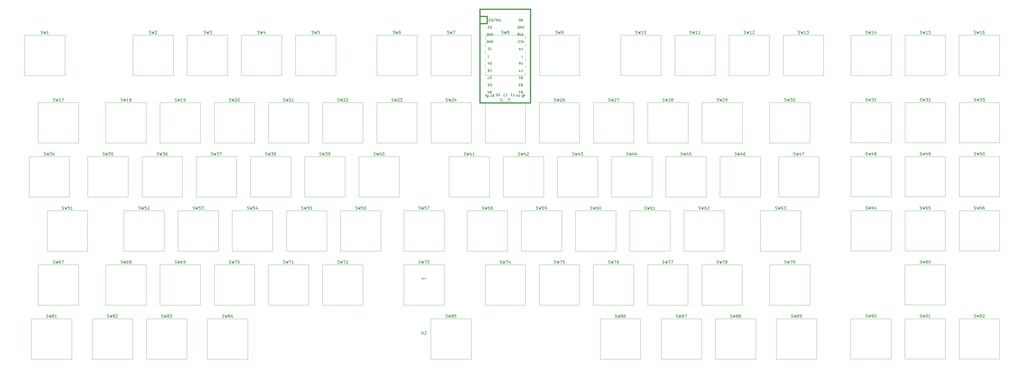
<source format=gbr>
G04 #@! TF.GenerationSoftware,KiCad,Pcbnew,8.0.0*
G04 #@! TF.CreationDate,2024-03-22T18:47:31-04:00*
G04 #@! TF.ProjectId,postmech2.1,706f7374-6d65-4636-9832-2e312e6b6963,2.1*
G04 #@! TF.SameCoordinates,Original*
G04 #@! TF.FileFunction,Legend,Top*
G04 #@! TF.FilePolarity,Positive*
%FSLAX46Y46*%
G04 Gerber Fmt 4.6, Leading zero omitted, Abs format (unit mm)*
G04 Created by KiCad (PCBNEW 8.0.0) date 2024-03-22 18:47:31*
%MOMM*%
%LPD*%
G01*
G04 APERTURE LIST*
%ADD10C,0.150000*%
%ADD11C,0.120000*%
%ADD12C,0.381000*%
%ADD13R,1.752600X1.752600*%
%ADD14C,1.752600*%
%ADD15C,1.750000*%
%ADD16C,4.000000*%
%ADD17C,2.500000*%
%ADD18C,3.048000*%
%ADD19C,3.987800*%
%ADD20R,1.600000X1.600000*%
%ADD21O,1.600000X1.600000*%
G04 APERTURE END LIST*
D10*
X207218523Y-66704609D02*
X207294713Y-66742704D01*
X207294713Y-66742704D02*
X207408999Y-66742704D01*
X207408999Y-66742704D02*
X207523285Y-66704609D01*
X207523285Y-66704609D02*
X207599475Y-66628419D01*
X207599475Y-66628419D02*
X207637570Y-66552228D01*
X207637570Y-66552228D02*
X207675666Y-66399847D01*
X207675666Y-66399847D02*
X207675666Y-66285561D01*
X207675666Y-66285561D02*
X207637570Y-66133180D01*
X207637570Y-66133180D02*
X207599475Y-66056990D01*
X207599475Y-66056990D02*
X207523285Y-65980800D01*
X207523285Y-65980800D02*
X207408999Y-65942704D01*
X207408999Y-65942704D02*
X207332808Y-65942704D01*
X207332808Y-65942704D02*
X207218523Y-65980800D01*
X207218523Y-65980800D02*
X207180427Y-66018895D01*
X207180427Y-66018895D02*
X207180427Y-66285561D01*
X207180427Y-66285561D02*
X207332808Y-66285561D01*
X206837570Y-65942704D02*
X206837570Y-66742704D01*
X206837570Y-66742704D02*
X206380427Y-65942704D01*
X206380427Y-65942704D02*
X206380427Y-66742704D01*
X205999475Y-65942704D02*
X205999475Y-66742704D01*
X205999475Y-66742704D02*
X205808999Y-66742704D01*
X205808999Y-66742704D02*
X205694713Y-66704609D01*
X205694713Y-66704609D02*
X205618523Y-66628419D01*
X205618523Y-66628419D02*
X205580428Y-66552228D01*
X205580428Y-66552228D02*
X205542332Y-66399847D01*
X205542332Y-66399847D02*
X205542332Y-66285561D01*
X205542332Y-66285561D02*
X205580428Y-66133180D01*
X205580428Y-66133180D02*
X205618523Y-66056990D01*
X205618523Y-66056990D02*
X205694713Y-65980800D01*
X205694713Y-65980800D02*
X205808999Y-65942704D01*
X205808999Y-65942704D02*
X205999475Y-65942704D01*
X210120475Y-87232704D02*
X210120475Y-88032704D01*
X210120475Y-88032704D02*
X209929999Y-88032704D01*
X209929999Y-88032704D02*
X209815713Y-87994609D01*
X209815713Y-87994609D02*
X209739523Y-87918419D01*
X209739523Y-87918419D02*
X209701428Y-87842228D01*
X209701428Y-87842228D02*
X209663332Y-87689847D01*
X209663332Y-87689847D02*
X209663332Y-87575561D01*
X209663332Y-87575561D02*
X209701428Y-87423180D01*
X209701428Y-87423180D02*
X209739523Y-87346990D01*
X209739523Y-87346990D02*
X209815713Y-87270800D01*
X209815713Y-87270800D02*
X209929999Y-87232704D01*
X209929999Y-87232704D02*
X210120475Y-87232704D01*
X208939523Y-88032704D02*
X209320475Y-88032704D01*
X209320475Y-88032704D02*
X209358571Y-87651752D01*
X209358571Y-87651752D02*
X209320475Y-87689847D01*
X209320475Y-87689847D02*
X209244285Y-87727942D01*
X209244285Y-87727942D02*
X209053809Y-87727942D01*
X209053809Y-87727942D02*
X208977618Y-87689847D01*
X208977618Y-87689847D02*
X208939523Y-87651752D01*
X208939523Y-87651752D02*
X208901428Y-87575561D01*
X208901428Y-87575561D02*
X208901428Y-87385085D01*
X208901428Y-87385085D02*
X208939523Y-87308895D01*
X208939523Y-87308895D02*
X208977618Y-87270800D01*
X208977618Y-87270800D02*
X209053809Y-87232704D01*
X209053809Y-87232704D02*
X209244285Y-87232704D01*
X209244285Y-87232704D02*
X209320475Y-87270800D01*
X209320475Y-87270800D02*
X209358571Y-87308895D01*
X217854809Y-81601752D02*
X217740523Y-81563657D01*
X217740523Y-81563657D02*
X217702428Y-81525561D01*
X217702428Y-81525561D02*
X217664332Y-81449371D01*
X217664332Y-81449371D02*
X217664332Y-81335085D01*
X217664332Y-81335085D02*
X217702428Y-81258895D01*
X217702428Y-81258895D02*
X217740523Y-81220800D01*
X217740523Y-81220800D02*
X217816713Y-81182704D01*
X217816713Y-81182704D02*
X218121475Y-81182704D01*
X218121475Y-81182704D02*
X218121475Y-81982704D01*
X218121475Y-81982704D02*
X217854809Y-81982704D01*
X217854809Y-81982704D02*
X217778618Y-81944609D01*
X217778618Y-81944609D02*
X217740523Y-81906514D01*
X217740523Y-81906514D02*
X217702428Y-81830323D01*
X217702428Y-81830323D02*
X217702428Y-81754133D01*
X217702428Y-81754133D02*
X217740523Y-81677942D01*
X217740523Y-81677942D02*
X217778618Y-81639847D01*
X217778618Y-81639847D02*
X217854809Y-81601752D01*
X217854809Y-81601752D02*
X218121475Y-81601752D01*
X216902428Y-81182704D02*
X217359571Y-81182704D01*
X217130999Y-81182704D02*
X217130999Y-81982704D01*
X217130999Y-81982704D02*
X217207190Y-81868419D01*
X217207190Y-81868419D02*
X217283380Y-81792228D01*
X217283380Y-81792228D02*
X217359571Y-81754133D01*
X207199475Y-71022704D02*
X207199475Y-71822704D01*
X207199475Y-71822704D02*
X207008999Y-71822704D01*
X207008999Y-71822704D02*
X206894713Y-71784609D01*
X206894713Y-71784609D02*
X206818523Y-71708419D01*
X206818523Y-71708419D02*
X206780428Y-71632228D01*
X206780428Y-71632228D02*
X206742332Y-71479847D01*
X206742332Y-71479847D02*
X206742332Y-71365561D01*
X206742332Y-71365561D02*
X206780428Y-71213180D01*
X206780428Y-71213180D02*
X206818523Y-71136990D01*
X206818523Y-71136990D02*
X206894713Y-71060800D01*
X206894713Y-71060800D02*
X207008999Y-71022704D01*
X207008999Y-71022704D02*
X207199475Y-71022704D01*
X205980428Y-71022704D02*
X206437571Y-71022704D01*
X206208999Y-71022704D02*
X206208999Y-71822704D01*
X206208999Y-71822704D02*
X206285190Y-71708419D01*
X206285190Y-71708419D02*
X206361380Y-71632228D01*
X206361380Y-71632228D02*
X206437571Y-71594133D01*
X210688604Y-61662704D02*
X210231461Y-61662704D01*
X210460033Y-60862704D02*
X210460033Y-61662704D01*
X210040985Y-61662704D02*
X209507651Y-60862704D01*
X209507651Y-61662704D02*
X210040985Y-60862704D01*
X209050508Y-61662704D02*
X208974318Y-61662704D01*
X208974318Y-61662704D02*
X208898127Y-61624609D01*
X208898127Y-61624609D02*
X208860032Y-61586514D01*
X208860032Y-61586514D02*
X208821937Y-61510323D01*
X208821937Y-61510323D02*
X208783842Y-61357942D01*
X208783842Y-61357942D02*
X208783842Y-61167466D01*
X208783842Y-61167466D02*
X208821937Y-61015085D01*
X208821937Y-61015085D02*
X208860032Y-60938895D01*
X208860032Y-60938895D02*
X208898127Y-60900800D01*
X208898127Y-60900800D02*
X208974318Y-60862704D01*
X208974318Y-60862704D02*
X209050508Y-60862704D01*
X209050508Y-60862704D02*
X209126699Y-60900800D01*
X209126699Y-60900800D02*
X209164794Y-60938895D01*
X209164794Y-60938895D02*
X209202889Y-61015085D01*
X209202889Y-61015085D02*
X209240985Y-61167466D01*
X209240985Y-61167466D02*
X209240985Y-61357942D01*
X209240985Y-61357942D02*
X209202889Y-61510323D01*
X209202889Y-61510323D02*
X209164794Y-61586514D01*
X209164794Y-61586514D02*
X209126699Y-61624609D01*
X209126699Y-61624609D02*
X209050508Y-61662704D01*
X207869556Y-61700800D02*
X208555270Y-60672228D01*
X207602889Y-60862704D02*
X207602889Y-61662704D01*
X207602889Y-61662704D02*
X207412413Y-61662704D01*
X207412413Y-61662704D02*
X207298127Y-61624609D01*
X207298127Y-61624609D02*
X207221937Y-61548419D01*
X207221937Y-61548419D02*
X207183842Y-61472228D01*
X207183842Y-61472228D02*
X207145746Y-61319847D01*
X207145746Y-61319847D02*
X207145746Y-61205561D01*
X207145746Y-61205561D02*
X207183842Y-61053180D01*
X207183842Y-61053180D02*
X207221937Y-60976990D01*
X207221937Y-60976990D02*
X207298127Y-60900800D01*
X207298127Y-60900800D02*
X207412413Y-60862704D01*
X207412413Y-60862704D02*
X207602889Y-60862704D01*
X206879080Y-61662704D02*
X206383842Y-61662704D01*
X206383842Y-61662704D02*
X206650508Y-61357942D01*
X206650508Y-61357942D02*
X206536223Y-61357942D01*
X206536223Y-61357942D02*
X206460032Y-61319847D01*
X206460032Y-61319847D02*
X206421937Y-61281752D01*
X206421937Y-61281752D02*
X206383842Y-61205561D01*
X206383842Y-61205561D02*
X206383842Y-61015085D01*
X206383842Y-61015085D02*
X206421937Y-60938895D01*
X206421937Y-60938895D02*
X206460032Y-60900800D01*
X206460032Y-60900800D02*
X206536223Y-60862704D01*
X206536223Y-60862704D02*
X206764794Y-60862704D01*
X206764794Y-60862704D02*
X206840985Y-60900800D01*
X206840985Y-60900800D02*
X206879080Y-60938895D01*
X207199475Y-81182704D02*
X207199475Y-81982704D01*
X207199475Y-81982704D02*
X207008999Y-81982704D01*
X207008999Y-81982704D02*
X206894713Y-81944609D01*
X206894713Y-81944609D02*
X206818523Y-81868419D01*
X206818523Y-81868419D02*
X206780428Y-81792228D01*
X206780428Y-81792228D02*
X206742332Y-81639847D01*
X206742332Y-81639847D02*
X206742332Y-81525561D01*
X206742332Y-81525561D02*
X206780428Y-81373180D01*
X206780428Y-81373180D02*
X206818523Y-81296990D01*
X206818523Y-81296990D02*
X206894713Y-81220800D01*
X206894713Y-81220800D02*
X207008999Y-81182704D01*
X207008999Y-81182704D02*
X207199475Y-81182704D01*
X206475666Y-81982704D02*
X205942332Y-81982704D01*
X205942332Y-81982704D02*
X206285190Y-81182704D01*
X207199475Y-73562704D02*
X207199475Y-74362704D01*
X207199475Y-74362704D02*
X207008999Y-74362704D01*
X207008999Y-74362704D02*
X206894713Y-74324609D01*
X206894713Y-74324609D02*
X206818523Y-74248419D01*
X206818523Y-74248419D02*
X206780428Y-74172228D01*
X206780428Y-74172228D02*
X206742332Y-74019847D01*
X206742332Y-74019847D02*
X206742332Y-73905561D01*
X206742332Y-73905561D02*
X206780428Y-73753180D01*
X206780428Y-73753180D02*
X206818523Y-73676990D01*
X206818523Y-73676990D02*
X206894713Y-73600800D01*
X206894713Y-73600800D02*
X207008999Y-73562704D01*
X207008999Y-73562704D02*
X207199475Y-73562704D01*
X206247094Y-74362704D02*
X206170904Y-74362704D01*
X206170904Y-74362704D02*
X206094713Y-74324609D01*
X206094713Y-74324609D02*
X206056618Y-74286514D01*
X206056618Y-74286514D02*
X206018523Y-74210323D01*
X206018523Y-74210323D02*
X205980428Y-74057942D01*
X205980428Y-74057942D02*
X205980428Y-73867466D01*
X205980428Y-73867466D02*
X206018523Y-73715085D01*
X206018523Y-73715085D02*
X206056618Y-73638895D01*
X206056618Y-73638895D02*
X206094713Y-73600800D01*
X206094713Y-73600800D02*
X206170904Y-73562704D01*
X206170904Y-73562704D02*
X206247094Y-73562704D01*
X206247094Y-73562704D02*
X206323285Y-73600800D01*
X206323285Y-73600800D02*
X206361380Y-73638895D01*
X206361380Y-73638895D02*
X206399475Y-73715085D01*
X206399475Y-73715085D02*
X206437571Y-73867466D01*
X206437571Y-73867466D02*
X206437571Y-74057942D01*
X206437571Y-74057942D02*
X206399475Y-74210323D01*
X206399475Y-74210323D02*
X206361380Y-74286514D01*
X206361380Y-74286514D02*
X206323285Y-74324609D01*
X206323285Y-74324609D02*
X206247094Y-74362704D01*
X217797666Y-79061752D02*
X218064332Y-79061752D01*
X218064332Y-78642704D02*
X218064332Y-79442704D01*
X218064332Y-79442704D02*
X217683380Y-79442704D01*
X217454809Y-79442704D02*
X216921475Y-79442704D01*
X216921475Y-79442704D02*
X217264333Y-78642704D01*
X212203332Y-87308895D02*
X212241428Y-87270800D01*
X212241428Y-87270800D02*
X212355713Y-87232704D01*
X212355713Y-87232704D02*
X212431904Y-87232704D01*
X212431904Y-87232704D02*
X212546190Y-87270800D01*
X212546190Y-87270800D02*
X212622380Y-87346990D01*
X212622380Y-87346990D02*
X212660475Y-87423180D01*
X212660475Y-87423180D02*
X212698571Y-87575561D01*
X212698571Y-87575561D02*
X212698571Y-87689847D01*
X212698571Y-87689847D02*
X212660475Y-87842228D01*
X212660475Y-87842228D02*
X212622380Y-87918419D01*
X212622380Y-87918419D02*
X212546190Y-87994609D01*
X212546190Y-87994609D02*
X212431904Y-88032704D01*
X212431904Y-88032704D02*
X212355713Y-88032704D01*
X212355713Y-88032704D02*
X212241428Y-87994609D01*
X212241428Y-87994609D02*
X212203332Y-87956514D01*
X211936666Y-88032704D02*
X211403332Y-88032704D01*
X211403332Y-88032704D02*
X211746190Y-87232704D01*
X217854809Y-61281752D02*
X217740523Y-61243657D01*
X217740523Y-61243657D02*
X217702428Y-61205561D01*
X217702428Y-61205561D02*
X217664332Y-61129371D01*
X217664332Y-61129371D02*
X217664332Y-61015085D01*
X217664332Y-61015085D02*
X217702428Y-60938895D01*
X217702428Y-60938895D02*
X217740523Y-60900800D01*
X217740523Y-60900800D02*
X217816713Y-60862704D01*
X217816713Y-60862704D02*
X218121475Y-60862704D01*
X218121475Y-60862704D02*
X218121475Y-61662704D01*
X218121475Y-61662704D02*
X217854809Y-61662704D01*
X217854809Y-61662704D02*
X217778618Y-61624609D01*
X217778618Y-61624609D02*
X217740523Y-61586514D01*
X217740523Y-61586514D02*
X217702428Y-61510323D01*
X217702428Y-61510323D02*
X217702428Y-61434133D01*
X217702428Y-61434133D02*
X217740523Y-61357942D01*
X217740523Y-61357942D02*
X217778618Y-61319847D01*
X217778618Y-61319847D02*
X217854809Y-61281752D01*
X217854809Y-61281752D02*
X218121475Y-61281752D01*
X217169094Y-61662704D02*
X217092904Y-61662704D01*
X217092904Y-61662704D02*
X217016713Y-61624609D01*
X217016713Y-61624609D02*
X216978618Y-61586514D01*
X216978618Y-61586514D02*
X216940523Y-61510323D01*
X216940523Y-61510323D02*
X216902428Y-61357942D01*
X216902428Y-61357942D02*
X216902428Y-61167466D01*
X216902428Y-61167466D02*
X216940523Y-61015085D01*
X216940523Y-61015085D02*
X216978618Y-60938895D01*
X216978618Y-60938895D02*
X217016713Y-60900800D01*
X217016713Y-60900800D02*
X217092904Y-60862704D01*
X217092904Y-60862704D02*
X217169094Y-60862704D01*
X217169094Y-60862704D02*
X217245285Y-60900800D01*
X217245285Y-60900800D02*
X217283380Y-60938895D01*
X217283380Y-60938895D02*
X217321475Y-61015085D01*
X217321475Y-61015085D02*
X217359571Y-61167466D01*
X217359571Y-61167466D02*
X217359571Y-61357942D01*
X217359571Y-61357942D02*
X217321475Y-61510323D01*
X217321475Y-61510323D02*
X217283380Y-61586514D01*
X217283380Y-61586514D02*
X217245285Y-61624609D01*
X217245285Y-61624609D02*
X217169094Y-61662704D01*
X205834543Y-88131149D02*
X205787403Y-88036868D01*
X205787403Y-88036868D02*
X205787403Y-87989728D01*
X205787403Y-87989728D02*
X205810973Y-87919017D01*
X205810973Y-87919017D02*
X205881683Y-87848307D01*
X205881683Y-87848307D02*
X205952394Y-87824736D01*
X205952394Y-87824736D02*
X205999535Y-87824736D01*
X205999535Y-87824736D02*
X206070245Y-87848307D01*
X206070245Y-87848307D02*
X206258807Y-88036868D01*
X206258807Y-88036868D02*
X205763832Y-88531843D01*
X205763832Y-88531843D02*
X205598841Y-88366852D01*
X205598841Y-88366852D02*
X205575271Y-88296141D01*
X205575271Y-88296141D02*
X205575271Y-88249000D01*
X205575271Y-88249000D02*
X205598841Y-88178290D01*
X205598841Y-88178290D02*
X205645981Y-88131149D01*
X205645981Y-88131149D02*
X205716692Y-88107579D01*
X205716692Y-88107579D02*
X205763832Y-88107579D01*
X205763832Y-88107579D02*
X205834543Y-88131149D01*
X205834543Y-88131149D02*
X205999535Y-88296141D01*
X205033155Y-87801166D02*
X205268858Y-88036868D01*
X205268858Y-88036868D02*
X205528130Y-87824736D01*
X205528130Y-87824736D02*
X205480990Y-87824736D01*
X205480990Y-87824736D02*
X205410279Y-87801166D01*
X205410279Y-87801166D02*
X205292428Y-87683315D01*
X205292428Y-87683315D02*
X205268858Y-87612604D01*
X205268858Y-87612604D02*
X205268858Y-87565464D01*
X205268858Y-87565464D02*
X205292428Y-87494753D01*
X205292428Y-87494753D02*
X205410279Y-87376902D01*
X205410279Y-87376902D02*
X205480990Y-87353332D01*
X205480990Y-87353332D02*
X205528130Y-87353332D01*
X205528130Y-87353332D02*
X205598841Y-87376902D01*
X205598841Y-87376902D02*
X205716692Y-87494753D01*
X205716692Y-87494753D02*
X205740262Y-87565464D01*
X205740262Y-87565464D02*
X205740262Y-87612604D01*
X217854809Y-86681752D02*
X217740523Y-86643657D01*
X217740523Y-86643657D02*
X217702428Y-86605561D01*
X217702428Y-86605561D02*
X217664332Y-86529371D01*
X217664332Y-86529371D02*
X217664332Y-86415085D01*
X217664332Y-86415085D02*
X217702428Y-86338895D01*
X217702428Y-86338895D02*
X217740523Y-86300800D01*
X217740523Y-86300800D02*
X217816713Y-86262704D01*
X217816713Y-86262704D02*
X218121475Y-86262704D01*
X218121475Y-86262704D02*
X218121475Y-87062704D01*
X218121475Y-87062704D02*
X217854809Y-87062704D01*
X217854809Y-87062704D02*
X217778618Y-87024609D01*
X217778618Y-87024609D02*
X217740523Y-86986514D01*
X217740523Y-86986514D02*
X217702428Y-86910323D01*
X217702428Y-86910323D02*
X217702428Y-86834133D01*
X217702428Y-86834133D02*
X217740523Y-86757942D01*
X217740523Y-86757942D02*
X217778618Y-86719847D01*
X217778618Y-86719847D02*
X217854809Y-86681752D01*
X217854809Y-86681752D02*
X218121475Y-86681752D01*
X217359571Y-86986514D02*
X217321475Y-87024609D01*
X217321475Y-87024609D02*
X217245285Y-87062704D01*
X217245285Y-87062704D02*
X217054809Y-87062704D01*
X217054809Y-87062704D02*
X216978618Y-87024609D01*
X216978618Y-87024609D02*
X216940523Y-86986514D01*
X216940523Y-86986514D02*
X216902428Y-86910323D01*
X216902428Y-86910323D02*
X216902428Y-86834133D01*
X216902428Y-86834133D02*
X216940523Y-86719847D01*
X216940523Y-86719847D02*
X217397666Y-86262704D01*
X217397666Y-86262704D02*
X216902428Y-86262704D01*
X216803333Y-87845633D02*
X217036666Y-87845633D01*
X217036666Y-87478966D02*
X217036666Y-88178966D01*
X217036666Y-88178966D02*
X216703333Y-88178966D01*
X216303333Y-88178966D02*
X216236666Y-88178966D01*
X216236666Y-88178966D02*
X216169999Y-88145633D01*
X216169999Y-88145633D02*
X216136666Y-88112300D01*
X216136666Y-88112300D02*
X216103333Y-88045633D01*
X216103333Y-88045633D02*
X216069999Y-87912300D01*
X216069999Y-87912300D02*
X216069999Y-87745633D01*
X216069999Y-87745633D02*
X216103333Y-87612300D01*
X216103333Y-87612300D02*
X216136666Y-87545633D01*
X216136666Y-87545633D02*
X216169999Y-87512300D01*
X216169999Y-87512300D02*
X216236666Y-87478966D01*
X216236666Y-87478966D02*
X216303333Y-87478966D01*
X216303333Y-87478966D02*
X216369999Y-87512300D01*
X216369999Y-87512300D02*
X216403333Y-87545633D01*
X216403333Y-87545633D02*
X216436666Y-87612300D01*
X216436666Y-87612300D02*
X216469999Y-87745633D01*
X216469999Y-87745633D02*
X216469999Y-87912300D01*
X216469999Y-87912300D02*
X216436666Y-88045633D01*
X216436666Y-88045633D02*
X216403333Y-88112300D01*
X216403333Y-88112300D02*
X216369999Y-88145633D01*
X216369999Y-88145633D02*
X216303333Y-88178966D01*
X217854809Y-84141752D02*
X217740523Y-84103657D01*
X217740523Y-84103657D02*
X217702428Y-84065561D01*
X217702428Y-84065561D02*
X217664332Y-83989371D01*
X217664332Y-83989371D02*
X217664332Y-83875085D01*
X217664332Y-83875085D02*
X217702428Y-83798895D01*
X217702428Y-83798895D02*
X217740523Y-83760800D01*
X217740523Y-83760800D02*
X217816713Y-83722704D01*
X217816713Y-83722704D02*
X218121475Y-83722704D01*
X218121475Y-83722704D02*
X218121475Y-84522704D01*
X218121475Y-84522704D02*
X217854809Y-84522704D01*
X217854809Y-84522704D02*
X217778618Y-84484609D01*
X217778618Y-84484609D02*
X217740523Y-84446514D01*
X217740523Y-84446514D02*
X217702428Y-84370323D01*
X217702428Y-84370323D02*
X217702428Y-84294133D01*
X217702428Y-84294133D02*
X217740523Y-84217942D01*
X217740523Y-84217942D02*
X217778618Y-84179847D01*
X217778618Y-84179847D02*
X217854809Y-84141752D01*
X217854809Y-84141752D02*
X218121475Y-84141752D01*
X217397666Y-84522704D02*
X216902428Y-84522704D01*
X216902428Y-84522704D02*
X217169094Y-84217942D01*
X217169094Y-84217942D02*
X217054809Y-84217942D01*
X217054809Y-84217942D02*
X216978618Y-84179847D01*
X216978618Y-84179847D02*
X216940523Y-84141752D01*
X216940523Y-84141752D02*
X216902428Y-84065561D01*
X216902428Y-84065561D02*
X216902428Y-83875085D01*
X216902428Y-83875085D02*
X216940523Y-83798895D01*
X216940523Y-83798895D02*
X216978618Y-83760800D01*
X216978618Y-83760800D02*
X217054809Y-83722704D01*
X217054809Y-83722704D02*
X217283380Y-83722704D01*
X217283380Y-83722704D02*
X217359571Y-83760800D01*
X217359571Y-83760800D02*
X217397666Y-83798895D01*
X217797666Y-71441752D02*
X218064332Y-71441752D01*
X218064332Y-71022704D02*
X218064332Y-71822704D01*
X218064332Y-71822704D02*
X217683380Y-71822704D01*
X217035761Y-71556038D02*
X217035761Y-71022704D01*
X217226237Y-71860800D02*
X217416714Y-71289371D01*
X217416714Y-71289371D02*
X216921475Y-71289371D01*
X218597666Y-69282704D02*
X218330999Y-68482704D01*
X218330999Y-68482704D02*
X218064333Y-69282704D01*
X217340523Y-68558895D02*
X217378619Y-68520800D01*
X217378619Y-68520800D02*
X217492904Y-68482704D01*
X217492904Y-68482704D02*
X217569095Y-68482704D01*
X217569095Y-68482704D02*
X217683381Y-68520800D01*
X217683381Y-68520800D02*
X217759571Y-68596990D01*
X217759571Y-68596990D02*
X217797666Y-68673180D01*
X217797666Y-68673180D02*
X217835762Y-68825561D01*
X217835762Y-68825561D02*
X217835762Y-68939847D01*
X217835762Y-68939847D02*
X217797666Y-69092228D01*
X217797666Y-69092228D02*
X217759571Y-69168419D01*
X217759571Y-69168419D02*
X217683381Y-69244609D01*
X217683381Y-69244609D02*
X217569095Y-69282704D01*
X217569095Y-69282704D02*
X217492904Y-69282704D01*
X217492904Y-69282704D02*
X217378619Y-69244609D01*
X217378619Y-69244609D02*
X217340523Y-69206514D01*
X216540523Y-68558895D02*
X216578619Y-68520800D01*
X216578619Y-68520800D02*
X216692904Y-68482704D01*
X216692904Y-68482704D02*
X216769095Y-68482704D01*
X216769095Y-68482704D02*
X216883381Y-68520800D01*
X216883381Y-68520800D02*
X216959571Y-68596990D01*
X216959571Y-68596990D02*
X216997666Y-68673180D01*
X216997666Y-68673180D02*
X217035762Y-68825561D01*
X217035762Y-68825561D02*
X217035762Y-68939847D01*
X217035762Y-68939847D02*
X216997666Y-69092228D01*
X216997666Y-69092228D02*
X216959571Y-69168419D01*
X216959571Y-69168419D02*
X216883381Y-69244609D01*
X216883381Y-69244609D02*
X216769095Y-69282704D01*
X216769095Y-69282704D02*
X216692904Y-69282704D01*
X216692904Y-69282704D02*
X216578619Y-69244609D01*
X216578619Y-69244609D02*
X216540523Y-69206514D01*
X217797666Y-76521752D02*
X218064332Y-76521752D01*
X218064332Y-76102704D02*
X218064332Y-76902704D01*
X218064332Y-76902704D02*
X217683380Y-76902704D01*
X217035761Y-76902704D02*
X217188142Y-76902704D01*
X217188142Y-76902704D02*
X217264333Y-76864609D01*
X217264333Y-76864609D02*
X217302428Y-76826514D01*
X217302428Y-76826514D02*
X217378618Y-76712228D01*
X217378618Y-76712228D02*
X217416714Y-76559847D01*
X217416714Y-76559847D02*
X217416714Y-76255085D01*
X217416714Y-76255085D02*
X217378618Y-76178895D01*
X217378618Y-76178895D02*
X217340523Y-76140800D01*
X217340523Y-76140800D02*
X217264333Y-76102704D01*
X217264333Y-76102704D02*
X217111952Y-76102704D01*
X217111952Y-76102704D02*
X217035761Y-76140800D01*
X217035761Y-76140800D02*
X216997666Y-76178895D01*
X216997666Y-76178895D02*
X216959571Y-76255085D01*
X216959571Y-76255085D02*
X216959571Y-76445561D01*
X216959571Y-76445561D02*
X216997666Y-76521752D01*
X216997666Y-76521752D02*
X217035761Y-76559847D01*
X217035761Y-76559847D02*
X217111952Y-76597942D01*
X217111952Y-76597942D02*
X217264333Y-76597942D01*
X217264333Y-76597942D02*
X217340523Y-76559847D01*
X217340523Y-76559847D02*
X217378618Y-76521752D01*
X217378618Y-76521752D02*
X217416714Y-76445561D01*
X207853333Y-87845633D02*
X207753333Y-87812300D01*
X207753333Y-87812300D02*
X207719999Y-87778966D01*
X207719999Y-87778966D02*
X207686666Y-87712300D01*
X207686666Y-87712300D02*
X207686666Y-87612300D01*
X207686666Y-87612300D02*
X207719999Y-87545633D01*
X207719999Y-87545633D02*
X207753333Y-87512300D01*
X207753333Y-87512300D02*
X207819999Y-87478966D01*
X207819999Y-87478966D02*
X208086666Y-87478966D01*
X208086666Y-87478966D02*
X208086666Y-88178966D01*
X208086666Y-88178966D02*
X207853333Y-88178966D01*
X207853333Y-88178966D02*
X207786666Y-88145633D01*
X207786666Y-88145633D02*
X207753333Y-88112300D01*
X207753333Y-88112300D02*
X207719999Y-88045633D01*
X207719999Y-88045633D02*
X207719999Y-87978966D01*
X207719999Y-87978966D02*
X207753333Y-87912300D01*
X207753333Y-87912300D02*
X207786666Y-87878966D01*
X207786666Y-87878966D02*
X207853333Y-87845633D01*
X207853333Y-87845633D02*
X208086666Y-87845633D01*
X207453333Y-88178966D02*
X206986666Y-88178966D01*
X206986666Y-88178966D02*
X207286666Y-87478966D01*
X218336453Y-65950800D02*
X218222167Y-65912704D01*
X218222167Y-65912704D02*
X218031691Y-65912704D01*
X218031691Y-65912704D02*
X217955500Y-65950800D01*
X217955500Y-65950800D02*
X217917405Y-65988895D01*
X217917405Y-65988895D02*
X217879310Y-66065085D01*
X217879310Y-66065085D02*
X217879310Y-66141276D01*
X217879310Y-66141276D02*
X217917405Y-66217466D01*
X217917405Y-66217466D02*
X217955500Y-66255561D01*
X217955500Y-66255561D02*
X218031691Y-66293657D01*
X218031691Y-66293657D02*
X218184072Y-66331752D01*
X218184072Y-66331752D02*
X218260262Y-66369847D01*
X218260262Y-66369847D02*
X218298357Y-66407942D01*
X218298357Y-66407942D02*
X218336453Y-66484133D01*
X218336453Y-66484133D02*
X218336453Y-66560323D01*
X218336453Y-66560323D02*
X218298357Y-66636514D01*
X218298357Y-66636514D02*
X218260262Y-66674609D01*
X218260262Y-66674609D02*
X218184072Y-66712704D01*
X218184072Y-66712704D02*
X217993595Y-66712704D01*
X217993595Y-66712704D02*
X217879310Y-66674609D01*
X217650738Y-66712704D02*
X217193595Y-66712704D01*
X217422167Y-65912704D02*
X217422167Y-66712704D01*
X206932809Y-86681752D02*
X206818523Y-86643657D01*
X206818523Y-86643657D02*
X206780428Y-86605561D01*
X206780428Y-86605561D02*
X206742332Y-86529371D01*
X206742332Y-86529371D02*
X206742332Y-86415085D01*
X206742332Y-86415085D02*
X206780428Y-86338895D01*
X206780428Y-86338895D02*
X206818523Y-86300800D01*
X206818523Y-86300800D02*
X206894713Y-86262704D01*
X206894713Y-86262704D02*
X207199475Y-86262704D01*
X207199475Y-86262704D02*
X207199475Y-87062704D01*
X207199475Y-87062704D02*
X206932809Y-87062704D01*
X206932809Y-87062704D02*
X206856618Y-87024609D01*
X206856618Y-87024609D02*
X206818523Y-86986514D01*
X206818523Y-86986514D02*
X206780428Y-86910323D01*
X206780428Y-86910323D02*
X206780428Y-86834133D01*
X206780428Y-86834133D02*
X206818523Y-86757942D01*
X206818523Y-86757942D02*
X206856618Y-86719847D01*
X206856618Y-86719847D02*
X206932809Y-86681752D01*
X206932809Y-86681752D02*
X207199475Y-86681752D01*
X206056618Y-86796038D02*
X206056618Y-86262704D01*
X206247094Y-87100800D02*
X206437571Y-86529371D01*
X206437571Y-86529371D02*
X205942332Y-86529371D01*
X207161380Y-84141752D02*
X206894714Y-84141752D01*
X206780428Y-83722704D02*
X207161380Y-83722704D01*
X207161380Y-83722704D02*
X207161380Y-84522704D01*
X207161380Y-84522704D02*
X206780428Y-84522704D01*
X206094713Y-84522704D02*
X206247094Y-84522704D01*
X206247094Y-84522704D02*
X206323285Y-84484609D01*
X206323285Y-84484609D02*
X206361380Y-84446514D01*
X206361380Y-84446514D02*
X206437570Y-84332228D01*
X206437570Y-84332228D02*
X206475666Y-84179847D01*
X206475666Y-84179847D02*
X206475666Y-83875085D01*
X206475666Y-83875085D02*
X206437570Y-83798895D01*
X206437570Y-83798895D02*
X206399475Y-83760800D01*
X206399475Y-83760800D02*
X206323285Y-83722704D01*
X206323285Y-83722704D02*
X206170904Y-83722704D01*
X206170904Y-83722704D02*
X206094713Y-83760800D01*
X206094713Y-83760800D02*
X206056618Y-83798895D01*
X206056618Y-83798895D02*
X206018523Y-83875085D01*
X206018523Y-83875085D02*
X206018523Y-84065561D01*
X206018523Y-84065561D02*
X206056618Y-84141752D01*
X206056618Y-84141752D02*
X206094713Y-84179847D01*
X206094713Y-84179847D02*
X206170904Y-84217942D01*
X206170904Y-84217942D02*
X206323285Y-84217942D01*
X206323285Y-84217942D02*
X206399475Y-84179847D01*
X206399475Y-84179847D02*
X206437570Y-84141752D01*
X206437570Y-84141752D02*
X206475666Y-84065561D01*
X214876666Y-87651752D02*
X215143332Y-87651752D01*
X215143332Y-87232704D02*
X215143332Y-88032704D01*
X215143332Y-88032704D02*
X214762380Y-88032704D01*
X214038571Y-87232704D02*
X214495714Y-87232704D01*
X214267142Y-87232704D02*
X214267142Y-88032704D01*
X214267142Y-88032704D02*
X214343333Y-87918419D01*
X214343333Y-87918419D02*
X214419523Y-87842228D01*
X214419523Y-87842228D02*
X214495714Y-87804133D01*
X217797666Y-73981752D02*
X218064332Y-73981752D01*
X218064332Y-73562704D02*
X218064332Y-74362704D01*
X218064332Y-74362704D02*
X217683380Y-74362704D01*
X216997666Y-74362704D02*
X217378618Y-74362704D01*
X217378618Y-74362704D02*
X217416714Y-73981752D01*
X217416714Y-73981752D02*
X217378618Y-74019847D01*
X217378618Y-74019847D02*
X217302428Y-74057942D01*
X217302428Y-74057942D02*
X217111952Y-74057942D01*
X217111952Y-74057942D02*
X217035761Y-74019847D01*
X217035761Y-74019847D02*
X216997666Y-73981752D01*
X216997666Y-73981752D02*
X216959571Y-73905561D01*
X216959571Y-73905561D02*
X216959571Y-73715085D01*
X216959571Y-73715085D02*
X216997666Y-73638895D01*
X216997666Y-73638895D02*
X217035761Y-73600800D01*
X217035761Y-73600800D02*
X217111952Y-73562704D01*
X217111952Y-73562704D02*
X217302428Y-73562704D01*
X217302428Y-73562704D02*
X217378618Y-73600800D01*
X217378618Y-73600800D02*
X217416714Y-73638895D01*
X207199475Y-63402704D02*
X207199475Y-64202704D01*
X207199475Y-64202704D02*
X207008999Y-64202704D01*
X207008999Y-64202704D02*
X206894713Y-64164609D01*
X206894713Y-64164609D02*
X206818523Y-64088419D01*
X206818523Y-64088419D02*
X206780428Y-64012228D01*
X206780428Y-64012228D02*
X206742332Y-63859847D01*
X206742332Y-63859847D02*
X206742332Y-63745561D01*
X206742332Y-63745561D02*
X206780428Y-63593180D01*
X206780428Y-63593180D02*
X206818523Y-63516990D01*
X206818523Y-63516990D02*
X206894713Y-63440800D01*
X206894713Y-63440800D02*
X207008999Y-63402704D01*
X207008999Y-63402704D02*
X207199475Y-63402704D01*
X206437571Y-64126514D02*
X206399475Y-64164609D01*
X206399475Y-64164609D02*
X206323285Y-64202704D01*
X206323285Y-64202704D02*
X206132809Y-64202704D01*
X206132809Y-64202704D02*
X206056618Y-64164609D01*
X206056618Y-64164609D02*
X206018523Y-64126514D01*
X206018523Y-64126514D02*
X205980428Y-64050323D01*
X205980428Y-64050323D02*
X205980428Y-63974133D01*
X205980428Y-63974133D02*
X206018523Y-63859847D01*
X206018523Y-63859847D02*
X206475666Y-63402704D01*
X206475666Y-63402704D02*
X205980428Y-63402704D01*
X218140523Y-64164609D02*
X218216713Y-64202704D01*
X218216713Y-64202704D02*
X218330999Y-64202704D01*
X218330999Y-64202704D02*
X218445285Y-64164609D01*
X218445285Y-64164609D02*
X218521475Y-64088419D01*
X218521475Y-64088419D02*
X218559570Y-64012228D01*
X218559570Y-64012228D02*
X218597666Y-63859847D01*
X218597666Y-63859847D02*
X218597666Y-63745561D01*
X218597666Y-63745561D02*
X218559570Y-63593180D01*
X218559570Y-63593180D02*
X218521475Y-63516990D01*
X218521475Y-63516990D02*
X218445285Y-63440800D01*
X218445285Y-63440800D02*
X218330999Y-63402704D01*
X218330999Y-63402704D02*
X218254808Y-63402704D01*
X218254808Y-63402704D02*
X218140523Y-63440800D01*
X218140523Y-63440800D02*
X218102427Y-63478895D01*
X218102427Y-63478895D02*
X218102427Y-63745561D01*
X218102427Y-63745561D02*
X218254808Y-63745561D01*
X217759570Y-63402704D02*
X217759570Y-64202704D01*
X217759570Y-64202704D02*
X217302427Y-63402704D01*
X217302427Y-63402704D02*
X217302427Y-64202704D01*
X216921475Y-63402704D02*
X216921475Y-64202704D01*
X216921475Y-64202704D02*
X216730999Y-64202704D01*
X216730999Y-64202704D02*
X216616713Y-64164609D01*
X216616713Y-64164609D02*
X216540523Y-64088419D01*
X216540523Y-64088419D02*
X216502428Y-64012228D01*
X216502428Y-64012228D02*
X216464332Y-63859847D01*
X216464332Y-63859847D02*
X216464332Y-63745561D01*
X216464332Y-63745561D02*
X216502428Y-63593180D01*
X216502428Y-63593180D02*
X216540523Y-63516990D01*
X216540523Y-63516990D02*
X216616713Y-63440800D01*
X216616713Y-63440800D02*
X216730999Y-63402704D01*
X216730999Y-63402704D02*
X216921475Y-63402704D01*
X218233850Y-88059543D02*
X218328131Y-88012403D01*
X218328131Y-88012403D02*
X218375271Y-88012403D01*
X218375271Y-88012403D02*
X218445982Y-88035973D01*
X218445982Y-88035973D02*
X218516692Y-88106683D01*
X218516692Y-88106683D02*
X218540263Y-88177394D01*
X218540263Y-88177394D02*
X218540263Y-88224535D01*
X218540263Y-88224535D02*
X218516692Y-88295245D01*
X218516692Y-88295245D02*
X218328131Y-88483807D01*
X218328131Y-88483807D02*
X217833156Y-87988832D01*
X217833156Y-87988832D02*
X217998147Y-87823841D01*
X217998147Y-87823841D02*
X218068858Y-87800271D01*
X218068858Y-87800271D02*
X218115999Y-87800271D01*
X218115999Y-87800271D02*
X218186709Y-87823841D01*
X218186709Y-87823841D02*
X218233850Y-87870981D01*
X218233850Y-87870981D02*
X218257420Y-87941692D01*
X218257420Y-87941692D02*
X218257420Y-87988832D01*
X218257420Y-87988832D02*
X218233850Y-88059543D01*
X218233850Y-88059543D02*
X218068858Y-88224535D01*
X218540263Y-87281726D02*
X218445982Y-87376006D01*
X218445982Y-87376006D02*
X218422411Y-87446717D01*
X218422411Y-87446717D02*
X218422411Y-87493858D01*
X218422411Y-87493858D02*
X218445982Y-87611709D01*
X218445982Y-87611709D02*
X218516692Y-87729560D01*
X218516692Y-87729560D02*
X218705254Y-87918122D01*
X218705254Y-87918122D02*
X218775965Y-87941692D01*
X218775965Y-87941692D02*
X218823105Y-87941692D01*
X218823105Y-87941692D02*
X218893816Y-87918122D01*
X218893816Y-87918122D02*
X218988097Y-87823841D01*
X218988097Y-87823841D02*
X219011667Y-87753130D01*
X219011667Y-87753130D02*
X219011667Y-87705990D01*
X219011667Y-87705990D02*
X218988097Y-87635279D01*
X218988097Y-87635279D02*
X218870246Y-87517428D01*
X218870246Y-87517428D02*
X218799535Y-87493858D01*
X218799535Y-87493858D02*
X218752395Y-87493858D01*
X218752395Y-87493858D02*
X218681684Y-87517428D01*
X218681684Y-87517428D02*
X218587403Y-87611709D01*
X218587403Y-87611709D02*
X218563833Y-87682419D01*
X218563833Y-87682419D02*
X218563833Y-87729560D01*
X218563833Y-87729560D02*
X218587403Y-87800271D01*
X207199475Y-76102704D02*
X207199475Y-76902704D01*
X207199475Y-76902704D02*
X207008999Y-76902704D01*
X207008999Y-76902704D02*
X206894713Y-76864609D01*
X206894713Y-76864609D02*
X206818523Y-76788419D01*
X206818523Y-76788419D02*
X206780428Y-76712228D01*
X206780428Y-76712228D02*
X206742332Y-76559847D01*
X206742332Y-76559847D02*
X206742332Y-76445561D01*
X206742332Y-76445561D02*
X206780428Y-76293180D01*
X206780428Y-76293180D02*
X206818523Y-76216990D01*
X206818523Y-76216990D02*
X206894713Y-76140800D01*
X206894713Y-76140800D02*
X207008999Y-76102704D01*
X207008999Y-76102704D02*
X207199475Y-76102704D01*
X206056618Y-76636038D02*
X206056618Y-76102704D01*
X206247094Y-76940800D02*
X206437571Y-76369371D01*
X206437571Y-76369371D02*
X205942332Y-76369371D01*
X207218523Y-69244609D02*
X207294713Y-69282704D01*
X207294713Y-69282704D02*
X207408999Y-69282704D01*
X207408999Y-69282704D02*
X207523285Y-69244609D01*
X207523285Y-69244609D02*
X207599475Y-69168419D01*
X207599475Y-69168419D02*
X207637570Y-69092228D01*
X207637570Y-69092228D02*
X207675666Y-68939847D01*
X207675666Y-68939847D02*
X207675666Y-68825561D01*
X207675666Y-68825561D02*
X207637570Y-68673180D01*
X207637570Y-68673180D02*
X207599475Y-68596990D01*
X207599475Y-68596990D02*
X207523285Y-68520800D01*
X207523285Y-68520800D02*
X207408999Y-68482704D01*
X207408999Y-68482704D02*
X207332808Y-68482704D01*
X207332808Y-68482704D02*
X207218523Y-68520800D01*
X207218523Y-68520800D02*
X207180427Y-68558895D01*
X207180427Y-68558895D02*
X207180427Y-68825561D01*
X207180427Y-68825561D02*
X207332808Y-68825561D01*
X206837570Y-68482704D02*
X206837570Y-69282704D01*
X206837570Y-69282704D02*
X206380427Y-68482704D01*
X206380427Y-68482704D02*
X206380427Y-69282704D01*
X205999475Y-68482704D02*
X205999475Y-69282704D01*
X205999475Y-69282704D02*
X205808999Y-69282704D01*
X205808999Y-69282704D02*
X205694713Y-69244609D01*
X205694713Y-69244609D02*
X205618523Y-69168419D01*
X205618523Y-69168419D02*
X205580428Y-69092228D01*
X205580428Y-69092228D02*
X205542332Y-68939847D01*
X205542332Y-68939847D02*
X205542332Y-68825561D01*
X205542332Y-68825561D02*
X205580428Y-68673180D01*
X205580428Y-68673180D02*
X205618523Y-68596990D01*
X205618523Y-68596990D02*
X205694713Y-68520800D01*
X205694713Y-68520800D02*
X205808999Y-68482704D01*
X205808999Y-68482704D02*
X205999475Y-68482704D01*
X206742332Y-78718895D02*
X206780428Y-78680800D01*
X206780428Y-78680800D02*
X206894713Y-78642704D01*
X206894713Y-78642704D02*
X206970904Y-78642704D01*
X206970904Y-78642704D02*
X207085190Y-78680800D01*
X207085190Y-78680800D02*
X207161380Y-78756990D01*
X207161380Y-78756990D02*
X207199475Y-78833180D01*
X207199475Y-78833180D02*
X207237571Y-78985561D01*
X207237571Y-78985561D02*
X207237571Y-79099847D01*
X207237571Y-79099847D02*
X207199475Y-79252228D01*
X207199475Y-79252228D02*
X207161380Y-79328419D01*
X207161380Y-79328419D02*
X207085190Y-79404609D01*
X207085190Y-79404609D02*
X206970904Y-79442704D01*
X206970904Y-79442704D02*
X206894713Y-79442704D01*
X206894713Y-79442704D02*
X206780428Y-79404609D01*
X206780428Y-79404609D02*
X206742332Y-79366514D01*
X206056618Y-79442704D02*
X206208999Y-79442704D01*
X206208999Y-79442704D02*
X206285190Y-79404609D01*
X206285190Y-79404609D02*
X206323285Y-79366514D01*
X206323285Y-79366514D02*
X206399475Y-79252228D01*
X206399475Y-79252228D02*
X206437571Y-79099847D01*
X206437571Y-79099847D02*
X206437571Y-78795085D01*
X206437571Y-78795085D02*
X206399475Y-78718895D01*
X206399475Y-78718895D02*
X206361380Y-78680800D01*
X206361380Y-78680800D02*
X206285190Y-78642704D01*
X206285190Y-78642704D02*
X206132809Y-78642704D01*
X206132809Y-78642704D02*
X206056618Y-78680800D01*
X206056618Y-78680800D02*
X206018523Y-78718895D01*
X206018523Y-78718895D02*
X205980428Y-78795085D01*
X205980428Y-78795085D02*
X205980428Y-78985561D01*
X205980428Y-78985561D02*
X206018523Y-79061752D01*
X206018523Y-79061752D02*
X206056618Y-79099847D01*
X206056618Y-79099847D02*
X206132809Y-79137942D01*
X206132809Y-79137942D02*
X206285190Y-79137942D01*
X206285190Y-79137942D02*
X206361380Y-79099847D01*
X206361380Y-79099847D02*
X206399475Y-79061752D01*
X206399475Y-79061752D02*
X206437571Y-78985561D01*
X273785476Y-108882200D02*
X273928333Y-108929819D01*
X273928333Y-108929819D02*
X274166428Y-108929819D01*
X274166428Y-108929819D02*
X274261666Y-108882200D01*
X274261666Y-108882200D02*
X274309285Y-108834580D01*
X274309285Y-108834580D02*
X274356904Y-108739342D01*
X274356904Y-108739342D02*
X274356904Y-108644104D01*
X274356904Y-108644104D02*
X274309285Y-108548866D01*
X274309285Y-108548866D02*
X274261666Y-108501247D01*
X274261666Y-108501247D02*
X274166428Y-108453628D01*
X274166428Y-108453628D02*
X273975952Y-108406009D01*
X273975952Y-108406009D02*
X273880714Y-108358390D01*
X273880714Y-108358390D02*
X273833095Y-108310771D01*
X273833095Y-108310771D02*
X273785476Y-108215533D01*
X273785476Y-108215533D02*
X273785476Y-108120295D01*
X273785476Y-108120295D02*
X273833095Y-108025057D01*
X273833095Y-108025057D02*
X273880714Y-107977438D01*
X273880714Y-107977438D02*
X273975952Y-107929819D01*
X273975952Y-107929819D02*
X274214047Y-107929819D01*
X274214047Y-107929819D02*
X274356904Y-107977438D01*
X274690238Y-107929819D02*
X274928333Y-108929819D01*
X274928333Y-108929819D02*
X275118809Y-108215533D01*
X275118809Y-108215533D02*
X275309285Y-108929819D01*
X275309285Y-108929819D02*
X275547381Y-107929819D01*
X276356904Y-108263152D02*
X276356904Y-108929819D01*
X276118809Y-107882200D02*
X275880714Y-108596485D01*
X275880714Y-108596485D02*
X276499761Y-108596485D01*
X277356904Y-107929819D02*
X276880714Y-107929819D01*
X276880714Y-107929819D02*
X276833095Y-108406009D01*
X276833095Y-108406009D02*
X276880714Y-108358390D01*
X276880714Y-108358390D02*
X276975952Y-108310771D01*
X276975952Y-108310771D02*
X277214047Y-108310771D01*
X277214047Y-108310771D02*
X277309285Y-108358390D01*
X277309285Y-108358390D02*
X277356904Y-108406009D01*
X277356904Y-108406009D02*
X277404523Y-108501247D01*
X277404523Y-108501247D02*
X277404523Y-108739342D01*
X277404523Y-108739342D02*
X277356904Y-108834580D01*
X277356904Y-108834580D02*
X277309285Y-108882200D01*
X277309285Y-108882200D02*
X277214047Y-108929819D01*
X277214047Y-108929819D02*
X276975952Y-108929819D01*
X276975952Y-108929819D02*
X276880714Y-108882200D01*
X276880714Y-108882200D02*
X276833095Y-108834580D01*
X70544476Y-108882200D02*
X70687333Y-108929819D01*
X70687333Y-108929819D02*
X70925428Y-108929819D01*
X70925428Y-108929819D02*
X71020666Y-108882200D01*
X71020666Y-108882200D02*
X71068285Y-108834580D01*
X71068285Y-108834580D02*
X71115904Y-108739342D01*
X71115904Y-108739342D02*
X71115904Y-108644104D01*
X71115904Y-108644104D02*
X71068285Y-108548866D01*
X71068285Y-108548866D02*
X71020666Y-108501247D01*
X71020666Y-108501247D02*
X70925428Y-108453628D01*
X70925428Y-108453628D02*
X70734952Y-108406009D01*
X70734952Y-108406009D02*
X70639714Y-108358390D01*
X70639714Y-108358390D02*
X70592095Y-108310771D01*
X70592095Y-108310771D02*
X70544476Y-108215533D01*
X70544476Y-108215533D02*
X70544476Y-108120295D01*
X70544476Y-108120295D02*
X70592095Y-108025057D01*
X70592095Y-108025057D02*
X70639714Y-107977438D01*
X70639714Y-107977438D02*
X70734952Y-107929819D01*
X70734952Y-107929819D02*
X70973047Y-107929819D01*
X70973047Y-107929819D02*
X71115904Y-107977438D01*
X71449238Y-107929819D02*
X71687333Y-108929819D01*
X71687333Y-108929819D02*
X71877809Y-108215533D01*
X71877809Y-108215533D02*
X72068285Y-108929819D01*
X72068285Y-108929819D02*
X72306381Y-107929819D01*
X72592095Y-107929819D02*
X73211142Y-107929819D01*
X73211142Y-107929819D02*
X72877809Y-108310771D01*
X72877809Y-108310771D02*
X73020666Y-108310771D01*
X73020666Y-108310771D02*
X73115904Y-108358390D01*
X73115904Y-108358390D02*
X73163523Y-108406009D01*
X73163523Y-108406009D02*
X73211142Y-108501247D01*
X73211142Y-108501247D02*
X73211142Y-108739342D01*
X73211142Y-108739342D02*
X73163523Y-108834580D01*
X73163523Y-108834580D02*
X73115904Y-108882200D01*
X73115904Y-108882200D02*
X73020666Y-108929819D01*
X73020666Y-108929819D02*
X72734952Y-108929819D01*
X72734952Y-108929819D02*
X72639714Y-108882200D01*
X72639714Y-108882200D02*
X72592095Y-108834580D01*
X74115904Y-107929819D02*
X73639714Y-107929819D01*
X73639714Y-107929819D02*
X73592095Y-108406009D01*
X73592095Y-108406009D02*
X73639714Y-108358390D01*
X73639714Y-108358390D02*
X73734952Y-108310771D01*
X73734952Y-108310771D02*
X73973047Y-108310771D01*
X73973047Y-108310771D02*
X74068285Y-108358390D01*
X74068285Y-108358390D02*
X74115904Y-108406009D01*
X74115904Y-108406009D02*
X74163523Y-108501247D01*
X74163523Y-108501247D02*
X74163523Y-108739342D01*
X74163523Y-108739342D02*
X74115904Y-108834580D01*
X74115904Y-108834580D02*
X74068285Y-108882200D01*
X74068285Y-108882200D02*
X73973047Y-108929819D01*
X73973047Y-108929819D02*
X73734952Y-108929819D01*
X73734952Y-108929819D02*
X73639714Y-108882200D01*
X73639714Y-108882200D02*
X73592095Y-108834580D01*
X95947476Y-146987200D02*
X96090333Y-147034819D01*
X96090333Y-147034819D02*
X96328428Y-147034819D01*
X96328428Y-147034819D02*
X96423666Y-146987200D01*
X96423666Y-146987200D02*
X96471285Y-146939580D01*
X96471285Y-146939580D02*
X96518904Y-146844342D01*
X96518904Y-146844342D02*
X96518904Y-146749104D01*
X96518904Y-146749104D02*
X96471285Y-146653866D01*
X96471285Y-146653866D02*
X96423666Y-146606247D01*
X96423666Y-146606247D02*
X96328428Y-146558628D01*
X96328428Y-146558628D02*
X96137952Y-146511009D01*
X96137952Y-146511009D02*
X96042714Y-146463390D01*
X96042714Y-146463390D02*
X95995095Y-146415771D01*
X95995095Y-146415771D02*
X95947476Y-146320533D01*
X95947476Y-146320533D02*
X95947476Y-146225295D01*
X95947476Y-146225295D02*
X95995095Y-146130057D01*
X95995095Y-146130057D02*
X96042714Y-146082438D01*
X96042714Y-146082438D02*
X96137952Y-146034819D01*
X96137952Y-146034819D02*
X96376047Y-146034819D01*
X96376047Y-146034819D02*
X96518904Y-146082438D01*
X96852238Y-146034819D02*
X97090333Y-147034819D01*
X97090333Y-147034819D02*
X97280809Y-146320533D01*
X97280809Y-146320533D02*
X97471285Y-147034819D01*
X97471285Y-147034819D02*
X97709381Y-146034819D01*
X98518904Y-146034819D02*
X98328428Y-146034819D01*
X98328428Y-146034819D02*
X98233190Y-146082438D01*
X98233190Y-146082438D02*
X98185571Y-146130057D01*
X98185571Y-146130057D02*
X98090333Y-146272914D01*
X98090333Y-146272914D02*
X98042714Y-146463390D01*
X98042714Y-146463390D02*
X98042714Y-146844342D01*
X98042714Y-146844342D02*
X98090333Y-146939580D01*
X98090333Y-146939580D02*
X98137952Y-146987200D01*
X98137952Y-146987200D02*
X98233190Y-147034819D01*
X98233190Y-147034819D02*
X98423666Y-147034819D01*
X98423666Y-147034819D02*
X98518904Y-146987200D01*
X98518904Y-146987200D02*
X98566523Y-146939580D01*
X98566523Y-146939580D02*
X98614142Y-146844342D01*
X98614142Y-146844342D02*
X98614142Y-146606247D01*
X98614142Y-146606247D02*
X98566523Y-146511009D01*
X98566523Y-146511009D02*
X98518904Y-146463390D01*
X98518904Y-146463390D02*
X98423666Y-146415771D01*
X98423666Y-146415771D02*
X98233190Y-146415771D01*
X98233190Y-146415771D02*
X98137952Y-146463390D01*
X98137952Y-146463390D02*
X98090333Y-146511009D01*
X98090333Y-146511009D02*
X98042714Y-146606247D01*
X99090333Y-147034819D02*
X99280809Y-147034819D01*
X99280809Y-147034819D02*
X99376047Y-146987200D01*
X99376047Y-146987200D02*
X99423666Y-146939580D01*
X99423666Y-146939580D02*
X99518904Y-146796723D01*
X99518904Y-146796723D02*
X99566523Y-146606247D01*
X99566523Y-146606247D02*
X99566523Y-146225295D01*
X99566523Y-146225295D02*
X99518904Y-146130057D01*
X99518904Y-146130057D02*
X99471285Y-146082438D01*
X99471285Y-146082438D02*
X99376047Y-146034819D01*
X99376047Y-146034819D02*
X99185571Y-146034819D01*
X99185571Y-146034819D02*
X99090333Y-146082438D01*
X99090333Y-146082438D02*
X99042714Y-146130057D01*
X99042714Y-146130057D02*
X98995095Y-146225295D01*
X98995095Y-146225295D02*
X98995095Y-146463390D01*
X98995095Y-146463390D02*
X99042714Y-146558628D01*
X99042714Y-146558628D02*
X99090333Y-146606247D01*
X99090333Y-146606247D02*
X99185571Y-146653866D01*
X99185571Y-146653866D02*
X99376047Y-146653866D01*
X99376047Y-146653866D02*
X99471285Y-146606247D01*
X99471285Y-146606247D02*
X99518904Y-146558628D01*
X99518904Y-146558628D02*
X99566523Y-146463390D01*
X91177476Y-166037200D02*
X91320333Y-166084819D01*
X91320333Y-166084819D02*
X91558428Y-166084819D01*
X91558428Y-166084819D02*
X91653666Y-166037200D01*
X91653666Y-166037200D02*
X91701285Y-165989580D01*
X91701285Y-165989580D02*
X91748904Y-165894342D01*
X91748904Y-165894342D02*
X91748904Y-165799104D01*
X91748904Y-165799104D02*
X91701285Y-165703866D01*
X91701285Y-165703866D02*
X91653666Y-165656247D01*
X91653666Y-165656247D02*
X91558428Y-165608628D01*
X91558428Y-165608628D02*
X91367952Y-165561009D01*
X91367952Y-165561009D02*
X91272714Y-165513390D01*
X91272714Y-165513390D02*
X91225095Y-165465771D01*
X91225095Y-165465771D02*
X91177476Y-165370533D01*
X91177476Y-165370533D02*
X91177476Y-165275295D01*
X91177476Y-165275295D02*
X91225095Y-165180057D01*
X91225095Y-165180057D02*
X91272714Y-165132438D01*
X91272714Y-165132438D02*
X91367952Y-165084819D01*
X91367952Y-165084819D02*
X91606047Y-165084819D01*
X91606047Y-165084819D02*
X91748904Y-165132438D01*
X92082238Y-165084819D02*
X92320333Y-166084819D01*
X92320333Y-166084819D02*
X92510809Y-165370533D01*
X92510809Y-165370533D02*
X92701285Y-166084819D01*
X92701285Y-166084819D02*
X92939381Y-165084819D01*
X93463190Y-165513390D02*
X93367952Y-165465771D01*
X93367952Y-165465771D02*
X93320333Y-165418152D01*
X93320333Y-165418152D02*
X93272714Y-165322914D01*
X93272714Y-165322914D02*
X93272714Y-165275295D01*
X93272714Y-165275295D02*
X93320333Y-165180057D01*
X93320333Y-165180057D02*
X93367952Y-165132438D01*
X93367952Y-165132438D02*
X93463190Y-165084819D01*
X93463190Y-165084819D02*
X93653666Y-165084819D01*
X93653666Y-165084819D02*
X93748904Y-165132438D01*
X93748904Y-165132438D02*
X93796523Y-165180057D01*
X93796523Y-165180057D02*
X93844142Y-165275295D01*
X93844142Y-165275295D02*
X93844142Y-165322914D01*
X93844142Y-165322914D02*
X93796523Y-165418152D01*
X93796523Y-165418152D02*
X93748904Y-165465771D01*
X93748904Y-165465771D02*
X93653666Y-165513390D01*
X93653666Y-165513390D02*
X93463190Y-165513390D01*
X93463190Y-165513390D02*
X93367952Y-165561009D01*
X93367952Y-165561009D02*
X93320333Y-165608628D01*
X93320333Y-165608628D02*
X93272714Y-165703866D01*
X93272714Y-165703866D02*
X93272714Y-165894342D01*
X93272714Y-165894342D02*
X93320333Y-165989580D01*
X93320333Y-165989580D02*
X93367952Y-166037200D01*
X93367952Y-166037200D02*
X93463190Y-166084819D01*
X93463190Y-166084819D02*
X93653666Y-166084819D01*
X93653666Y-166084819D02*
X93748904Y-166037200D01*
X93748904Y-166037200D02*
X93796523Y-165989580D01*
X93796523Y-165989580D02*
X93844142Y-165894342D01*
X93844142Y-165894342D02*
X93844142Y-165703866D01*
X93844142Y-165703866D02*
X93796523Y-165608628D01*
X93796523Y-165608628D02*
X93748904Y-165561009D01*
X93748904Y-165561009D02*
X93653666Y-165513390D01*
X94177476Y-165084819D02*
X94796523Y-165084819D01*
X94796523Y-165084819D02*
X94463190Y-165465771D01*
X94463190Y-165465771D02*
X94606047Y-165465771D01*
X94606047Y-165465771D02*
X94701285Y-165513390D01*
X94701285Y-165513390D02*
X94748904Y-165561009D01*
X94748904Y-165561009D02*
X94796523Y-165656247D01*
X94796523Y-165656247D02*
X94796523Y-165894342D01*
X94796523Y-165894342D02*
X94748904Y-165989580D01*
X94748904Y-165989580D02*
X94701285Y-166037200D01*
X94701285Y-166037200D02*
X94606047Y-166084819D01*
X94606047Y-166084819D02*
X94320333Y-166084819D01*
X94320333Y-166084819D02*
X94225095Y-166037200D01*
X94225095Y-166037200D02*
X94177476Y-165989580D01*
X291217476Y-166032200D02*
X291360333Y-166079819D01*
X291360333Y-166079819D02*
X291598428Y-166079819D01*
X291598428Y-166079819D02*
X291693666Y-166032200D01*
X291693666Y-166032200D02*
X291741285Y-165984580D01*
X291741285Y-165984580D02*
X291788904Y-165889342D01*
X291788904Y-165889342D02*
X291788904Y-165794104D01*
X291788904Y-165794104D02*
X291741285Y-165698866D01*
X291741285Y-165698866D02*
X291693666Y-165651247D01*
X291693666Y-165651247D02*
X291598428Y-165603628D01*
X291598428Y-165603628D02*
X291407952Y-165556009D01*
X291407952Y-165556009D02*
X291312714Y-165508390D01*
X291312714Y-165508390D02*
X291265095Y-165460771D01*
X291265095Y-165460771D02*
X291217476Y-165365533D01*
X291217476Y-165365533D02*
X291217476Y-165270295D01*
X291217476Y-165270295D02*
X291265095Y-165175057D01*
X291265095Y-165175057D02*
X291312714Y-165127438D01*
X291312714Y-165127438D02*
X291407952Y-165079819D01*
X291407952Y-165079819D02*
X291646047Y-165079819D01*
X291646047Y-165079819D02*
X291788904Y-165127438D01*
X292122238Y-165079819D02*
X292360333Y-166079819D01*
X292360333Y-166079819D02*
X292550809Y-165365533D01*
X292550809Y-165365533D02*
X292741285Y-166079819D01*
X292741285Y-166079819D02*
X292979381Y-165079819D01*
X293503190Y-165508390D02*
X293407952Y-165460771D01*
X293407952Y-165460771D02*
X293360333Y-165413152D01*
X293360333Y-165413152D02*
X293312714Y-165317914D01*
X293312714Y-165317914D02*
X293312714Y-165270295D01*
X293312714Y-165270295D02*
X293360333Y-165175057D01*
X293360333Y-165175057D02*
X293407952Y-165127438D01*
X293407952Y-165127438D02*
X293503190Y-165079819D01*
X293503190Y-165079819D02*
X293693666Y-165079819D01*
X293693666Y-165079819D02*
X293788904Y-165127438D01*
X293788904Y-165127438D02*
X293836523Y-165175057D01*
X293836523Y-165175057D02*
X293884142Y-165270295D01*
X293884142Y-165270295D02*
X293884142Y-165317914D01*
X293884142Y-165317914D02*
X293836523Y-165413152D01*
X293836523Y-165413152D02*
X293788904Y-165460771D01*
X293788904Y-165460771D02*
X293693666Y-165508390D01*
X293693666Y-165508390D02*
X293503190Y-165508390D01*
X293503190Y-165508390D02*
X293407952Y-165556009D01*
X293407952Y-165556009D02*
X293360333Y-165603628D01*
X293360333Y-165603628D02*
X293312714Y-165698866D01*
X293312714Y-165698866D02*
X293312714Y-165889342D01*
X293312714Y-165889342D02*
X293360333Y-165984580D01*
X293360333Y-165984580D02*
X293407952Y-166032200D01*
X293407952Y-166032200D02*
X293503190Y-166079819D01*
X293503190Y-166079819D02*
X293693666Y-166079819D01*
X293693666Y-166079819D02*
X293788904Y-166032200D01*
X293788904Y-166032200D02*
X293836523Y-165984580D01*
X293836523Y-165984580D02*
X293884142Y-165889342D01*
X293884142Y-165889342D02*
X293884142Y-165698866D01*
X293884142Y-165698866D02*
X293836523Y-165603628D01*
X293836523Y-165603628D02*
X293788904Y-165556009D01*
X293788904Y-165556009D02*
X293693666Y-165508390D01*
X294455571Y-165508390D02*
X294360333Y-165460771D01*
X294360333Y-165460771D02*
X294312714Y-165413152D01*
X294312714Y-165413152D02*
X294265095Y-165317914D01*
X294265095Y-165317914D02*
X294265095Y-165270295D01*
X294265095Y-165270295D02*
X294312714Y-165175057D01*
X294312714Y-165175057D02*
X294360333Y-165127438D01*
X294360333Y-165127438D02*
X294455571Y-165079819D01*
X294455571Y-165079819D02*
X294646047Y-165079819D01*
X294646047Y-165079819D02*
X294741285Y-165127438D01*
X294741285Y-165127438D02*
X294788904Y-165175057D01*
X294788904Y-165175057D02*
X294836523Y-165270295D01*
X294836523Y-165270295D02*
X294836523Y-165317914D01*
X294836523Y-165317914D02*
X294788904Y-165413152D01*
X294788904Y-165413152D02*
X294741285Y-165460771D01*
X294741285Y-165460771D02*
X294646047Y-165508390D01*
X294646047Y-165508390D02*
X294455571Y-165508390D01*
X294455571Y-165508390D02*
X294360333Y-165556009D01*
X294360333Y-165556009D02*
X294312714Y-165603628D01*
X294312714Y-165603628D02*
X294265095Y-165698866D01*
X294265095Y-165698866D02*
X294265095Y-165889342D01*
X294265095Y-165889342D02*
X294312714Y-165984580D01*
X294312714Y-165984580D02*
X294360333Y-166032200D01*
X294360333Y-166032200D02*
X294455571Y-166079819D01*
X294455571Y-166079819D02*
X294646047Y-166079819D01*
X294646047Y-166079819D02*
X294741285Y-166032200D01*
X294741285Y-166032200D02*
X294788904Y-165984580D01*
X294788904Y-165984580D02*
X294836523Y-165889342D01*
X294836523Y-165889342D02*
X294836523Y-165698866D01*
X294836523Y-165698866D02*
X294788904Y-165603628D01*
X294788904Y-165603628D02*
X294741285Y-165556009D01*
X294741285Y-165556009D02*
X294646047Y-165508390D01*
X56251876Y-127932200D02*
X56394733Y-127979819D01*
X56394733Y-127979819D02*
X56632828Y-127979819D01*
X56632828Y-127979819D02*
X56728066Y-127932200D01*
X56728066Y-127932200D02*
X56775685Y-127884580D01*
X56775685Y-127884580D02*
X56823304Y-127789342D01*
X56823304Y-127789342D02*
X56823304Y-127694104D01*
X56823304Y-127694104D02*
X56775685Y-127598866D01*
X56775685Y-127598866D02*
X56728066Y-127551247D01*
X56728066Y-127551247D02*
X56632828Y-127503628D01*
X56632828Y-127503628D02*
X56442352Y-127456009D01*
X56442352Y-127456009D02*
X56347114Y-127408390D01*
X56347114Y-127408390D02*
X56299495Y-127360771D01*
X56299495Y-127360771D02*
X56251876Y-127265533D01*
X56251876Y-127265533D02*
X56251876Y-127170295D01*
X56251876Y-127170295D02*
X56299495Y-127075057D01*
X56299495Y-127075057D02*
X56347114Y-127027438D01*
X56347114Y-127027438D02*
X56442352Y-126979819D01*
X56442352Y-126979819D02*
X56680447Y-126979819D01*
X56680447Y-126979819D02*
X56823304Y-127027438D01*
X57156638Y-126979819D02*
X57394733Y-127979819D01*
X57394733Y-127979819D02*
X57585209Y-127265533D01*
X57585209Y-127265533D02*
X57775685Y-127979819D01*
X57775685Y-127979819D02*
X58013781Y-126979819D01*
X58870923Y-126979819D02*
X58394733Y-126979819D01*
X58394733Y-126979819D02*
X58347114Y-127456009D01*
X58347114Y-127456009D02*
X58394733Y-127408390D01*
X58394733Y-127408390D02*
X58489971Y-127360771D01*
X58489971Y-127360771D02*
X58728066Y-127360771D01*
X58728066Y-127360771D02*
X58823304Y-127408390D01*
X58823304Y-127408390D02*
X58870923Y-127456009D01*
X58870923Y-127456009D02*
X58918542Y-127551247D01*
X58918542Y-127551247D02*
X58918542Y-127789342D01*
X58918542Y-127789342D02*
X58870923Y-127884580D01*
X58870923Y-127884580D02*
X58823304Y-127932200D01*
X58823304Y-127932200D02*
X58728066Y-127979819D01*
X58728066Y-127979819D02*
X58489971Y-127979819D01*
X58489971Y-127979819D02*
X58394733Y-127932200D01*
X58394733Y-127932200D02*
X58347114Y-127884580D01*
X59870923Y-127979819D02*
X59299495Y-127979819D01*
X59585209Y-127979819D02*
X59585209Y-126979819D01*
X59585209Y-126979819D02*
X59489971Y-127122676D01*
X59489971Y-127122676D02*
X59394733Y-127217914D01*
X59394733Y-127217914D02*
X59299495Y-127265533D01*
X261078676Y-127942200D02*
X261221533Y-127989819D01*
X261221533Y-127989819D02*
X261459628Y-127989819D01*
X261459628Y-127989819D02*
X261554866Y-127942200D01*
X261554866Y-127942200D02*
X261602485Y-127894580D01*
X261602485Y-127894580D02*
X261650104Y-127799342D01*
X261650104Y-127799342D02*
X261650104Y-127704104D01*
X261650104Y-127704104D02*
X261602485Y-127608866D01*
X261602485Y-127608866D02*
X261554866Y-127561247D01*
X261554866Y-127561247D02*
X261459628Y-127513628D01*
X261459628Y-127513628D02*
X261269152Y-127466009D01*
X261269152Y-127466009D02*
X261173914Y-127418390D01*
X261173914Y-127418390D02*
X261126295Y-127370771D01*
X261126295Y-127370771D02*
X261078676Y-127275533D01*
X261078676Y-127275533D02*
X261078676Y-127180295D01*
X261078676Y-127180295D02*
X261126295Y-127085057D01*
X261126295Y-127085057D02*
X261173914Y-127037438D01*
X261173914Y-127037438D02*
X261269152Y-126989819D01*
X261269152Y-126989819D02*
X261507247Y-126989819D01*
X261507247Y-126989819D02*
X261650104Y-127037438D01*
X261983438Y-126989819D02*
X262221533Y-127989819D01*
X262221533Y-127989819D02*
X262412009Y-127275533D01*
X262412009Y-127275533D02*
X262602485Y-127989819D01*
X262602485Y-127989819D02*
X262840581Y-126989819D01*
X263650104Y-126989819D02*
X263459628Y-126989819D01*
X263459628Y-126989819D02*
X263364390Y-127037438D01*
X263364390Y-127037438D02*
X263316771Y-127085057D01*
X263316771Y-127085057D02*
X263221533Y-127227914D01*
X263221533Y-127227914D02*
X263173914Y-127418390D01*
X263173914Y-127418390D02*
X263173914Y-127799342D01*
X263173914Y-127799342D02*
X263221533Y-127894580D01*
X263221533Y-127894580D02*
X263269152Y-127942200D01*
X263269152Y-127942200D02*
X263364390Y-127989819D01*
X263364390Y-127989819D02*
X263554866Y-127989819D01*
X263554866Y-127989819D02*
X263650104Y-127942200D01*
X263650104Y-127942200D02*
X263697723Y-127894580D01*
X263697723Y-127894580D02*
X263745342Y-127799342D01*
X263745342Y-127799342D02*
X263745342Y-127561247D01*
X263745342Y-127561247D02*
X263697723Y-127466009D01*
X263697723Y-127466009D02*
X263650104Y-127418390D01*
X263650104Y-127418390D02*
X263554866Y-127370771D01*
X263554866Y-127370771D02*
X263364390Y-127370771D01*
X263364390Y-127370771D02*
X263269152Y-127418390D01*
X263269152Y-127418390D02*
X263221533Y-127466009D01*
X263221533Y-127466009D02*
X263173914Y-127561247D01*
X264697723Y-127989819D02*
X264126295Y-127989819D01*
X264412009Y-127989819D02*
X264412009Y-126989819D01*
X264412009Y-126989819D02*
X264316771Y-127132676D01*
X264316771Y-127132676D02*
X264221533Y-127227914D01*
X264221533Y-127227914D02*
X264126295Y-127275533D01*
X172152476Y-89832200D02*
X172295333Y-89879819D01*
X172295333Y-89879819D02*
X172533428Y-89879819D01*
X172533428Y-89879819D02*
X172628666Y-89832200D01*
X172628666Y-89832200D02*
X172676285Y-89784580D01*
X172676285Y-89784580D02*
X172723904Y-89689342D01*
X172723904Y-89689342D02*
X172723904Y-89594104D01*
X172723904Y-89594104D02*
X172676285Y-89498866D01*
X172676285Y-89498866D02*
X172628666Y-89451247D01*
X172628666Y-89451247D02*
X172533428Y-89403628D01*
X172533428Y-89403628D02*
X172342952Y-89356009D01*
X172342952Y-89356009D02*
X172247714Y-89308390D01*
X172247714Y-89308390D02*
X172200095Y-89260771D01*
X172200095Y-89260771D02*
X172152476Y-89165533D01*
X172152476Y-89165533D02*
X172152476Y-89070295D01*
X172152476Y-89070295D02*
X172200095Y-88975057D01*
X172200095Y-88975057D02*
X172247714Y-88927438D01*
X172247714Y-88927438D02*
X172342952Y-88879819D01*
X172342952Y-88879819D02*
X172581047Y-88879819D01*
X172581047Y-88879819D02*
X172723904Y-88927438D01*
X173057238Y-88879819D02*
X173295333Y-89879819D01*
X173295333Y-89879819D02*
X173485809Y-89165533D01*
X173485809Y-89165533D02*
X173676285Y-89879819D01*
X173676285Y-89879819D02*
X173914381Y-88879819D01*
X174247714Y-88975057D02*
X174295333Y-88927438D01*
X174295333Y-88927438D02*
X174390571Y-88879819D01*
X174390571Y-88879819D02*
X174628666Y-88879819D01*
X174628666Y-88879819D02*
X174723904Y-88927438D01*
X174723904Y-88927438D02*
X174771523Y-88975057D01*
X174771523Y-88975057D02*
X174819142Y-89070295D01*
X174819142Y-89070295D02*
X174819142Y-89165533D01*
X174819142Y-89165533D02*
X174771523Y-89308390D01*
X174771523Y-89308390D02*
X174200095Y-89879819D01*
X174200095Y-89879819D02*
X174819142Y-89879819D01*
X175152476Y-88879819D02*
X175771523Y-88879819D01*
X175771523Y-88879819D02*
X175438190Y-89260771D01*
X175438190Y-89260771D02*
X175581047Y-89260771D01*
X175581047Y-89260771D02*
X175676285Y-89308390D01*
X175676285Y-89308390D02*
X175723904Y-89356009D01*
X175723904Y-89356009D02*
X175771523Y-89451247D01*
X175771523Y-89451247D02*
X175771523Y-89689342D01*
X175771523Y-89689342D02*
X175723904Y-89784580D01*
X175723904Y-89784580D02*
X175676285Y-89832200D01*
X175676285Y-89832200D02*
X175581047Y-89879819D01*
X175581047Y-89879819D02*
X175295333Y-89879819D01*
X175295333Y-89879819D02*
X175200095Y-89832200D01*
X175200095Y-89832200D02*
X175152476Y-89784580D01*
X286492476Y-89832200D02*
X286635333Y-89879819D01*
X286635333Y-89879819D02*
X286873428Y-89879819D01*
X286873428Y-89879819D02*
X286968666Y-89832200D01*
X286968666Y-89832200D02*
X287016285Y-89784580D01*
X287016285Y-89784580D02*
X287063904Y-89689342D01*
X287063904Y-89689342D02*
X287063904Y-89594104D01*
X287063904Y-89594104D02*
X287016285Y-89498866D01*
X287016285Y-89498866D02*
X286968666Y-89451247D01*
X286968666Y-89451247D02*
X286873428Y-89403628D01*
X286873428Y-89403628D02*
X286682952Y-89356009D01*
X286682952Y-89356009D02*
X286587714Y-89308390D01*
X286587714Y-89308390D02*
X286540095Y-89260771D01*
X286540095Y-89260771D02*
X286492476Y-89165533D01*
X286492476Y-89165533D02*
X286492476Y-89070295D01*
X286492476Y-89070295D02*
X286540095Y-88975057D01*
X286540095Y-88975057D02*
X286587714Y-88927438D01*
X286587714Y-88927438D02*
X286682952Y-88879819D01*
X286682952Y-88879819D02*
X286921047Y-88879819D01*
X286921047Y-88879819D02*
X287063904Y-88927438D01*
X287397238Y-88879819D02*
X287635333Y-89879819D01*
X287635333Y-89879819D02*
X287825809Y-89165533D01*
X287825809Y-89165533D02*
X288016285Y-89879819D01*
X288016285Y-89879819D02*
X288254381Y-88879819D01*
X288587714Y-88975057D02*
X288635333Y-88927438D01*
X288635333Y-88927438D02*
X288730571Y-88879819D01*
X288730571Y-88879819D02*
X288968666Y-88879819D01*
X288968666Y-88879819D02*
X289063904Y-88927438D01*
X289063904Y-88927438D02*
X289111523Y-88975057D01*
X289111523Y-88975057D02*
X289159142Y-89070295D01*
X289159142Y-89070295D02*
X289159142Y-89165533D01*
X289159142Y-89165533D02*
X289111523Y-89308390D01*
X289111523Y-89308390D02*
X288540095Y-89879819D01*
X288540095Y-89879819D02*
X289159142Y-89879819D01*
X289635333Y-89879819D02*
X289825809Y-89879819D01*
X289825809Y-89879819D02*
X289921047Y-89832200D01*
X289921047Y-89832200D02*
X289968666Y-89784580D01*
X289968666Y-89784580D02*
X290063904Y-89641723D01*
X290063904Y-89641723D02*
X290111523Y-89451247D01*
X290111523Y-89451247D02*
X290111523Y-89070295D01*
X290111523Y-89070295D02*
X290063904Y-88975057D01*
X290063904Y-88975057D02*
X290016285Y-88927438D01*
X290016285Y-88927438D02*
X289921047Y-88879819D01*
X289921047Y-88879819D02*
X289730571Y-88879819D01*
X289730571Y-88879819D02*
X289635333Y-88927438D01*
X289635333Y-88927438D02*
X289587714Y-88975057D01*
X289587714Y-88975057D02*
X289540095Y-89070295D01*
X289540095Y-89070295D02*
X289540095Y-89308390D01*
X289540095Y-89308390D02*
X289587714Y-89403628D01*
X289587714Y-89403628D02*
X289635333Y-89451247D01*
X289635333Y-89451247D02*
X289730571Y-89498866D01*
X289730571Y-89498866D02*
X289921047Y-89498866D01*
X289921047Y-89498866D02*
X290016285Y-89451247D01*
X290016285Y-89451247D02*
X290063904Y-89403628D01*
X290063904Y-89403628D02*
X290111523Y-89308390D01*
X286467476Y-146977200D02*
X286610333Y-147024819D01*
X286610333Y-147024819D02*
X286848428Y-147024819D01*
X286848428Y-147024819D02*
X286943666Y-146977200D01*
X286943666Y-146977200D02*
X286991285Y-146929580D01*
X286991285Y-146929580D02*
X287038904Y-146834342D01*
X287038904Y-146834342D02*
X287038904Y-146739104D01*
X287038904Y-146739104D02*
X286991285Y-146643866D01*
X286991285Y-146643866D02*
X286943666Y-146596247D01*
X286943666Y-146596247D02*
X286848428Y-146548628D01*
X286848428Y-146548628D02*
X286657952Y-146501009D01*
X286657952Y-146501009D02*
X286562714Y-146453390D01*
X286562714Y-146453390D02*
X286515095Y-146405771D01*
X286515095Y-146405771D02*
X286467476Y-146310533D01*
X286467476Y-146310533D02*
X286467476Y-146215295D01*
X286467476Y-146215295D02*
X286515095Y-146120057D01*
X286515095Y-146120057D02*
X286562714Y-146072438D01*
X286562714Y-146072438D02*
X286657952Y-146024819D01*
X286657952Y-146024819D02*
X286896047Y-146024819D01*
X286896047Y-146024819D02*
X287038904Y-146072438D01*
X287372238Y-146024819D02*
X287610333Y-147024819D01*
X287610333Y-147024819D02*
X287800809Y-146310533D01*
X287800809Y-146310533D02*
X287991285Y-147024819D01*
X287991285Y-147024819D02*
X288229381Y-146024819D01*
X288515095Y-146024819D02*
X289181761Y-146024819D01*
X289181761Y-146024819D02*
X288753190Y-147024819D01*
X289705571Y-146453390D02*
X289610333Y-146405771D01*
X289610333Y-146405771D02*
X289562714Y-146358152D01*
X289562714Y-146358152D02*
X289515095Y-146262914D01*
X289515095Y-146262914D02*
X289515095Y-146215295D01*
X289515095Y-146215295D02*
X289562714Y-146120057D01*
X289562714Y-146120057D02*
X289610333Y-146072438D01*
X289610333Y-146072438D02*
X289705571Y-146024819D01*
X289705571Y-146024819D02*
X289896047Y-146024819D01*
X289896047Y-146024819D02*
X289991285Y-146072438D01*
X289991285Y-146072438D02*
X290038904Y-146120057D01*
X290038904Y-146120057D02*
X290086523Y-146215295D01*
X290086523Y-146215295D02*
X290086523Y-146262914D01*
X290086523Y-146262914D02*
X290038904Y-146358152D01*
X290038904Y-146358152D02*
X289991285Y-146405771D01*
X289991285Y-146405771D02*
X289896047Y-146453390D01*
X289896047Y-146453390D02*
X289705571Y-146453390D01*
X289705571Y-146453390D02*
X289610333Y-146501009D01*
X289610333Y-146501009D02*
X289562714Y-146548628D01*
X289562714Y-146548628D02*
X289515095Y-146643866D01*
X289515095Y-146643866D02*
X289515095Y-146834342D01*
X289515095Y-146834342D02*
X289562714Y-146929580D01*
X289562714Y-146929580D02*
X289610333Y-146977200D01*
X289610333Y-146977200D02*
X289705571Y-147024819D01*
X289705571Y-147024819D02*
X289896047Y-147024819D01*
X289896047Y-147024819D02*
X289991285Y-146977200D01*
X289991285Y-146977200D02*
X290038904Y-146929580D01*
X290038904Y-146929580D02*
X290086523Y-146834342D01*
X290086523Y-146834342D02*
X290086523Y-146643866D01*
X290086523Y-146643866D02*
X290038904Y-146548628D01*
X290038904Y-146548628D02*
X289991285Y-146501009D01*
X289991285Y-146501009D02*
X289896047Y-146453390D01*
X134047476Y-146977200D02*
X134190333Y-147024819D01*
X134190333Y-147024819D02*
X134428428Y-147024819D01*
X134428428Y-147024819D02*
X134523666Y-146977200D01*
X134523666Y-146977200D02*
X134571285Y-146929580D01*
X134571285Y-146929580D02*
X134618904Y-146834342D01*
X134618904Y-146834342D02*
X134618904Y-146739104D01*
X134618904Y-146739104D02*
X134571285Y-146643866D01*
X134571285Y-146643866D02*
X134523666Y-146596247D01*
X134523666Y-146596247D02*
X134428428Y-146548628D01*
X134428428Y-146548628D02*
X134237952Y-146501009D01*
X134237952Y-146501009D02*
X134142714Y-146453390D01*
X134142714Y-146453390D02*
X134095095Y-146405771D01*
X134095095Y-146405771D02*
X134047476Y-146310533D01*
X134047476Y-146310533D02*
X134047476Y-146215295D01*
X134047476Y-146215295D02*
X134095095Y-146120057D01*
X134095095Y-146120057D02*
X134142714Y-146072438D01*
X134142714Y-146072438D02*
X134237952Y-146024819D01*
X134237952Y-146024819D02*
X134476047Y-146024819D01*
X134476047Y-146024819D02*
X134618904Y-146072438D01*
X134952238Y-146024819D02*
X135190333Y-147024819D01*
X135190333Y-147024819D02*
X135380809Y-146310533D01*
X135380809Y-146310533D02*
X135571285Y-147024819D01*
X135571285Y-147024819D02*
X135809381Y-146024819D01*
X136095095Y-146024819D02*
X136761761Y-146024819D01*
X136761761Y-146024819D02*
X136333190Y-147024819D01*
X137666523Y-147024819D02*
X137095095Y-147024819D01*
X137380809Y-147024819D02*
X137380809Y-146024819D01*
X137380809Y-146024819D02*
X137285571Y-146167676D01*
X137285571Y-146167676D02*
X137190333Y-146262914D01*
X137190333Y-146262914D02*
X137095095Y-146310533D01*
X254740476Y-108882200D02*
X254883333Y-108929819D01*
X254883333Y-108929819D02*
X255121428Y-108929819D01*
X255121428Y-108929819D02*
X255216666Y-108882200D01*
X255216666Y-108882200D02*
X255264285Y-108834580D01*
X255264285Y-108834580D02*
X255311904Y-108739342D01*
X255311904Y-108739342D02*
X255311904Y-108644104D01*
X255311904Y-108644104D02*
X255264285Y-108548866D01*
X255264285Y-108548866D02*
X255216666Y-108501247D01*
X255216666Y-108501247D02*
X255121428Y-108453628D01*
X255121428Y-108453628D02*
X254930952Y-108406009D01*
X254930952Y-108406009D02*
X254835714Y-108358390D01*
X254835714Y-108358390D02*
X254788095Y-108310771D01*
X254788095Y-108310771D02*
X254740476Y-108215533D01*
X254740476Y-108215533D02*
X254740476Y-108120295D01*
X254740476Y-108120295D02*
X254788095Y-108025057D01*
X254788095Y-108025057D02*
X254835714Y-107977438D01*
X254835714Y-107977438D02*
X254930952Y-107929819D01*
X254930952Y-107929819D02*
X255169047Y-107929819D01*
X255169047Y-107929819D02*
X255311904Y-107977438D01*
X255645238Y-107929819D02*
X255883333Y-108929819D01*
X255883333Y-108929819D02*
X256073809Y-108215533D01*
X256073809Y-108215533D02*
X256264285Y-108929819D01*
X256264285Y-108929819D02*
X256502381Y-107929819D01*
X257311904Y-108263152D02*
X257311904Y-108929819D01*
X257073809Y-107882200D02*
X256835714Y-108596485D01*
X256835714Y-108596485D02*
X257454761Y-108596485D01*
X258264285Y-108263152D02*
X258264285Y-108929819D01*
X258026190Y-107882200D02*
X257788095Y-108596485D01*
X257788095Y-108596485D02*
X258407142Y-108596485D01*
X357952576Y-66022100D02*
X358095433Y-66069719D01*
X358095433Y-66069719D02*
X358333528Y-66069719D01*
X358333528Y-66069719D02*
X358428766Y-66022100D01*
X358428766Y-66022100D02*
X358476385Y-65974480D01*
X358476385Y-65974480D02*
X358524004Y-65879242D01*
X358524004Y-65879242D02*
X358524004Y-65784004D01*
X358524004Y-65784004D02*
X358476385Y-65688766D01*
X358476385Y-65688766D02*
X358428766Y-65641147D01*
X358428766Y-65641147D02*
X358333528Y-65593528D01*
X358333528Y-65593528D02*
X358143052Y-65545909D01*
X358143052Y-65545909D02*
X358047814Y-65498290D01*
X358047814Y-65498290D02*
X358000195Y-65450671D01*
X358000195Y-65450671D02*
X357952576Y-65355433D01*
X357952576Y-65355433D02*
X357952576Y-65260195D01*
X357952576Y-65260195D02*
X358000195Y-65164957D01*
X358000195Y-65164957D02*
X358047814Y-65117338D01*
X358047814Y-65117338D02*
X358143052Y-65069719D01*
X358143052Y-65069719D02*
X358381147Y-65069719D01*
X358381147Y-65069719D02*
X358524004Y-65117338D01*
X358857338Y-65069719D02*
X359095433Y-66069719D01*
X359095433Y-66069719D02*
X359285909Y-65355433D01*
X359285909Y-65355433D02*
X359476385Y-66069719D01*
X359476385Y-66069719D02*
X359714481Y-65069719D01*
X360619242Y-66069719D02*
X360047814Y-66069719D01*
X360333528Y-66069719D02*
X360333528Y-65069719D01*
X360333528Y-65069719D02*
X360238290Y-65212576D01*
X360238290Y-65212576D02*
X360143052Y-65307814D01*
X360143052Y-65307814D02*
X360047814Y-65355433D01*
X361524004Y-65069719D02*
X361047814Y-65069719D01*
X361047814Y-65069719D02*
X361000195Y-65545909D01*
X361000195Y-65545909D02*
X361047814Y-65498290D01*
X361047814Y-65498290D02*
X361143052Y-65450671D01*
X361143052Y-65450671D02*
X361381147Y-65450671D01*
X361381147Y-65450671D02*
X361476385Y-65498290D01*
X361476385Y-65498290D02*
X361524004Y-65545909D01*
X361524004Y-65545909D02*
X361571623Y-65641147D01*
X361571623Y-65641147D02*
X361571623Y-65879242D01*
X361571623Y-65879242D02*
X361524004Y-65974480D01*
X361524004Y-65974480D02*
X361476385Y-66022100D01*
X361476385Y-66022100D02*
X361381147Y-66069719D01*
X361381147Y-66069719D02*
X361143052Y-66069719D01*
X361143052Y-66069719D02*
X361047814Y-66022100D01*
X361047814Y-66022100D02*
X361000195Y-65974480D01*
X312657476Y-166032200D02*
X312800333Y-166079819D01*
X312800333Y-166079819D02*
X313038428Y-166079819D01*
X313038428Y-166079819D02*
X313133666Y-166032200D01*
X313133666Y-166032200D02*
X313181285Y-165984580D01*
X313181285Y-165984580D02*
X313228904Y-165889342D01*
X313228904Y-165889342D02*
X313228904Y-165794104D01*
X313228904Y-165794104D02*
X313181285Y-165698866D01*
X313181285Y-165698866D02*
X313133666Y-165651247D01*
X313133666Y-165651247D02*
X313038428Y-165603628D01*
X313038428Y-165603628D02*
X312847952Y-165556009D01*
X312847952Y-165556009D02*
X312752714Y-165508390D01*
X312752714Y-165508390D02*
X312705095Y-165460771D01*
X312705095Y-165460771D02*
X312657476Y-165365533D01*
X312657476Y-165365533D02*
X312657476Y-165270295D01*
X312657476Y-165270295D02*
X312705095Y-165175057D01*
X312705095Y-165175057D02*
X312752714Y-165127438D01*
X312752714Y-165127438D02*
X312847952Y-165079819D01*
X312847952Y-165079819D02*
X313086047Y-165079819D01*
X313086047Y-165079819D02*
X313228904Y-165127438D01*
X313562238Y-165079819D02*
X313800333Y-166079819D01*
X313800333Y-166079819D02*
X313990809Y-165365533D01*
X313990809Y-165365533D02*
X314181285Y-166079819D01*
X314181285Y-166079819D02*
X314419381Y-165079819D01*
X314943190Y-165508390D02*
X314847952Y-165460771D01*
X314847952Y-165460771D02*
X314800333Y-165413152D01*
X314800333Y-165413152D02*
X314752714Y-165317914D01*
X314752714Y-165317914D02*
X314752714Y-165270295D01*
X314752714Y-165270295D02*
X314800333Y-165175057D01*
X314800333Y-165175057D02*
X314847952Y-165127438D01*
X314847952Y-165127438D02*
X314943190Y-165079819D01*
X314943190Y-165079819D02*
X315133666Y-165079819D01*
X315133666Y-165079819D02*
X315228904Y-165127438D01*
X315228904Y-165127438D02*
X315276523Y-165175057D01*
X315276523Y-165175057D02*
X315324142Y-165270295D01*
X315324142Y-165270295D02*
X315324142Y-165317914D01*
X315324142Y-165317914D02*
X315276523Y-165413152D01*
X315276523Y-165413152D02*
X315228904Y-165460771D01*
X315228904Y-165460771D02*
X315133666Y-165508390D01*
X315133666Y-165508390D02*
X314943190Y-165508390D01*
X314943190Y-165508390D02*
X314847952Y-165556009D01*
X314847952Y-165556009D02*
X314800333Y-165603628D01*
X314800333Y-165603628D02*
X314752714Y-165698866D01*
X314752714Y-165698866D02*
X314752714Y-165889342D01*
X314752714Y-165889342D02*
X314800333Y-165984580D01*
X314800333Y-165984580D02*
X314847952Y-166032200D01*
X314847952Y-166032200D02*
X314943190Y-166079819D01*
X314943190Y-166079819D02*
X315133666Y-166079819D01*
X315133666Y-166079819D02*
X315228904Y-166032200D01*
X315228904Y-166032200D02*
X315276523Y-165984580D01*
X315276523Y-165984580D02*
X315324142Y-165889342D01*
X315324142Y-165889342D02*
X315324142Y-165698866D01*
X315324142Y-165698866D02*
X315276523Y-165603628D01*
X315276523Y-165603628D02*
X315228904Y-165556009D01*
X315228904Y-165556009D02*
X315133666Y-165508390D01*
X315800333Y-166079819D02*
X315990809Y-166079819D01*
X315990809Y-166079819D02*
X316086047Y-166032200D01*
X316086047Y-166032200D02*
X316133666Y-165984580D01*
X316133666Y-165984580D02*
X316228904Y-165841723D01*
X316228904Y-165841723D02*
X316276523Y-165651247D01*
X316276523Y-165651247D02*
X316276523Y-165270295D01*
X316276523Y-165270295D02*
X316228904Y-165175057D01*
X316228904Y-165175057D02*
X316181285Y-165127438D01*
X316181285Y-165127438D02*
X316086047Y-165079819D01*
X316086047Y-165079819D02*
X315895571Y-165079819D01*
X315895571Y-165079819D02*
X315800333Y-165127438D01*
X315800333Y-165127438D02*
X315752714Y-165175057D01*
X315752714Y-165175057D02*
X315705095Y-165270295D01*
X315705095Y-165270295D02*
X315705095Y-165508390D01*
X315705095Y-165508390D02*
X315752714Y-165603628D01*
X315752714Y-165603628D02*
X315800333Y-165651247D01*
X315800333Y-165651247D02*
X315895571Y-165698866D01*
X315895571Y-165698866D02*
X316086047Y-165698866D01*
X316086047Y-165698866D02*
X316181285Y-165651247D01*
X316181285Y-165651247D02*
X316228904Y-165603628D01*
X316228904Y-165603628D02*
X316276523Y-165508390D01*
X338852576Y-166007200D02*
X338995433Y-166054819D01*
X338995433Y-166054819D02*
X339233528Y-166054819D01*
X339233528Y-166054819D02*
X339328766Y-166007200D01*
X339328766Y-166007200D02*
X339376385Y-165959580D01*
X339376385Y-165959580D02*
X339424004Y-165864342D01*
X339424004Y-165864342D02*
X339424004Y-165769104D01*
X339424004Y-165769104D02*
X339376385Y-165673866D01*
X339376385Y-165673866D02*
X339328766Y-165626247D01*
X339328766Y-165626247D02*
X339233528Y-165578628D01*
X339233528Y-165578628D02*
X339043052Y-165531009D01*
X339043052Y-165531009D02*
X338947814Y-165483390D01*
X338947814Y-165483390D02*
X338900195Y-165435771D01*
X338900195Y-165435771D02*
X338852576Y-165340533D01*
X338852576Y-165340533D02*
X338852576Y-165245295D01*
X338852576Y-165245295D02*
X338900195Y-165150057D01*
X338900195Y-165150057D02*
X338947814Y-165102438D01*
X338947814Y-165102438D02*
X339043052Y-165054819D01*
X339043052Y-165054819D02*
X339281147Y-165054819D01*
X339281147Y-165054819D02*
X339424004Y-165102438D01*
X339757338Y-165054819D02*
X339995433Y-166054819D01*
X339995433Y-166054819D02*
X340185909Y-165340533D01*
X340185909Y-165340533D02*
X340376385Y-166054819D01*
X340376385Y-166054819D02*
X340614481Y-165054819D01*
X341043052Y-166054819D02*
X341233528Y-166054819D01*
X341233528Y-166054819D02*
X341328766Y-166007200D01*
X341328766Y-166007200D02*
X341376385Y-165959580D01*
X341376385Y-165959580D02*
X341471623Y-165816723D01*
X341471623Y-165816723D02*
X341519242Y-165626247D01*
X341519242Y-165626247D02*
X341519242Y-165245295D01*
X341519242Y-165245295D02*
X341471623Y-165150057D01*
X341471623Y-165150057D02*
X341424004Y-165102438D01*
X341424004Y-165102438D02*
X341328766Y-165054819D01*
X341328766Y-165054819D02*
X341138290Y-165054819D01*
X341138290Y-165054819D02*
X341043052Y-165102438D01*
X341043052Y-165102438D02*
X340995433Y-165150057D01*
X340995433Y-165150057D02*
X340947814Y-165245295D01*
X340947814Y-165245295D02*
X340947814Y-165483390D01*
X340947814Y-165483390D02*
X340995433Y-165578628D01*
X340995433Y-165578628D02*
X341043052Y-165626247D01*
X341043052Y-165626247D02*
X341138290Y-165673866D01*
X341138290Y-165673866D02*
X341328766Y-165673866D01*
X341328766Y-165673866D02*
X341424004Y-165626247D01*
X341424004Y-165626247D02*
X341471623Y-165578628D01*
X341471623Y-165578628D02*
X341519242Y-165483390D01*
X342138290Y-165054819D02*
X342233528Y-165054819D01*
X342233528Y-165054819D02*
X342328766Y-165102438D01*
X342328766Y-165102438D02*
X342376385Y-165150057D01*
X342376385Y-165150057D02*
X342424004Y-165245295D01*
X342424004Y-165245295D02*
X342471623Y-165435771D01*
X342471623Y-165435771D02*
X342471623Y-165673866D01*
X342471623Y-165673866D02*
X342424004Y-165864342D01*
X342424004Y-165864342D02*
X342376385Y-165959580D01*
X342376385Y-165959580D02*
X342328766Y-166007200D01*
X342328766Y-166007200D02*
X342233528Y-166054819D01*
X342233528Y-166054819D02*
X342138290Y-166054819D01*
X342138290Y-166054819D02*
X342043052Y-166007200D01*
X342043052Y-166007200D02*
X341995433Y-165959580D01*
X341995433Y-165959580D02*
X341947814Y-165864342D01*
X341947814Y-165864342D02*
X341900195Y-165673866D01*
X341900195Y-165673866D02*
X341900195Y-165435771D01*
X341900195Y-165435771D02*
X341947814Y-165245295D01*
X341947814Y-165245295D02*
X341995433Y-165150057D01*
X341995433Y-165150057D02*
X342043052Y-165102438D01*
X342043052Y-165102438D02*
X342138290Y-165054819D01*
X276987476Y-66022100D02*
X277130333Y-66069719D01*
X277130333Y-66069719D02*
X277368428Y-66069719D01*
X277368428Y-66069719D02*
X277463666Y-66022100D01*
X277463666Y-66022100D02*
X277511285Y-65974480D01*
X277511285Y-65974480D02*
X277558904Y-65879242D01*
X277558904Y-65879242D02*
X277558904Y-65784004D01*
X277558904Y-65784004D02*
X277511285Y-65688766D01*
X277511285Y-65688766D02*
X277463666Y-65641147D01*
X277463666Y-65641147D02*
X277368428Y-65593528D01*
X277368428Y-65593528D02*
X277177952Y-65545909D01*
X277177952Y-65545909D02*
X277082714Y-65498290D01*
X277082714Y-65498290D02*
X277035095Y-65450671D01*
X277035095Y-65450671D02*
X276987476Y-65355433D01*
X276987476Y-65355433D02*
X276987476Y-65260195D01*
X276987476Y-65260195D02*
X277035095Y-65164957D01*
X277035095Y-65164957D02*
X277082714Y-65117338D01*
X277082714Y-65117338D02*
X277177952Y-65069719D01*
X277177952Y-65069719D02*
X277416047Y-65069719D01*
X277416047Y-65069719D02*
X277558904Y-65117338D01*
X277892238Y-65069719D02*
X278130333Y-66069719D01*
X278130333Y-66069719D02*
X278320809Y-65355433D01*
X278320809Y-65355433D02*
X278511285Y-66069719D01*
X278511285Y-66069719D02*
X278749381Y-65069719D01*
X279654142Y-66069719D02*
X279082714Y-66069719D01*
X279368428Y-66069719D02*
X279368428Y-65069719D01*
X279368428Y-65069719D02*
X279273190Y-65212576D01*
X279273190Y-65212576D02*
X279177952Y-65307814D01*
X279177952Y-65307814D02*
X279082714Y-65355433D01*
X280606523Y-66069719D02*
X280035095Y-66069719D01*
X280320809Y-66069719D02*
X280320809Y-65069719D01*
X280320809Y-65069719D02*
X280225571Y-65212576D01*
X280225571Y-65212576D02*
X280130333Y-65307814D01*
X280130333Y-65307814D02*
X280035095Y-65355433D01*
X182670095Y-172024869D02*
X182670095Y-171024869D01*
X182670095Y-171501059D02*
X183241523Y-171501059D01*
X183241523Y-172024869D02*
X183241523Y-171024869D01*
X183670095Y-171120107D02*
X183717714Y-171072488D01*
X183717714Y-171072488D02*
X183812952Y-171024869D01*
X183812952Y-171024869D02*
X184051047Y-171024869D01*
X184051047Y-171024869D02*
X184146285Y-171072488D01*
X184146285Y-171072488D02*
X184193904Y-171120107D01*
X184193904Y-171120107D02*
X184241523Y-171215345D01*
X184241523Y-171215345D02*
X184241523Y-171310583D01*
X184241523Y-171310583D02*
X184193904Y-171453440D01*
X184193904Y-171453440D02*
X183622476Y-172024869D01*
X183622476Y-172024869D02*
X184241523Y-172024869D01*
X235695476Y-108877200D02*
X235838333Y-108924819D01*
X235838333Y-108924819D02*
X236076428Y-108924819D01*
X236076428Y-108924819D02*
X236171666Y-108877200D01*
X236171666Y-108877200D02*
X236219285Y-108829580D01*
X236219285Y-108829580D02*
X236266904Y-108734342D01*
X236266904Y-108734342D02*
X236266904Y-108639104D01*
X236266904Y-108639104D02*
X236219285Y-108543866D01*
X236219285Y-108543866D02*
X236171666Y-108496247D01*
X236171666Y-108496247D02*
X236076428Y-108448628D01*
X236076428Y-108448628D02*
X235885952Y-108401009D01*
X235885952Y-108401009D02*
X235790714Y-108353390D01*
X235790714Y-108353390D02*
X235743095Y-108305771D01*
X235743095Y-108305771D02*
X235695476Y-108210533D01*
X235695476Y-108210533D02*
X235695476Y-108115295D01*
X235695476Y-108115295D02*
X235743095Y-108020057D01*
X235743095Y-108020057D02*
X235790714Y-107972438D01*
X235790714Y-107972438D02*
X235885952Y-107924819D01*
X235885952Y-107924819D02*
X236124047Y-107924819D01*
X236124047Y-107924819D02*
X236266904Y-107972438D01*
X236600238Y-107924819D02*
X236838333Y-108924819D01*
X236838333Y-108924819D02*
X237028809Y-108210533D01*
X237028809Y-108210533D02*
X237219285Y-108924819D01*
X237219285Y-108924819D02*
X237457381Y-107924819D01*
X238266904Y-108258152D02*
X238266904Y-108924819D01*
X238028809Y-107877200D02*
X237790714Y-108591485D01*
X237790714Y-108591485D02*
X238409761Y-108591485D01*
X238695476Y-107924819D02*
X239314523Y-107924819D01*
X239314523Y-107924819D02*
X238981190Y-108305771D01*
X238981190Y-108305771D02*
X239124047Y-108305771D01*
X239124047Y-108305771D02*
X239219285Y-108353390D01*
X239219285Y-108353390D02*
X239266904Y-108401009D01*
X239266904Y-108401009D02*
X239314523Y-108496247D01*
X239314523Y-108496247D02*
X239314523Y-108734342D01*
X239314523Y-108734342D02*
X239266904Y-108829580D01*
X239266904Y-108829580D02*
X239219285Y-108877200D01*
X239219285Y-108877200D02*
X239124047Y-108924819D01*
X239124047Y-108924819D02*
X238838333Y-108924819D01*
X238838333Y-108924819D02*
X238743095Y-108877200D01*
X238743095Y-108877200D02*
X238695476Y-108829580D01*
X229312476Y-89832200D02*
X229455333Y-89879819D01*
X229455333Y-89879819D02*
X229693428Y-89879819D01*
X229693428Y-89879819D02*
X229788666Y-89832200D01*
X229788666Y-89832200D02*
X229836285Y-89784580D01*
X229836285Y-89784580D02*
X229883904Y-89689342D01*
X229883904Y-89689342D02*
X229883904Y-89594104D01*
X229883904Y-89594104D02*
X229836285Y-89498866D01*
X229836285Y-89498866D02*
X229788666Y-89451247D01*
X229788666Y-89451247D02*
X229693428Y-89403628D01*
X229693428Y-89403628D02*
X229502952Y-89356009D01*
X229502952Y-89356009D02*
X229407714Y-89308390D01*
X229407714Y-89308390D02*
X229360095Y-89260771D01*
X229360095Y-89260771D02*
X229312476Y-89165533D01*
X229312476Y-89165533D02*
X229312476Y-89070295D01*
X229312476Y-89070295D02*
X229360095Y-88975057D01*
X229360095Y-88975057D02*
X229407714Y-88927438D01*
X229407714Y-88927438D02*
X229502952Y-88879819D01*
X229502952Y-88879819D02*
X229741047Y-88879819D01*
X229741047Y-88879819D02*
X229883904Y-88927438D01*
X230217238Y-88879819D02*
X230455333Y-89879819D01*
X230455333Y-89879819D02*
X230645809Y-89165533D01*
X230645809Y-89165533D02*
X230836285Y-89879819D01*
X230836285Y-89879819D02*
X231074381Y-88879819D01*
X231407714Y-88975057D02*
X231455333Y-88927438D01*
X231455333Y-88927438D02*
X231550571Y-88879819D01*
X231550571Y-88879819D02*
X231788666Y-88879819D01*
X231788666Y-88879819D02*
X231883904Y-88927438D01*
X231883904Y-88927438D02*
X231931523Y-88975057D01*
X231931523Y-88975057D02*
X231979142Y-89070295D01*
X231979142Y-89070295D02*
X231979142Y-89165533D01*
X231979142Y-89165533D02*
X231931523Y-89308390D01*
X231931523Y-89308390D02*
X231360095Y-89879819D01*
X231360095Y-89879819D02*
X231979142Y-89879819D01*
X232836285Y-88879819D02*
X232645809Y-88879819D01*
X232645809Y-88879819D02*
X232550571Y-88927438D01*
X232550571Y-88927438D02*
X232502952Y-88975057D01*
X232502952Y-88975057D02*
X232407714Y-89117914D01*
X232407714Y-89117914D02*
X232360095Y-89308390D01*
X232360095Y-89308390D02*
X232360095Y-89689342D01*
X232360095Y-89689342D02*
X232407714Y-89784580D01*
X232407714Y-89784580D02*
X232455333Y-89832200D01*
X232455333Y-89832200D02*
X232550571Y-89879819D01*
X232550571Y-89879819D02*
X232741047Y-89879819D01*
X232741047Y-89879819D02*
X232836285Y-89832200D01*
X232836285Y-89832200D02*
X232883904Y-89784580D01*
X232883904Y-89784580D02*
X232931523Y-89689342D01*
X232931523Y-89689342D02*
X232931523Y-89451247D01*
X232931523Y-89451247D02*
X232883904Y-89356009D01*
X232883904Y-89356009D02*
X232836285Y-89308390D01*
X232836285Y-89308390D02*
X232741047Y-89260771D01*
X232741047Y-89260771D02*
X232550571Y-89260771D01*
X232550571Y-89260771D02*
X232455333Y-89308390D01*
X232455333Y-89308390D02*
X232407714Y-89356009D01*
X232407714Y-89356009D02*
X232360095Y-89451247D01*
X257937476Y-66022100D02*
X258080333Y-66069719D01*
X258080333Y-66069719D02*
X258318428Y-66069719D01*
X258318428Y-66069719D02*
X258413666Y-66022100D01*
X258413666Y-66022100D02*
X258461285Y-65974480D01*
X258461285Y-65974480D02*
X258508904Y-65879242D01*
X258508904Y-65879242D02*
X258508904Y-65784004D01*
X258508904Y-65784004D02*
X258461285Y-65688766D01*
X258461285Y-65688766D02*
X258413666Y-65641147D01*
X258413666Y-65641147D02*
X258318428Y-65593528D01*
X258318428Y-65593528D02*
X258127952Y-65545909D01*
X258127952Y-65545909D02*
X258032714Y-65498290D01*
X258032714Y-65498290D02*
X257985095Y-65450671D01*
X257985095Y-65450671D02*
X257937476Y-65355433D01*
X257937476Y-65355433D02*
X257937476Y-65260195D01*
X257937476Y-65260195D02*
X257985095Y-65164957D01*
X257985095Y-65164957D02*
X258032714Y-65117338D01*
X258032714Y-65117338D02*
X258127952Y-65069719D01*
X258127952Y-65069719D02*
X258366047Y-65069719D01*
X258366047Y-65069719D02*
X258508904Y-65117338D01*
X258842238Y-65069719D02*
X259080333Y-66069719D01*
X259080333Y-66069719D02*
X259270809Y-65355433D01*
X259270809Y-65355433D02*
X259461285Y-66069719D01*
X259461285Y-66069719D02*
X259699381Y-65069719D01*
X260604142Y-66069719D02*
X260032714Y-66069719D01*
X260318428Y-66069719D02*
X260318428Y-65069719D01*
X260318428Y-65069719D02*
X260223190Y-65212576D01*
X260223190Y-65212576D02*
X260127952Y-65307814D01*
X260127952Y-65307814D02*
X260032714Y-65355433D01*
X261223190Y-65069719D02*
X261318428Y-65069719D01*
X261318428Y-65069719D02*
X261413666Y-65117338D01*
X261413666Y-65117338D02*
X261461285Y-65164957D01*
X261461285Y-65164957D02*
X261508904Y-65260195D01*
X261508904Y-65260195D02*
X261556523Y-65450671D01*
X261556523Y-65450671D02*
X261556523Y-65688766D01*
X261556523Y-65688766D02*
X261508904Y-65879242D01*
X261508904Y-65879242D02*
X261461285Y-65974480D01*
X261461285Y-65974480D02*
X261413666Y-66022100D01*
X261413666Y-66022100D02*
X261318428Y-66069719D01*
X261318428Y-66069719D02*
X261223190Y-66069719D01*
X261223190Y-66069719D02*
X261127952Y-66022100D01*
X261127952Y-66022100D02*
X261080333Y-65974480D01*
X261080333Y-65974480D02*
X261032714Y-65879242D01*
X261032714Y-65879242D02*
X260985095Y-65688766D01*
X260985095Y-65688766D02*
X260985095Y-65450671D01*
X260985095Y-65450671D02*
X261032714Y-65260195D01*
X261032714Y-65260195D02*
X261080333Y-65164957D01*
X261080333Y-65164957D02*
X261127952Y-65117338D01*
X261127952Y-65117338D02*
X261223190Y-65069719D01*
X307103076Y-127937200D02*
X307245933Y-127984819D01*
X307245933Y-127984819D02*
X307484028Y-127984819D01*
X307484028Y-127984819D02*
X307579266Y-127937200D01*
X307579266Y-127937200D02*
X307626885Y-127889580D01*
X307626885Y-127889580D02*
X307674504Y-127794342D01*
X307674504Y-127794342D02*
X307674504Y-127699104D01*
X307674504Y-127699104D02*
X307626885Y-127603866D01*
X307626885Y-127603866D02*
X307579266Y-127556247D01*
X307579266Y-127556247D02*
X307484028Y-127508628D01*
X307484028Y-127508628D02*
X307293552Y-127461009D01*
X307293552Y-127461009D02*
X307198314Y-127413390D01*
X307198314Y-127413390D02*
X307150695Y-127365771D01*
X307150695Y-127365771D02*
X307103076Y-127270533D01*
X307103076Y-127270533D02*
X307103076Y-127175295D01*
X307103076Y-127175295D02*
X307150695Y-127080057D01*
X307150695Y-127080057D02*
X307198314Y-127032438D01*
X307198314Y-127032438D02*
X307293552Y-126984819D01*
X307293552Y-126984819D02*
X307531647Y-126984819D01*
X307531647Y-126984819D02*
X307674504Y-127032438D01*
X308007838Y-126984819D02*
X308245933Y-127984819D01*
X308245933Y-127984819D02*
X308436409Y-127270533D01*
X308436409Y-127270533D02*
X308626885Y-127984819D01*
X308626885Y-127984819D02*
X308864981Y-126984819D01*
X309674504Y-126984819D02*
X309484028Y-126984819D01*
X309484028Y-126984819D02*
X309388790Y-127032438D01*
X309388790Y-127032438D02*
X309341171Y-127080057D01*
X309341171Y-127080057D02*
X309245933Y-127222914D01*
X309245933Y-127222914D02*
X309198314Y-127413390D01*
X309198314Y-127413390D02*
X309198314Y-127794342D01*
X309198314Y-127794342D02*
X309245933Y-127889580D01*
X309245933Y-127889580D02*
X309293552Y-127937200D01*
X309293552Y-127937200D02*
X309388790Y-127984819D01*
X309388790Y-127984819D02*
X309579266Y-127984819D01*
X309579266Y-127984819D02*
X309674504Y-127937200D01*
X309674504Y-127937200D02*
X309722123Y-127889580D01*
X309722123Y-127889580D02*
X309769742Y-127794342D01*
X309769742Y-127794342D02*
X309769742Y-127556247D01*
X309769742Y-127556247D02*
X309722123Y-127461009D01*
X309722123Y-127461009D02*
X309674504Y-127413390D01*
X309674504Y-127413390D02*
X309579266Y-127365771D01*
X309579266Y-127365771D02*
X309388790Y-127365771D01*
X309388790Y-127365771D02*
X309293552Y-127413390D01*
X309293552Y-127413390D02*
X309245933Y-127461009D01*
X309245933Y-127461009D02*
X309198314Y-127556247D01*
X310103076Y-126984819D02*
X310722123Y-126984819D01*
X310722123Y-126984819D02*
X310388790Y-127365771D01*
X310388790Y-127365771D02*
X310531647Y-127365771D01*
X310531647Y-127365771D02*
X310626885Y-127413390D01*
X310626885Y-127413390D02*
X310674504Y-127461009D01*
X310674504Y-127461009D02*
X310722123Y-127556247D01*
X310722123Y-127556247D02*
X310722123Y-127794342D01*
X310722123Y-127794342D02*
X310674504Y-127889580D01*
X310674504Y-127889580D02*
X310626885Y-127937200D01*
X310626885Y-127937200D02*
X310531647Y-127984819D01*
X310531647Y-127984819D02*
X310245933Y-127984819D01*
X310245933Y-127984819D02*
X310150695Y-127937200D01*
X310150695Y-127937200D02*
X310103076Y-127889580D01*
X89609476Y-108882200D02*
X89752333Y-108929819D01*
X89752333Y-108929819D02*
X89990428Y-108929819D01*
X89990428Y-108929819D02*
X90085666Y-108882200D01*
X90085666Y-108882200D02*
X90133285Y-108834580D01*
X90133285Y-108834580D02*
X90180904Y-108739342D01*
X90180904Y-108739342D02*
X90180904Y-108644104D01*
X90180904Y-108644104D02*
X90133285Y-108548866D01*
X90133285Y-108548866D02*
X90085666Y-108501247D01*
X90085666Y-108501247D02*
X89990428Y-108453628D01*
X89990428Y-108453628D02*
X89799952Y-108406009D01*
X89799952Y-108406009D02*
X89704714Y-108358390D01*
X89704714Y-108358390D02*
X89657095Y-108310771D01*
X89657095Y-108310771D02*
X89609476Y-108215533D01*
X89609476Y-108215533D02*
X89609476Y-108120295D01*
X89609476Y-108120295D02*
X89657095Y-108025057D01*
X89657095Y-108025057D02*
X89704714Y-107977438D01*
X89704714Y-107977438D02*
X89799952Y-107929819D01*
X89799952Y-107929819D02*
X90038047Y-107929819D01*
X90038047Y-107929819D02*
X90180904Y-107977438D01*
X90514238Y-107929819D02*
X90752333Y-108929819D01*
X90752333Y-108929819D02*
X90942809Y-108215533D01*
X90942809Y-108215533D02*
X91133285Y-108929819D01*
X91133285Y-108929819D02*
X91371381Y-107929819D01*
X91657095Y-107929819D02*
X92276142Y-107929819D01*
X92276142Y-107929819D02*
X91942809Y-108310771D01*
X91942809Y-108310771D02*
X92085666Y-108310771D01*
X92085666Y-108310771D02*
X92180904Y-108358390D01*
X92180904Y-108358390D02*
X92228523Y-108406009D01*
X92228523Y-108406009D02*
X92276142Y-108501247D01*
X92276142Y-108501247D02*
X92276142Y-108739342D01*
X92276142Y-108739342D02*
X92228523Y-108834580D01*
X92228523Y-108834580D02*
X92180904Y-108882200D01*
X92180904Y-108882200D02*
X92085666Y-108929819D01*
X92085666Y-108929819D02*
X91799952Y-108929819D01*
X91799952Y-108929819D02*
X91704714Y-108882200D01*
X91704714Y-108882200D02*
X91657095Y-108834580D01*
X93133285Y-107929819D02*
X92942809Y-107929819D01*
X92942809Y-107929819D02*
X92847571Y-107977438D01*
X92847571Y-107977438D02*
X92799952Y-108025057D01*
X92799952Y-108025057D02*
X92704714Y-108167914D01*
X92704714Y-108167914D02*
X92657095Y-108358390D01*
X92657095Y-108358390D02*
X92657095Y-108739342D01*
X92657095Y-108739342D02*
X92704714Y-108834580D01*
X92704714Y-108834580D02*
X92752333Y-108882200D01*
X92752333Y-108882200D02*
X92847571Y-108929819D01*
X92847571Y-108929819D02*
X93038047Y-108929819D01*
X93038047Y-108929819D02*
X93133285Y-108882200D01*
X93133285Y-108882200D02*
X93180904Y-108834580D01*
X93180904Y-108834580D02*
X93228523Y-108739342D01*
X93228523Y-108739342D02*
X93228523Y-108501247D01*
X93228523Y-108501247D02*
X93180904Y-108406009D01*
X93180904Y-108406009D02*
X93133285Y-108358390D01*
X93133285Y-108358390D02*
X93038047Y-108310771D01*
X93038047Y-108310771D02*
X92847571Y-108310771D01*
X92847571Y-108310771D02*
X92752333Y-108358390D01*
X92752333Y-108358390D02*
X92704714Y-108406009D01*
X92704714Y-108406009D02*
X92657095Y-108501247D01*
X222988676Y-127937200D02*
X223131533Y-127984819D01*
X223131533Y-127984819D02*
X223369628Y-127984819D01*
X223369628Y-127984819D02*
X223464866Y-127937200D01*
X223464866Y-127937200D02*
X223512485Y-127889580D01*
X223512485Y-127889580D02*
X223560104Y-127794342D01*
X223560104Y-127794342D02*
X223560104Y-127699104D01*
X223560104Y-127699104D02*
X223512485Y-127603866D01*
X223512485Y-127603866D02*
X223464866Y-127556247D01*
X223464866Y-127556247D02*
X223369628Y-127508628D01*
X223369628Y-127508628D02*
X223179152Y-127461009D01*
X223179152Y-127461009D02*
X223083914Y-127413390D01*
X223083914Y-127413390D02*
X223036295Y-127365771D01*
X223036295Y-127365771D02*
X222988676Y-127270533D01*
X222988676Y-127270533D02*
X222988676Y-127175295D01*
X222988676Y-127175295D02*
X223036295Y-127080057D01*
X223036295Y-127080057D02*
X223083914Y-127032438D01*
X223083914Y-127032438D02*
X223179152Y-126984819D01*
X223179152Y-126984819D02*
X223417247Y-126984819D01*
X223417247Y-126984819D02*
X223560104Y-127032438D01*
X223893438Y-126984819D02*
X224131533Y-127984819D01*
X224131533Y-127984819D02*
X224322009Y-127270533D01*
X224322009Y-127270533D02*
X224512485Y-127984819D01*
X224512485Y-127984819D02*
X224750581Y-126984819D01*
X225607723Y-126984819D02*
X225131533Y-126984819D01*
X225131533Y-126984819D02*
X225083914Y-127461009D01*
X225083914Y-127461009D02*
X225131533Y-127413390D01*
X225131533Y-127413390D02*
X225226771Y-127365771D01*
X225226771Y-127365771D02*
X225464866Y-127365771D01*
X225464866Y-127365771D02*
X225560104Y-127413390D01*
X225560104Y-127413390D02*
X225607723Y-127461009D01*
X225607723Y-127461009D02*
X225655342Y-127556247D01*
X225655342Y-127556247D02*
X225655342Y-127794342D01*
X225655342Y-127794342D02*
X225607723Y-127889580D01*
X225607723Y-127889580D02*
X225560104Y-127937200D01*
X225560104Y-127937200D02*
X225464866Y-127984819D01*
X225464866Y-127984819D02*
X225226771Y-127984819D01*
X225226771Y-127984819D02*
X225131533Y-127937200D01*
X225131533Y-127937200D02*
X225083914Y-127889580D01*
X226131533Y-127984819D02*
X226322009Y-127984819D01*
X226322009Y-127984819D02*
X226417247Y-127937200D01*
X226417247Y-127937200D02*
X226464866Y-127889580D01*
X226464866Y-127889580D02*
X226560104Y-127746723D01*
X226560104Y-127746723D02*
X226607723Y-127556247D01*
X226607723Y-127556247D02*
X226607723Y-127175295D01*
X226607723Y-127175295D02*
X226560104Y-127080057D01*
X226560104Y-127080057D02*
X226512485Y-127032438D01*
X226512485Y-127032438D02*
X226417247Y-126984819D01*
X226417247Y-126984819D02*
X226226771Y-126984819D01*
X226226771Y-126984819D02*
X226131533Y-127032438D01*
X226131533Y-127032438D02*
X226083914Y-127080057D01*
X226083914Y-127080057D02*
X226036295Y-127175295D01*
X226036295Y-127175295D02*
X226036295Y-127413390D01*
X226036295Y-127413390D02*
X226083914Y-127508628D01*
X226083914Y-127508628D02*
X226131533Y-127556247D01*
X226131533Y-127556247D02*
X226226771Y-127603866D01*
X226226771Y-127603866D02*
X226417247Y-127603866D01*
X226417247Y-127603866D02*
X226512485Y-127556247D01*
X226512485Y-127556247D02*
X226560104Y-127508628D01*
X226560104Y-127508628D02*
X226607723Y-127413390D01*
X357902576Y-146957200D02*
X358045433Y-147004819D01*
X358045433Y-147004819D02*
X358283528Y-147004819D01*
X358283528Y-147004819D02*
X358378766Y-146957200D01*
X358378766Y-146957200D02*
X358426385Y-146909580D01*
X358426385Y-146909580D02*
X358474004Y-146814342D01*
X358474004Y-146814342D02*
X358474004Y-146719104D01*
X358474004Y-146719104D02*
X358426385Y-146623866D01*
X358426385Y-146623866D02*
X358378766Y-146576247D01*
X358378766Y-146576247D02*
X358283528Y-146528628D01*
X358283528Y-146528628D02*
X358093052Y-146481009D01*
X358093052Y-146481009D02*
X357997814Y-146433390D01*
X357997814Y-146433390D02*
X357950195Y-146385771D01*
X357950195Y-146385771D02*
X357902576Y-146290533D01*
X357902576Y-146290533D02*
X357902576Y-146195295D01*
X357902576Y-146195295D02*
X357950195Y-146100057D01*
X357950195Y-146100057D02*
X357997814Y-146052438D01*
X357997814Y-146052438D02*
X358093052Y-146004819D01*
X358093052Y-146004819D02*
X358331147Y-146004819D01*
X358331147Y-146004819D02*
X358474004Y-146052438D01*
X358807338Y-146004819D02*
X359045433Y-147004819D01*
X359045433Y-147004819D02*
X359235909Y-146290533D01*
X359235909Y-146290533D02*
X359426385Y-147004819D01*
X359426385Y-147004819D02*
X359664481Y-146004819D01*
X360188290Y-146433390D02*
X360093052Y-146385771D01*
X360093052Y-146385771D02*
X360045433Y-146338152D01*
X360045433Y-146338152D02*
X359997814Y-146242914D01*
X359997814Y-146242914D02*
X359997814Y-146195295D01*
X359997814Y-146195295D02*
X360045433Y-146100057D01*
X360045433Y-146100057D02*
X360093052Y-146052438D01*
X360093052Y-146052438D02*
X360188290Y-146004819D01*
X360188290Y-146004819D02*
X360378766Y-146004819D01*
X360378766Y-146004819D02*
X360474004Y-146052438D01*
X360474004Y-146052438D02*
X360521623Y-146100057D01*
X360521623Y-146100057D02*
X360569242Y-146195295D01*
X360569242Y-146195295D02*
X360569242Y-146242914D01*
X360569242Y-146242914D02*
X360521623Y-146338152D01*
X360521623Y-146338152D02*
X360474004Y-146385771D01*
X360474004Y-146385771D02*
X360378766Y-146433390D01*
X360378766Y-146433390D02*
X360188290Y-146433390D01*
X360188290Y-146433390D02*
X360093052Y-146481009D01*
X360093052Y-146481009D02*
X360045433Y-146528628D01*
X360045433Y-146528628D02*
X359997814Y-146623866D01*
X359997814Y-146623866D02*
X359997814Y-146814342D01*
X359997814Y-146814342D02*
X360045433Y-146909580D01*
X360045433Y-146909580D02*
X360093052Y-146957200D01*
X360093052Y-146957200D02*
X360188290Y-147004819D01*
X360188290Y-147004819D02*
X360378766Y-147004819D01*
X360378766Y-147004819D02*
X360474004Y-146957200D01*
X360474004Y-146957200D02*
X360521623Y-146909580D01*
X360521623Y-146909580D02*
X360569242Y-146814342D01*
X360569242Y-146814342D02*
X360569242Y-146623866D01*
X360569242Y-146623866D02*
X360521623Y-146528628D01*
X360521623Y-146528628D02*
X360474004Y-146481009D01*
X360474004Y-146481009D02*
X360378766Y-146433390D01*
X361188290Y-146004819D02*
X361283528Y-146004819D01*
X361283528Y-146004819D02*
X361378766Y-146052438D01*
X361378766Y-146052438D02*
X361426385Y-146100057D01*
X361426385Y-146100057D02*
X361474004Y-146195295D01*
X361474004Y-146195295D02*
X361521623Y-146385771D01*
X361521623Y-146385771D02*
X361521623Y-146623866D01*
X361521623Y-146623866D02*
X361474004Y-146814342D01*
X361474004Y-146814342D02*
X361426385Y-146909580D01*
X361426385Y-146909580D02*
X361378766Y-146957200D01*
X361378766Y-146957200D02*
X361283528Y-147004819D01*
X361283528Y-147004819D02*
X361188290Y-147004819D01*
X361188290Y-147004819D02*
X361093052Y-146957200D01*
X361093052Y-146957200D02*
X361045433Y-146909580D01*
X361045433Y-146909580D02*
X360997814Y-146814342D01*
X360997814Y-146814342D02*
X360950195Y-146623866D01*
X360950195Y-146623866D02*
X360950195Y-146385771D01*
X360950195Y-146385771D02*
X360997814Y-146195295D01*
X360997814Y-146195295D02*
X361045433Y-146100057D01*
X361045433Y-146100057D02*
X361093052Y-146052438D01*
X361093052Y-146052438D02*
X361188290Y-146004819D01*
X210257476Y-146977200D02*
X210400333Y-147024819D01*
X210400333Y-147024819D02*
X210638428Y-147024819D01*
X210638428Y-147024819D02*
X210733666Y-146977200D01*
X210733666Y-146977200D02*
X210781285Y-146929580D01*
X210781285Y-146929580D02*
X210828904Y-146834342D01*
X210828904Y-146834342D02*
X210828904Y-146739104D01*
X210828904Y-146739104D02*
X210781285Y-146643866D01*
X210781285Y-146643866D02*
X210733666Y-146596247D01*
X210733666Y-146596247D02*
X210638428Y-146548628D01*
X210638428Y-146548628D02*
X210447952Y-146501009D01*
X210447952Y-146501009D02*
X210352714Y-146453390D01*
X210352714Y-146453390D02*
X210305095Y-146405771D01*
X210305095Y-146405771D02*
X210257476Y-146310533D01*
X210257476Y-146310533D02*
X210257476Y-146215295D01*
X210257476Y-146215295D02*
X210305095Y-146120057D01*
X210305095Y-146120057D02*
X210352714Y-146072438D01*
X210352714Y-146072438D02*
X210447952Y-146024819D01*
X210447952Y-146024819D02*
X210686047Y-146024819D01*
X210686047Y-146024819D02*
X210828904Y-146072438D01*
X211162238Y-146024819D02*
X211400333Y-147024819D01*
X211400333Y-147024819D02*
X211590809Y-146310533D01*
X211590809Y-146310533D02*
X211781285Y-147024819D01*
X211781285Y-147024819D02*
X212019381Y-146024819D01*
X212305095Y-146024819D02*
X212971761Y-146024819D01*
X212971761Y-146024819D02*
X212543190Y-147024819D01*
X213781285Y-146358152D02*
X213781285Y-147024819D01*
X213543190Y-145977200D02*
X213305095Y-146691485D01*
X213305095Y-146691485D02*
X213924142Y-146691485D01*
X49904476Y-108877200D02*
X50047333Y-108924819D01*
X50047333Y-108924819D02*
X50285428Y-108924819D01*
X50285428Y-108924819D02*
X50380666Y-108877200D01*
X50380666Y-108877200D02*
X50428285Y-108829580D01*
X50428285Y-108829580D02*
X50475904Y-108734342D01*
X50475904Y-108734342D02*
X50475904Y-108639104D01*
X50475904Y-108639104D02*
X50428285Y-108543866D01*
X50428285Y-108543866D02*
X50380666Y-108496247D01*
X50380666Y-108496247D02*
X50285428Y-108448628D01*
X50285428Y-108448628D02*
X50094952Y-108401009D01*
X50094952Y-108401009D02*
X49999714Y-108353390D01*
X49999714Y-108353390D02*
X49952095Y-108305771D01*
X49952095Y-108305771D02*
X49904476Y-108210533D01*
X49904476Y-108210533D02*
X49904476Y-108115295D01*
X49904476Y-108115295D02*
X49952095Y-108020057D01*
X49952095Y-108020057D02*
X49999714Y-107972438D01*
X49999714Y-107972438D02*
X50094952Y-107924819D01*
X50094952Y-107924819D02*
X50333047Y-107924819D01*
X50333047Y-107924819D02*
X50475904Y-107972438D01*
X50809238Y-107924819D02*
X51047333Y-108924819D01*
X51047333Y-108924819D02*
X51237809Y-108210533D01*
X51237809Y-108210533D02*
X51428285Y-108924819D01*
X51428285Y-108924819D02*
X51666381Y-107924819D01*
X51952095Y-107924819D02*
X52571142Y-107924819D01*
X52571142Y-107924819D02*
X52237809Y-108305771D01*
X52237809Y-108305771D02*
X52380666Y-108305771D01*
X52380666Y-108305771D02*
X52475904Y-108353390D01*
X52475904Y-108353390D02*
X52523523Y-108401009D01*
X52523523Y-108401009D02*
X52571142Y-108496247D01*
X52571142Y-108496247D02*
X52571142Y-108734342D01*
X52571142Y-108734342D02*
X52523523Y-108829580D01*
X52523523Y-108829580D02*
X52475904Y-108877200D01*
X52475904Y-108877200D02*
X52380666Y-108924819D01*
X52380666Y-108924819D02*
X52094952Y-108924819D01*
X52094952Y-108924819D02*
X51999714Y-108877200D01*
X51999714Y-108877200D02*
X51952095Y-108829580D01*
X53428285Y-108258152D02*
X53428285Y-108924819D01*
X53190190Y-107877200D02*
X52952095Y-108591485D01*
X52952095Y-108591485D02*
X53571142Y-108591485D01*
X115002476Y-146982200D02*
X115145333Y-147029819D01*
X115145333Y-147029819D02*
X115383428Y-147029819D01*
X115383428Y-147029819D02*
X115478666Y-146982200D01*
X115478666Y-146982200D02*
X115526285Y-146934580D01*
X115526285Y-146934580D02*
X115573904Y-146839342D01*
X115573904Y-146839342D02*
X115573904Y-146744104D01*
X115573904Y-146744104D02*
X115526285Y-146648866D01*
X115526285Y-146648866D02*
X115478666Y-146601247D01*
X115478666Y-146601247D02*
X115383428Y-146553628D01*
X115383428Y-146553628D02*
X115192952Y-146506009D01*
X115192952Y-146506009D02*
X115097714Y-146458390D01*
X115097714Y-146458390D02*
X115050095Y-146410771D01*
X115050095Y-146410771D02*
X115002476Y-146315533D01*
X115002476Y-146315533D02*
X115002476Y-146220295D01*
X115002476Y-146220295D02*
X115050095Y-146125057D01*
X115050095Y-146125057D02*
X115097714Y-146077438D01*
X115097714Y-146077438D02*
X115192952Y-146029819D01*
X115192952Y-146029819D02*
X115431047Y-146029819D01*
X115431047Y-146029819D02*
X115573904Y-146077438D01*
X115907238Y-146029819D02*
X116145333Y-147029819D01*
X116145333Y-147029819D02*
X116335809Y-146315533D01*
X116335809Y-146315533D02*
X116526285Y-147029819D01*
X116526285Y-147029819D02*
X116764381Y-146029819D01*
X117050095Y-146029819D02*
X117716761Y-146029819D01*
X117716761Y-146029819D02*
X117288190Y-147029819D01*
X118288190Y-146029819D02*
X118383428Y-146029819D01*
X118383428Y-146029819D02*
X118478666Y-146077438D01*
X118478666Y-146077438D02*
X118526285Y-146125057D01*
X118526285Y-146125057D02*
X118573904Y-146220295D01*
X118573904Y-146220295D02*
X118621523Y-146410771D01*
X118621523Y-146410771D02*
X118621523Y-146648866D01*
X118621523Y-146648866D02*
X118573904Y-146839342D01*
X118573904Y-146839342D02*
X118526285Y-146934580D01*
X118526285Y-146934580D02*
X118478666Y-146982200D01*
X118478666Y-146982200D02*
X118383428Y-147029819D01*
X118383428Y-147029819D02*
X118288190Y-147029819D01*
X118288190Y-147029819D02*
X118192952Y-146982200D01*
X118192952Y-146982200D02*
X118145333Y-146934580D01*
X118145333Y-146934580D02*
X118097714Y-146839342D01*
X118097714Y-146839342D02*
X118050095Y-146648866D01*
X118050095Y-146648866D02*
X118050095Y-146410771D01*
X118050095Y-146410771D02*
X118097714Y-146220295D01*
X118097714Y-146220295D02*
X118145333Y-146125057D01*
X118145333Y-146125057D02*
X118192952Y-146077438D01*
X118192952Y-146077438D02*
X118288190Y-146029819D01*
X112607476Y-166037200D02*
X112750333Y-166084819D01*
X112750333Y-166084819D02*
X112988428Y-166084819D01*
X112988428Y-166084819D02*
X113083666Y-166037200D01*
X113083666Y-166037200D02*
X113131285Y-165989580D01*
X113131285Y-165989580D02*
X113178904Y-165894342D01*
X113178904Y-165894342D02*
X113178904Y-165799104D01*
X113178904Y-165799104D02*
X113131285Y-165703866D01*
X113131285Y-165703866D02*
X113083666Y-165656247D01*
X113083666Y-165656247D02*
X112988428Y-165608628D01*
X112988428Y-165608628D02*
X112797952Y-165561009D01*
X112797952Y-165561009D02*
X112702714Y-165513390D01*
X112702714Y-165513390D02*
X112655095Y-165465771D01*
X112655095Y-165465771D02*
X112607476Y-165370533D01*
X112607476Y-165370533D02*
X112607476Y-165275295D01*
X112607476Y-165275295D02*
X112655095Y-165180057D01*
X112655095Y-165180057D02*
X112702714Y-165132438D01*
X112702714Y-165132438D02*
X112797952Y-165084819D01*
X112797952Y-165084819D02*
X113036047Y-165084819D01*
X113036047Y-165084819D02*
X113178904Y-165132438D01*
X113512238Y-165084819D02*
X113750333Y-166084819D01*
X113750333Y-166084819D02*
X113940809Y-165370533D01*
X113940809Y-165370533D02*
X114131285Y-166084819D01*
X114131285Y-166084819D02*
X114369381Y-165084819D01*
X114893190Y-165513390D02*
X114797952Y-165465771D01*
X114797952Y-165465771D02*
X114750333Y-165418152D01*
X114750333Y-165418152D02*
X114702714Y-165322914D01*
X114702714Y-165322914D02*
X114702714Y-165275295D01*
X114702714Y-165275295D02*
X114750333Y-165180057D01*
X114750333Y-165180057D02*
X114797952Y-165132438D01*
X114797952Y-165132438D02*
X114893190Y-165084819D01*
X114893190Y-165084819D02*
X115083666Y-165084819D01*
X115083666Y-165084819D02*
X115178904Y-165132438D01*
X115178904Y-165132438D02*
X115226523Y-165180057D01*
X115226523Y-165180057D02*
X115274142Y-165275295D01*
X115274142Y-165275295D02*
X115274142Y-165322914D01*
X115274142Y-165322914D02*
X115226523Y-165418152D01*
X115226523Y-165418152D02*
X115178904Y-165465771D01*
X115178904Y-165465771D02*
X115083666Y-165513390D01*
X115083666Y-165513390D02*
X114893190Y-165513390D01*
X114893190Y-165513390D02*
X114797952Y-165561009D01*
X114797952Y-165561009D02*
X114750333Y-165608628D01*
X114750333Y-165608628D02*
X114702714Y-165703866D01*
X114702714Y-165703866D02*
X114702714Y-165894342D01*
X114702714Y-165894342D02*
X114750333Y-165989580D01*
X114750333Y-165989580D02*
X114797952Y-166037200D01*
X114797952Y-166037200D02*
X114893190Y-166084819D01*
X114893190Y-166084819D02*
X115083666Y-166084819D01*
X115083666Y-166084819D02*
X115178904Y-166037200D01*
X115178904Y-166037200D02*
X115226523Y-165989580D01*
X115226523Y-165989580D02*
X115274142Y-165894342D01*
X115274142Y-165894342D02*
X115274142Y-165703866D01*
X115274142Y-165703866D02*
X115226523Y-165608628D01*
X115226523Y-165608628D02*
X115178904Y-165561009D01*
X115178904Y-165561009D02*
X115083666Y-165513390D01*
X116131285Y-165418152D02*
X116131285Y-166084819D01*
X115893190Y-165037200D02*
X115655095Y-165751485D01*
X115655095Y-165751485D02*
X116274142Y-165751485D01*
X250732476Y-166032200D02*
X250875333Y-166079819D01*
X250875333Y-166079819D02*
X251113428Y-166079819D01*
X251113428Y-166079819D02*
X251208666Y-166032200D01*
X251208666Y-166032200D02*
X251256285Y-165984580D01*
X251256285Y-165984580D02*
X251303904Y-165889342D01*
X251303904Y-165889342D02*
X251303904Y-165794104D01*
X251303904Y-165794104D02*
X251256285Y-165698866D01*
X251256285Y-165698866D02*
X251208666Y-165651247D01*
X251208666Y-165651247D02*
X251113428Y-165603628D01*
X251113428Y-165603628D02*
X250922952Y-165556009D01*
X250922952Y-165556009D02*
X250827714Y-165508390D01*
X250827714Y-165508390D02*
X250780095Y-165460771D01*
X250780095Y-165460771D02*
X250732476Y-165365533D01*
X250732476Y-165365533D02*
X250732476Y-165270295D01*
X250732476Y-165270295D02*
X250780095Y-165175057D01*
X250780095Y-165175057D02*
X250827714Y-165127438D01*
X250827714Y-165127438D02*
X250922952Y-165079819D01*
X250922952Y-165079819D02*
X251161047Y-165079819D01*
X251161047Y-165079819D02*
X251303904Y-165127438D01*
X251637238Y-165079819D02*
X251875333Y-166079819D01*
X251875333Y-166079819D02*
X252065809Y-165365533D01*
X252065809Y-165365533D02*
X252256285Y-166079819D01*
X252256285Y-166079819D02*
X252494381Y-165079819D01*
X253018190Y-165508390D02*
X252922952Y-165460771D01*
X252922952Y-165460771D02*
X252875333Y-165413152D01*
X252875333Y-165413152D02*
X252827714Y-165317914D01*
X252827714Y-165317914D02*
X252827714Y-165270295D01*
X252827714Y-165270295D02*
X252875333Y-165175057D01*
X252875333Y-165175057D02*
X252922952Y-165127438D01*
X252922952Y-165127438D02*
X253018190Y-165079819D01*
X253018190Y-165079819D02*
X253208666Y-165079819D01*
X253208666Y-165079819D02*
X253303904Y-165127438D01*
X253303904Y-165127438D02*
X253351523Y-165175057D01*
X253351523Y-165175057D02*
X253399142Y-165270295D01*
X253399142Y-165270295D02*
X253399142Y-165317914D01*
X253399142Y-165317914D02*
X253351523Y-165413152D01*
X253351523Y-165413152D02*
X253303904Y-165460771D01*
X253303904Y-165460771D02*
X253208666Y-165508390D01*
X253208666Y-165508390D02*
X253018190Y-165508390D01*
X253018190Y-165508390D02*
X252922952Y-165556009D01*
X252922952Y-165556009D02*
X252875333Y-165603628D01*
X252875333Y-165603628D02*
X252827714Y-165698866D01*
X252827714Y-165698866D02*
X252827714Y-165889342D01*
X252827714Y-165889342D02*
X252875333Y-165984580D01*
X252875333Y-165984580D02*
X252922952Y-166032200D01*
X252922952Y-166032200D02*
X253018190Y-166079819D01*
X253018190Y-166079819D02*
X253208666Y-166079819D01*
X253208666Y-166079819D02*
X253303904Y-166032200D01*
X253303904Y-166032200D02*
X253351523Y-165984580D01*
X253351523Y-165984580D02*
X253399142Y-165889342D01*
X253399142Y-165889342D02*
X253399142Y-165698866D01*
X253399142Y-165698866D02*
X253351523Y-165603628D01*
X253351523Y-165603628D02*
X253303904Y-165556009D01*
X253303904Y-165556009D02*
X253208666Y-165508390D01*
X254256285Y-165079819D02*
X254065809Y-165079819D01*
X254065809Y-165079819D02*
X253970571Y-165127438D01*
X253970571Y-165127438D02*
X253922952Y-165175057D01*
X253922952Y-165175057D02*
X253827714Y-165317914D01*
X253827714Y-165317914D02*
X253780095Y-165508390D01*
X253780095Y-165508390D02*
X253780095Y-165889342D01*
X253780095Y-165889342D02*
X253827714Y-165984580D01*
X253827714Y-165984580D02*
X253875333Y-166032200D01*
X253875333Y-166032200D02*
X253970571Y-166079819D01*
X253970571Y-166079819D02*
X254161047Y-166079819D01*
X254161047Y-166079819D02*
X254256285Y-166032200D01*
X254256285Y-166032200D02*
X254303904Y-165984580D01*
X254303904Y-165984580D02*
X254351523Y-165889342D01*
X254351523Y-165889342D02*
X254351523Y-165651247D01*
X254351523Y-165651247D02*
X254303904Y-165556009D01*
X254303904Y-165556009D02*
X254256285Y-165508390D01*
X254256285Y-165508390D02*
X254161047Y-165460771D01*
X254161047Y-165460771D02*
X253970571Y-165460771D01*
X253970571Y-165460771D02*
X253875333Y-165508390D01*
X253875333Y-165508390D02*
X253827714Y-165556009D01*
X253827714Y-165556009D02*
X253780095Y-165651247D01*
X115002476Y-89832200D02*
X115145333Y-89879819D01*
X115145333Y-89879819D02*
X115383428Y-89879819D01*
X115383428Y-89879819D02*
X115478666Y-89832200D01*
X115478666Y-89832200D02*
X115526285Y-89784580D01*
X115526285Y-89784580D02*
X115573904Y-89689342D01*
X115573904Y-89689342D02*
X115573904Y-89594104D01*
X115573904Y-89594104D02*
X115526285Y-89498866D01*
X115526285Y-89498866D02*
X115478666Y-89451247D01*
X115478666Y-89451247D02*
X115383428Y-89403628D01*
X115383428Y-89403628D02*
X115192952Y-89356009D01*
X115192952Y-89356009D02*
X115097714Y-89308390D01*
X115097714Y-89308390D02*
X115050095Y-89260771D01*
X115050095Y-89260771D02*
X115002476Y-89165533D01*
X115002476Y-89165533D02*
X115002476Y-89070295D01*
X115002476Y-89070295D02*
X115050095Y-88975057D01*
X115050095Y-88975057D02*
X115097714Y-88927438D01*
X115097714Y-88927438D02*
X115192952Y-88879819D01*
X115192952Y-88879819D02*
X115431047Y-88879819D01*
X115431047Y-88879819D02*
X115573904Y-88927438D01*
X115907238Y-88879819D02*
X116145333Y-89879819D01*
X116145333Y-89879819D02*
X116335809Y-89165533D01*
X116335809Y-89165533D02*
X116526285Y-89879819D01*
X116526285Y-89879819D02*
X116764381Y-88879819D01*
X117097714Y-88975057D02*
X117145333Y-88927438D01*
X117145333Y-88927438D02*
X117240571Y-88879819D01*
X117240571Y-88879819D02*
X117478666Y-88879819D01*
X117478666Y-88879819D02*
X117573904Y-88927438D01*
X117573904Y-88927438D02*
X117621523Y-88975057D01*
X117621523Y-88975057D02*
X117669142Y-89070295D01*
X117669142Y-89070295D02*
X117669142Y-89165533D01*
X117669142Y-89165533D02*
X117621523Y-89308390D01*
X117621523Y-89308390D02*
X117050095Y-89879819D01*
X117050095Y-89879819D02*
X117669142Y-89879819D01*
X118288190Y-88879819D02*
X118383428Y-88879819D01*
X118383428Y-88879819D02*
X118478666Y-88927438D01*
X118478666Y-88927438D02*
X118526285Y-88975057D01*
X118526285Y-88975057D02*
X118573904Y-89070295D01*
X118573904Y-89070295D02*
X118621523Y-89260771D01*
X118621523Y-89260771D02*
X118621523Y-89498866D01*
X118621523Y-89498866D02*
X118573904Y-89689342D01*
X118573904Y-89689342D02*
X118526285Y-89784580D01*
X118526285Y-89784580D02*
X118478666Y-89832200D01*
X118478666Y-89832200D02*
X118383428Y-89879819D01*
X118383428Y-89879819D02*
X118288190Y-89879819D01*
X118288190Y-89879819D02*
X118192952Y-89832200D01*
X118192952Y-89832200D02*
X118145333Y-89784580D01*
X118145333Y-89784580D02*
X118097714Y-89689342D01*
X118097714Y-89689342D02*
X118050095Y-89498866D01*
X118050095Y-89498866D02*
X118050095Y-89260771D01*
X118050095Y-89260771D02*
X118097714Y-89070295D01*
X118097714Y-89070295D02*
X118145333Y-88975057D01*
X118145333Y-88975057D02*
X118192952Y-88927438D01*
X118192952Y-88927438D02*
X118288190Y-88879819D01*
X280118676Y-127942200D02*
X280261533Y-127989819D01*
X280261533Y-127989819D02*
X280499628Y-127989819D01*
X280499628Y-127989819D02*
X280594866Y-127942200D01*
X280594866Y-127942200D02*
X280642485Y-127894580D01*
X280642485Y-127894580D02*
X280690104Y-127799342D01*
X280690104Y-127799342D02*
X280690104Y-127704104D01*
X280690104Y-127704104D02*
X280642485Y-127608866D01*
X280642485Y-127608866D02*
X280594866Y-127561247D01*
X280594866Y-127561247D02*
X280499628Y-127513628D01*
X280499628Y-127513628D02*
X280309152Y-127466009D01*
X280309152Y-127466009D02*
X280213914Y-127418390D01*
X280213914Y-127418390D02*
X280166295Y-127370771D01*
X280166295Y-127370771D02*
X280118676Y-127275533D01*
X280118676Y-127275533D02*
X280118676Y-127180295D01*
X280118676Y-127180295D02*
X280166295Y-127085057D01*
X280166295Y-127085057D02*
X280213914Y-127037438D01*
X280213914Y-127037438D02*
X280309152Y-126989819D01*
X280309152Y-126989819D02*
X280547247Y-126989819D01*
X280547247Y-126989819D02*
X280690104Y-127037438D01*
X281023438Y-126989819D02*
X281261533Y-127989819D01*
X281261533Y-127989819D02*
X281452009Y-127275533D01*
X281452009Y-127275533D02*
X281642485Y-127989819D01*
X281642485Y-127989819D02*
X281880581Y-126989819D01*
X282690104Y-126989819D02*
X282499628Y-126989819D01*
X282499628Y-126989819D02*
X282404390Y-127037438D01*
X282404390Y-127037438D02*
X282356771Y-127085057D01*
X282356771Y-127085057D02*
X282261533Y-127227914D01*
X282261533Y-127227914D02*
X282213914Y-127418390D01*
X282213914Y-127418390D02*
X282213914Y-127799342D01*
X282213914Y-127799342D02*
X282261533Y-127894580D01*
X282261533Y-127894580D02*
X282309152Y-127942200D01*
X282309152Y-127942200D02*
X282404390Y-127989819D01*
X282404390Y-127989819D02*
X282594866Y-127989819D01*
X282594866Y-127989819D02*
X282690104Y-127942200D01*
X282690104Y-127942200D02*
X282737723Y-127894580D01*
X282737723Y-127894580D02*
X282785342Y-127799342D01*
X282785342Y-127799342D02*
X282785342Y-127561247D01*
X282785342Y-127561247D02*
X282737723Y-127466009D01*
X282737723Y-127466009D02*
X282690104Y-127418390D01*
X282690104Y-127418390D02*
X282594866Y-127370771D01*
X282594866Y-127370771D02*
X282404390Y-127370771D01*
X282404390Y-127370771D02*
X282309152Y-127418390D01*
X282309152Y-127418390D02*
X282261533Y-127466009D01*
X282261533Y-127466009D02*
X282213914Y-127561247D01*
X283166295Y-127085057D02*
X283213914Y-127037438D01*
X283213914Y-127037438D02*
X283309152Y-126989819D01*
X283309152Y-126989819D02*
X283547247Y-126989819D01*
X283547247Y-126989819D02*
X283642485Y-127037438D01*
X283642485Y-127037438D02*
X283690104Y-127085057D01*
X283690104Y-127085057D02*
X283737723Y-127180295D01*
X283737723Y-127180295D02*
X283737723Y-127275533D01*
X283737723Y-127275533D02*
X283690104Y-127418390D01*
X283690104Y-127418390D02*
X283118676Y-127989819D01*
X283118676Y-127989819D02*
X283737723Y-127989819D01*
X140401276Y-127927200D02*
X140544133Y-127974819D01*
X140544133Y-127974819D02*
X140782228Y-127974819D01*
X140782228Y-127974819D02*
X140877466Y-127927200D01*
X140877466Y-127927200D02*
X140925085Y-127879580D01*
X140925085Y-127879580D02*
X140972704Y-127784342D01*
X140972704Y-127784342D02*
X140972704Y-127689104D01*
X140972704Y-127689104D02*
X140925085Y-127593866D01*
X140925085Y-127593866D02*
X140877466Y-127546247D01*
X140877466Y-127546247D02*
X140782228Y-127498628D01*
X140782228Y-127498628D02*
X140591752Y-127451009D01*
X140591752Y-127451009D02*
X140496514Y-127403390D01*
X140496514Y-127403390D02*
X140448895Y-127355771D01*
X140448895Y-127355771D02*
X140401276Y-127260533D01*
X140401276Y-127260533D02*
X140401276Y-127165295D01*
X140401276Y-127165295D02*
X140448895Y-127070057D01*
X140448895Y-127070057D02*
X140496514Y-127022438D01*
X140496514Y-127022438D02*
X140591752Y-126974819D01*
X140591752Y-126974819D02*
X140829847Y-126974819D01*
X140829847Y-126974819D02*
X140972704Y-127022438D01*
X141306038Y-126974819D02*
X141544133Y-127974819D01*
X141544133Y-127974819D02*
X141734609Y-127260533D01*
X141734609Y-127260533D02*
X141925085Y-127974819D01*
X141925085Y-127974819D02*
X142163181Y-126974819D01*
X143020323Y-126974819D02*
X142544133Y-126974819D01*
X142544133Y-126974819D02*
X142496514Y-127451009D01*
X142496514Y-127451009D02*
X142544133Y-127403390D01*
X142544133Y-127403390D02*
X142639371Y-127355771D01*
X142639371Y-127355771D02*
X142877466Y-127355771D01*
X142877466Y-127355771D02*
X142972704Y-127403390D01*
X142972704Y-127403390D02*
X143020323Y-127451009D01*
X143020323Y-127451009D02*
X143067942Y-127546247D01*
X143067942Y-127546247D02*
X143067942Y-127784342D01*
X143067942Y-127784342D02*
X143020323Y-127879580D01*
X143020323Y-127879580D02*
X142972704Y-127927200D01*
X142972704Y-127927200D02*
X142877466Y-127974819D01*
X142877466Y-127974819D02*
X142639371Y-127974819D01*
X142639371Y-127974819D02*
X142544133Y-127927200D01*
X142544133Y-127927200D02*
X142496514Y-127879580D01*
X143972704Y-126974819D02*
X143496514Y-126974819D01*
X143496514Y-126974819D02*
X143448895Y-127451009D01*
X143448895Y-127451009D02*
X143496514Y-127403390D01*
X143496514Y-127403390D02*
X143591752Y-127355771D01*
X143591752Y-127355771D02*
X143829847Y-127355771D01*
X143829847Y-127355771D02*
X143925085Y-127403390D01*
X143925085Y-127403390D02*
X143972704Y-127451009D01*
X143972704Y-127451009D02*
X144020323Y-127546247D01*
X144020323Y-127546247D02*
X144020323Y-127784342D01*
X144020323Y-127784342D02*
X143972704Y-127879580D01*
X143972704Y-127879580D02*
X143925085Y-127927200D01*
X143925085Y-127927200D02*
X143829847Y-127974819D01*
X143829847Y-127974819D02*
X143591752Y-127974819D01*
X143591752Y-127974819D02*
X143496514Y-127927200D01*
X143496514Y-127927200D02*
X143448895Y-127879580D01*
X53082476Y-89832200D02*
X53225333Y-89879819D01*
X53225333Y-89879819D02*
X53463428Y-89879819D01*
X53463428Y-89879819D02*
X53558666Y-89832200D01*
X53558666Y-89832200D02*
X53606285Y-89784580D01*
X53606285Y-89784580D02*
X53653904Y-89689342D01*
X53653904Y-89689342D02*
X53653904Y-89594104D01*
X53653904Y-89594104D02*
X53606285Y-89498866D01*
X53606285Y-89498866D02*
X53558666Y-89451247D01*
X53558666Y-89451247D02*
X53463428Y-89403628D01*
X53463428Y-89403628D02*
X53272952Y-89356009D01*
X53272952Y-89356009D02*
X53177714Y-89308390D01*
X53177714Y-89308390D02*
X53130095Y-89260771D01*
X53130095Y-89260771D02*
X53082476Y-89165533D01*
X53082476Y-89165533D02*
X53082476Y-89070295D01*
X53082476Y-89070295D02*
X53130095Y-88975057D01*
X53130095Y-88975057D02*
X53177714Y-88927438D01*
X53177714Y-88927438D02*
X53272952Y-88879819D01*
X53272952Y-88879819D02*
X53511047Y-88879819D01*
X53511047Y-88879819D02*
X53653904Y-88927438D01*
X53987238Y-88879819D02*
X54225333Y-89879819D01*
X54225333Y-89879819D02*
X54415809Y-89165533D01*
X54415809Y-89165533D02*
X54606285Y-89879819D01*
X54606285Y-89879819D02*
X54844381Y-88879819D01*
X55749142Y-89879819D02*
X55177714Y-89879819D01*
X55463428Y-89879819D02*
X55463428Y-88879819D01*
X55463428Y-88879819D02*
X55368190Y-89022676D01*
X55368190Y-89022676D02*
X55272952Y-89117914D01*
X55272952Y-89117914D02*
X55177714Y-89165533D01*
X56082476Y-88879819D02*
X56749142Y-88879819D01*
X56749142Y-88879819D02*
X56320571Y-89879819D01*
X144043667Y-66022100D02*
X144186524Y-66069719D01*
X144186524Y-66069719D02*
X144424619Y-66069719D01*
X144424619Y-66069719D02*
X144519857Y-66022100D01*
X144519857Y-66022100D02*
X144567476Y-65974480D01*
X144567476Y-65974480D02*
X144615095Y-65879242D01*
X144615095Y-65879242D02*
X144615095Y-65784004D01*
X144615095Y-65784004D02*
X144567476Y-65688766D01*
X144567476Y-65688766D02*
X144519857Y-65641147D01*
X144519857Y-65641147D02*
X144424619Y-65593528D01*
X144424619Y-65593528D02*
X144234143Y-65545909D01*
X144234143Y-65545909D02*
X144138905Y-65498290D01*
X144138905Y-65498290D02*
X144091286Y-65450671D01*
X144091286Y-65450671D02*
X144043667Y-65355433D01*
X144043667Y-65355433D02*
X144043667Y-65260195D01*
X144043667Y-65260195D02*
X144091286Y-65164957D01*
X144091286Y-65164957D02*
X144138905Y-65117338D01*
X144138905Y-65117338D02*
X144234143Y-65069719D01*
X144234143Y-65069719D02*
X144472238Y-65069719D01*
X144472238Y-65069719D02*
X144615095Y-65117338D01*
X144948429Y-65069719D02*
X145186524Y-66069719D01*
X145186524Y-66069719D02*
X145377000Y-65355433D01*
X145377000Y-65355433D02*
X145567476Y-66069719D01*
X145567476Y-66069719D02*
X145805572Y-65069719D01*
X146662714Y-65069719D02*
X146186524Y-65069719D01*
X146186524Y-65069719D02*
X146138905Y-65545909D01*
X146138905Y-65545909D02*
X146186524Y-65498290D01*
X146186524Y-65498290D02*
X146281762Y-65450671D01*
X146281762Y-65450671D02*
X146519857Y-65450671D01*
X146519857Y-65450671D02*
X146615095Y-65498290D01*
X146615095Y-65498290D02*
X146662714Y-65545909D01*
X146662714Y-65545909D02*
X146710333Y-65641147D01*
X146710333Y-65641147D02*
X146710333Y-65879242D01*
X146710333Y-65879242D02*
X146662714Y-65974480D01*
X146662714Y-65974480D02*
X146615095Y-66022100D01*
X146615095Y-66022100D02*
X146519857Y-66069719D01*
X146519857Y-66069719D02*
X146281762Y-66069719D01*
X146281762Y-66069719D02*
X146186524Y-66022100D01*
X146186524Y-66022100D02*
X146138905Y-65974480D01*
X191202476Y-89832200D02*
X191345333Y-89879819D01*
X191345333Y-89879819D02*
X191583428Y-89879819D01*
X191583428Y-89879819D02*
X191678666Y-89832200D01*
X191678666Y-89832200D02*
X191726285Y-89784580D01*
X191726285Y-89784580D02*
X191773904Y-89689342D01*
X191773904Y-89689342D02*
X191773904Y-89594104D01*
X191773904Y-89594104D02*
X191726285Y-89498866D01*
X191726285Y-89498866D02*
X191678666Y-89451247D01*
X191678666Y-89451247D02*
X191583428Y-89403628D01*
X191583428Y-89403628D02*
X191392952Y-89356009D01*
X191392952Y-89356009D02*
X191297714Y-89308390D01*
X191297714Y-89308390D02*
X191250095Y-89260771D01*
X191250095Y-89260771D02*
X191202476Y-89165533D01*
X191202476Y-89165533D02*
X191202476Y-89070295D01*
X191202476Y-89070295D02*
X191250095Y-88975057D01*
X191250095Y-88975057D02*
X191297714Y-88927438D01*
X191297714Y-88927438D02*
X191392952Y-88879819D01*
X191392952Y-88879819D02*
X191631047Y-88879819D01*
X191631047Y-88879819D02*
X191773904Y-88927438D01*
X192107238Y-88879819D02*
X192345333Y-89879819D01*
X192345333Y-89879819D02*
X192535809Y-89165533D01*
X192535809Y-89165533D02*
X192726285Y-89879819D01*
X192726285Y-89879819D02*
X192964381Y-88879819D01*
X193297714Y-88975057D02*
X193345333Y-88927438D01*
X193345333Y-88927438D02*
X193440571Y-88879819D01*
X193440571Y-88879819D02*
X193678666Y-88879819D01*
X193678666Y-88879819D02*
X193773904Y-88927438D01*
X193773904Y-88927438D02*
X193821523Y-88975057D01*
X193821523Y-88975057D02*
X193869142Y-89070295D01*
X193869142Y-89070295D02*
X193869142Y-89165533D01*
X193869142Y-89165533D02*
X193821523Y-89308390D01*
X193821523Y-89308390D02*
X193250095Y-89879819D01*
X193250095Y-89879819D02*
X193869142Y-89879819D01*
X194726285Y-89213152D02*
X194726285Y-89879819D01*
X194488190Y-88832200D02*
X194250095Y-89546485D01*
X194250095Y-89546485D02*
X194869142Y-89546485D01*
X95942476Y-89832200D02*
X96085333Y-89879819D01*
X96085333Y-89879819D02*
X96323428Y-89879819D01*
X96323428Y-89879819D02*
X96418666Y-89832200D01*
X96418666Y-89832200D02*
X96466285Y-89784580D01*
X96466285Y-89784580D02*
X96513904Y-89689342D01*
X96513904Y-89689342D02*
X96513904Y-89594104D01*
X96513904Y-89594104D02*
X96466285Y-89498866D01*
X96466285Y-89498866D02*
X96418666Y-89451247D01*
X96418666Y-89451247D02*
X96323428Y-89403628D01*
X96323428Y-89403628D02*
X96132952Y-89356009D01*
X96132952Y-89356009D02*
X96037714Y-89308390D01*
X96037714Y-89308390D02*
X95990095Y-89260771D01*
X95990095Y-89260771D02*
X95942476Y-89165533D01*
X95942476Y-89165533D02*
X95942476Y-89070295D01*
X95942476Y-89070295D02*
X95990095Y-88975057D01*
X95990095Y-88975057D02*
X96037714Y-88927438D01*
X96037714Y-88927438D02*
X96132952Y-88879819D01*
X96132952Y-88879819D02*
X96371047Y-88879819D01*
X96371047Y-88879819D02*
X96513904Y-88927438D01*
X96847238Y-88879819D02*
X97085333Y-89879819D01*
X97085333Y-89879819D02*
X97275809Y-89165533D01*
X97275809Y-89165533D02*
X97466285Y-89879819D01*
X97466285Y-89879819D02*
X97704381Y-88879819D01*
X98609142Y-89879819D02*
X98037714Y-89879819D01*
X98323428Y-89879819D02*
X98323428Y-88879819D01*
X98323428Y-88879819D02*
X98228190Y-89022676D01*
X98228190Y-89022676D02*
X98132952Y-89117914D01*
X98132952Y-89117914D02*
X98037714Y-89165533D01*
X99085333Y-89879819D02*
X99275809Y-89879819D01*
X99275809Y-89879819D02*
X99371047Y-89832200D01*
X99371047Y-89832200D02*
X99418666Y-89784580D01*
X99418666Y-89784580D02*
X99513904Y-89641723D01*
X99513904Y-89641723D02*
X99561523Y-89451247D01*
X99561523Y-89451247D02*
X99561523Y-89070295D01*
X99561523Y-89070295D02*
X99513904Y-88975057D01*
X99513904Y-88975057D02*
X99466285Y-88927438D01*
X99466285Y-88927438D02*
X99371047Y-88879819D01*
X99371047Y-88879819D02*
X99180571Y-88879819D01*
X99180571Y-88879819D02*
X99085333Y-88927438D01*
X99085333Y-88927438D02*
X99037714Y-88975057D01*
X99037714Y-88975057D02*
X98990095Y-89070295D01*
X98990095Y-89070295D02*
X98990095Y-89308390D01*
X98990095Y-89308390D02*
X99037714Y-89403628D01*
X99037714Y-89403628D02*
X99085333Y-89451247D01*
X99085333Y-89451247D02*
X99180571Y-89498866D01*
X99180571Y-89498866D02*
X99371047Y-89498866D01*
X99371047Y-89498866D02*
X99466285Y-89451247D01*
X99466285Y-89451247D02*
X99513904Y-89403628D01*
X99513904Y-89403628D02*
X99561523Y-89308390D01*
X106113667Y-66022100D02*
X106256524Y-66069719D01*
X106256524Y-66069719D02*
X106494619Y-66069719D01*
X106494619Y-66069719D02*
X106589857Y-66022100D01*
X106589857Y-66022100D02*
X106637476Y-65974480D01*
X106637476Y-65974480D02*
X106685095Y-65879242D01*
X106685095Y-65879242D02*
X106685095Y-65784004D01*
X106685095Y-65784004D02*
X106637476Y-65688766D01*
X106637476Y-65688766D02*
X106589857Y-65641147D01*
X106589857Y-65641147D02*
X106494619Y-65593528D01*
X106494619Y-65593528D02*
X106304143Y-65545909D01*
X106304143Y-65545909D02*
X106208905Y-65498290D01*
X106208905Y-65498290D02*
X106161286Y-65450671D01*
X106161286Y-65450671D02*
X106113667Y-65355433D01*
X106113667Y-65355433D02*
X106113667Y-65260195D01*
X106113667Y-65260195D02*
X106161286Y-65164957D01*
X106161286Y-65164957D02*
X106208905Y-65117338D01*
X106208905Y-65117338D02*
X106304143Y-65069719D01*
X106304143Y-65069719D02*
X106542238Y-65069719D01*
X106542238Y-65069719D02*
X106685095Y-65117338D01*
X107018429Y-65069719D02*
X107256524Y-66069719D01*
X107256524Y-66069719D02*
X107447000Y-65355433D01*
X107447000Y-65355433D02*
X107637476Y-66069719D01*
X107637476Y-66069719D02*
X107875572Y-65069719D01*
X108161286Y-65069719D02*
X108780333Y-65069719D01*
X108780333Y-65069719D02*
X108447000Y-65450671D01*
X108447000Y-65450671D02*
X108589857Y-65450671D01*
X108589857Y-65450671D02*
X108685095Y-65498290D01*
X108685095Y-65498290D02*
X108732714Y-65545909D01*
X108732714Y-65545909D02*
X108780333Y-65641147D01*
X108780333Y-65641147D02*
X108780333Y-65879242D01*
X108780333Y-65879242D02*
X108732714Y-65974480D01*
X108732714Y-65974480D02*
X108685095Y-66022100D01*
X108685095Y-66022100D02*
X108589857Y-66069719D01*
X108589857Y-66069719D02*
X108304143Y-66069719D01*
X108304143Y-66069719D02*
X108208905Y-66022100D01*
X108208905Y-66022100D02*
X108161286Y-65974480D01*
X376972576Y-108847200D02*
X377115433Y-108894819D01*
X377115433Y-108894819D02*
X377353528Y-108894819D01*
X377353528Y-108894819D02*
X377448766Y-108847200D01*
X377448766Y-108847200D02*
X377496385Y-108799580D01*
X377496385Y-108799580D02*
X377544004Y-108704342D01*
X377544004Y-108704342D02*
X377544004Y-108609104D01*
X377544004Y-108609104D02*
X377496385Y-108513866D01*
X377496385Y-108513866D02*
X377448766Y-108466247D01*
X377448766Y-108466247D02*
X377353528Y-108418628D01*
X377353528Y-108418628D02*
X377163052Y-108371009D01*
X377163052Y-108371009D02*
X377067814Y-108323390D01*
X377067814Y-108323390D02*
X377020195Y-108275771D01*
X377020195Y-108275771D02*
X376972576Y-108180533D01*
X376972576Y-108180533D02*
X376972576Y-108085295D01*
X376972576Y-108085295D02*
X377020195Y-107990057D01*
X377020195Y-107990057D02*
X377067814Y-107942438D01*
X377067814Y-107942438D02*
X377163052Y-107894819D01*
X377163052Y-107894819D02*
X377401147Y-107894819D01*
X377401147Y-107894819D02*
X377544004Y-107942438D01*
X377877338Y-107894819D02*
X378115433Y-108894819D01*
X378115433Y-108894819D02*
X378305909Y-108180533D01*
X378305909Y-108180533D02*
X378496385Y-108894819D01*
X378496385Y-108894819D02*
X378734481Y-107894819D01*
X379591623Y-107894819D02*
X379115433Y-107894819D01*
X379115433Y-107894819D02*
X379067814Y-108371009D01*
X379067814Y-108371009D02*
X379115433Y-108323390D01*
X379115433Y-108323390D02*
X379210671Y-108275771D01*
X379210671Y-108275771D02*
X379448766Y-108275771D01*
X379448766Y-108275771D02*
X379544004Y-108323390D01*
X379544004Y-108323390D02*
X379591623Y-108371009D01*
X379591623Y-108371009D02*
X379639242Y-108466247D01*
X379639242Y-108466247D02*
X379639242Y-108704342D01*
X379639242Y-108704342D02*
X379591623Y-108799580D01*
X379591623Y-108799580D02*
X379544004Y-108847200D01*
X379544004Y-108847200D02*
X379448766Y-108894819D01*
X379448766Y-108894819D02*
X379210671Y-108894819D01*
X379210671Y-108894819D02*
X379115433Y-108847200D01*
X379115433Y-108847200D02*
X379067814Y-108799580D01*
X380258290Y-107894819D02*
X380353528Y-107894819D01*
X380353528Y-107894819D02*
X380448766Y-107942438D01*
X380448766Y-107942438D02*
X380496385Y-107990057D01*
X380496385Y-107990057D02*
X380544004Y-108085295D01*
X380544004Y-108085295D02*
X380591623Y-108275771D01*
X380591623Y-108275771D02*
X380591623Y-108513866D01*
X380591623Y-108513866D02*
X380544004Y-108704342D01*
X380544004Y-108704342D02*
X380496385Y-108799580D01*
X380496385Y-108799580D02*
X380448766Y-108847200D01*
X380448766Y-108847200D02*
X380353528Y-108894819D01*
X380353528Y-108894819D02*
X380258290Y-108894819D01*
X380258290Y-108894819D02*
X380163052Y-108847200D01*
X380163052Y-108847200D02*
X380115433Y-108799580D01*
X380115433Y-108799580D02*
X380067814Y-108704342D01*
X380067814Y-108704342D02*
X380020195Y-108513866D01*
X380020195Y-108513866D02*
X380020195Y-108275771D01*
X380020195Y-108275771D02*
X380067814Y-108085295D01*
X380067814Y-108085295D02*
X380115433Y-107990057D01*
X380115433Y-107990057D02*
X380163052Y-107942438D01*
X380163052Y-107942438D02*
X380258290Y-107894819D01*
X121346276Y-127932200D02*
X121489133Y-127979819D01*
X121489133Y-127979819D02*
X121727228Y-127979819D01*
X121727228Y-127979819D02*
X121822466Y-127932200D01*
X121822466Y-127932200D02*
X121870085Y-127884580D01*
X121870085Y-127884580D02*
X121917704Y-127789342D01*
X121917704Y-127789342D02*
X121917704Y-127694104D01*
X121917704Y-127694104D02*
X121870085Y-127598866D01*
X121870085Y-127598866D02*
X121822466Y-127551247D01*
X121822466Y-127551247D02*
X121727228Y-127503628D01*
X121727228Y-127503628D02*
X121536752Y-127456009D01*
X121536752Y-127456009D02*
X121441514Y-127408390D01*
X121441514Y-127408390D02*
X121393895Y-127360771D01*
X121393895Y-127360771D02*
X121346276Y-127265533D01*
X121346276Y-127265533D02*
X121346276Y-127170295D01*
X121346276Y-127170295D02*
X121393895Y-127075057D01*
X121393895Y-127075057D02*
X121441514Y-127027438D01*
X121441514Y-127027438D02*
X121536752Y-126979819D01*
X121536752Y-126979819D02*
X121774847Y-126979819D01*
X121774847Y-126979819D02*
X121917704Y-127027438D01*
X122251038Y-126979819D02*
X122489133Y-127979819D01*
X122489133Y-127979819D02*
X122679609Y-127265533D01*
X122679609Y-127265533D02*
X122870085Y-127979819D01*
X122870085Y-127979819D02*
X123108181Y-126979819D01*
X123965323Y-126979819D02*
X123489133Y-126979819D01*
X123489133Y-126979819D02*
X123441514Y-127456009D01*
X123441514Y-127456009D02*
X123489133Y-127408390D01*
X123489133Y-127408390D02*
X123584371Y-127360771D01*
X123584371Y-127360771D02*
X123822466Y-127360771D01*
X123822466Y-127360771D02*
X123917704Y-127408390D01*
X123917704Y-127408390D02*
X123965323Y-127456009D01*
X123965323Y-127456009D02*
X124012942Y-127551247D01*
X124012942Y-127551247D02*
X124012942Y-127789342D01*
X124012942Y-127789342D02*
X123965323Y-127884580D01*
X123965323Y-127884580D02*
X123917704Y-127932200D01*
X123917704Y-127932200D02*
X123822466Y-127979819D01*
X123822466Y-127979819D02*
X123584371Y-127979819D01*
X123584371Y-127979819D02*
X123489133Y-127932200D01*
X123489133Y-127932200D02*
X123441514Y-127884580D01*
X124870085Y-127313152D02*
X124870085Y-127979819D01*
X124631990Y-126932200D02*
X124393895Y-127646485D01*
X124393895Y-127646485D02*
X125012942Y-127646485D01*
X315077476Y-66022100D02*
X315220333Y-66069719D01*
X315220333Y-66069719D02*
X315458428Y-66069719D01*
X315458428Y-66069719D02*
X315553666Y-66022100D01*
X315553666Y-66022100D02*
X315601285Y-65974480D01*
X315601285Y-65974480D02*
X315648904Y-65879242D01*
X315648904Y-65879242D02*
X315648904Y-65784004D01*
X315648904Y-65784004D02*
X315601285Y-65688766D01*
X315601285Y-65688766D02*
X315553666Y-65641147D01*
X315553666Y-65641147D02*
X315458428Y-65593528D01*
X315458428Y-65593528D02*
X315267952Y-65545909D01*
X315267952Y-65545909D02*
X315172714Y-65498290D01*
X315172714Y-65498290D02*
X315125095Y-65450671D01*
X315125095Y-65450671D02*
X315077476Y-65355433D01*
X315077476Y-65355433D02*
X315077476Y-65260195D01*
X315077476Y-65260195D02*
X315125095Y-65164957D01*
X315125095Y-65164957D02*
X315172714Y-65117338D01*
X315172714Y-65117338D02*
X315267952Y-65069719D01*
X315267952Y-65069719D02*
X315506047Y-65069719D01*
X315506047Y-65069719D02*
X315648904Y-65117338D01*
X315982238Y-65069719D02*
X316220333Y-66069719D01*
X316220333Y-66069719D02*
X316410809Y-65355433D01*
X316410809Y-65355433D02*
X316601285Y-66069719D01*
X316601285Y-66069719D02*
X316839381Y-65069719D01*
X317744142Y-66069719D02*
X317172714Y-66069719D01*
X317458428Y-66069719D02*
X317458428Y-65069719D01*
X317458428Y-65069719D02*
X317363190Y-65212576D01*
X317363190Y-65212576D02*
X317267952Y-65307814D01*
X317267952Y-65307814D02*
X317172714Y-65355433D01*
X318077476Y-65069719D02*
X318696523Y-65069719D01*
X318696523Y-65069719D02*
X318363190Y-65450671D01*
X318363190Y-65450671D02*
X318506047Y-65450671D01*
X318506047Y-65450671D02*
X318601285Y-65498290D01*
X318601285Y-65498290D02*
X318648904Y-65545909D01*
X318648904Y-65545909D02*
X318696523Y-65641147D01*
X318696523Y-65641147D02*
X318696523Y-65879242D01*
X318696523Y-65879242D02*
X318648904Y-65974480D01*
X318648904Y-65974480D02*
X318601285Y-66022100D01*
X318601285Y-66022100D02*
X318506047Y-66069719D01*
X318506047Y-66069719D02*
X318220333Y-66069719D01*
X318220333Y-66069719D02*
X318125095Y-66022100D01*
X318125095Y-66022100D02*
X318077476Y-65974480D01*
X159446276Y-127927200D02*
X159589133Y-127974819D01*
X159589133Y-127974819D02*
X159827228Y-127974819D01*
X159827228Y-127974819D02*
X159922466Y-127927200D01*
X159922466Y-127927200D02*
X159970085Y-127879580D01*
X159970085Y-127879580D02*
X160017704Y-127784342D01*
X160017704Y-127784342D02*
X160017704Y-127689104D01*
X160017704Y-127689104D02*
X159970085Y-127593866D01*
X159970085Y-127593866D02*
X159922466Y-127546247D01*
X159922466Y-127546247D02*
X159827228Y-127498628D01*
X159827228Y-127498628D02*
X159636752Y-127451009D01*
X159636752Y-127451009D02*
X159541514Y-127403390D01*
X159541514Y-127403390D02*
X159493895Y-127355771D01*
X159493895Y-127355771D02*
X159446276Y-127260533D01*
X159446276Y-127260533D02*
X159446276Y-127165295D01*
X159446276Y-127165295D02*
X159493895Y-127070057D01*
X159493895Y-127070057D02*
X159541514Y-127022438D01*
X159541514Y-127022438D02*
X159636752Y-126974819D01*
X159636752Y-126974819D02*
X159874847Y-126974819D01*
X159874847Y-126974819D02*
X160017704Y-127022438D01*
X160351038Y-126974819D02*
X160589133Y-127974819D01*
X160589133Y-127974819D02*
X160779609Y-127260533D01*
X160779609Y-127260533D02*
X160970085Y-127974819D01*
X160970085Y-127974819D02*
X161208181Y-126974819D01*
X162065323Y-126974819D02*
X161589133Y-126974819D01*
X161589133Y-126974819D02*
X161541514Y-127451009D01*
X161541514Y-127451009D02*
X161589133Y-127403390D01*
X161589133Y-127403390D02*
X161684371Y-127355771D01*
X161684371Y-127355771D02*
X161922466Y-127355771D01*
X161922466Y-127355771D02*
X162017704Y-127403390D01*
X162017704Y-127403390D02*
X162065323Y-127451009D01*
X162065323Y-127451009D02*
X162112942Y-127546247D01*
X162112942Y-127546247D02*
X162112942Y-127784342D01*
X162112942Y-127784342D02*
X162065323Y-127879580D01*
X162065323Y-127879580D02*
X162017704Y-127927200D01*
X162017704Y-127927200D02*
X161922466Y-127974819D01*
X161922466Y-127974819D02*
X161684371Y-127974819D01*
X161684371Y-127974819D02*
X161589133Y-127927200D01*
X161589133Y-127927200D02*
X161541514Y-127879580D01*
X162970085Y-126974819D02*
X162779609Y-126974819D01*
X162779609Y-126974819D02*
X162684371Y-127022438D01*
X162684371Y-127022438D02*
X162636752Y-127070057D01*
X162636752Y-127070057D02*
X162541514Y-127212914D01*
X162541514Y-127212914D02*
X162493895Y-127403390D01*
X162493895Y-127403390D02*
X162493895Y-127784342D01*
X162493895Y-127784342D02*
X162541514Y-127879580D01*
X162541514Y-127879580D02*
X162589133Y-127927200D01*
X162589133Y-127927200D02*
X162684371Y-127974819D01*
X162684371Y-127974819D02*
X162874847Y-127974819D01*
X162874847Y-127974819D02*
X162970085Y-127927200D01*
X162970085Y-127927200D02*
X163017704Y-127879580D01*
X163017704Y-127879580D02*
X163065323Y-127784342D01*
X163065323Y-127784342D02*
X163065323Y-127546247D01*
X163065323Y-127546247D02*
X163017704Y-127451009D01*
X163017704Y-127451009D02*
X162970085Y-127403390D01*
X162970085Y-127403390D02*
X162874847Y-127355771D01*
X162874847Y-127355771D02*
X162684371Y-127355771D01*
X162684371Y-127355771D02*
X162589133Y-127403390D01*
X162589133Y-127403390D02*
X162541514Y-127451009D01*
X162541514Y-127451009D02*
X162493895Y-127546247D01*
X181702476Y-127937200D02*
X181845333Y-127984819D01*
X181845333Y-127984819D02*
X182083428Y-127984819D01*
X182083428Y-127984819D02*
X182178666Y-127937200D01*
X182178666Y-127937200D02*
X182226285Y-127889580D01*
X182226285Y-127889580D02*
X182273904Y-127794342D01*
X182273904Y-127794342D02*
X182273904Y-127699104D01*
X182273904Y-127699104D02*
X182226285Y-127603866D01*
X182226285Y-127603866D02*
X182178666Y-127556247D01*
X182178666Y-127556247D02*
X182083428Y-127508628D01*
X182083428Y-127508628D02*
X181892952Y-127461009D01*
X181892952Y-127461009D02*
X181797714Y-127413390D01*
X181797714Y-127413390D02*
X181750095Y-127365771D01*
X181750095Y-127365771D02*
X181702476Y-127270533D01*
X181702476Y-127270533D02*
X181702476Y-127175295D01*
X181702476Y-127175295D02*
X181750095Y-127080057D01*
X181750095Y-127080057D02*
X181797714Y-127032438D01*
X181797714Y-127032438D02*
X181892952Y-126984819D01*
X181892952Y-126984819D02*
X182131047Y-126984819D01*
X182131047Y-126984819D02*
X182273904Y-127032438D01*
X182607238Y-126984819D02*
X182845333Y-127984819D01*
X182845333Y-127984819D02*
X183035809Y-127270533D01*
X183035809Y-127270533D02*
X183226285Y-127984819D01*
X183226285Y-127984819D02*
X183464381Y-126984819D01*
X184321523Y-126984819D02*
X183845333Y-126984819D01*
X183845333Y-126984819D02*
X183797714Y-127461009D01*
X183797714Y-127461009D02*
X183845333Y-127413390D01*
X183845333Y-127413390D02*
X183940571Y-127365771D01*
X183940571Y-127365771D02*
X184178666Y-127365771D01*
X184178666Y-127365771D02*
X184273904Y-127413390D01*
X184273904Y-127413390D02*
X184321523Y-127461009D01*
X184321523Y-127461009D02*
X184369142Y-127556247D01*
X184369142Y-127556247D02*
X184369142Y-127794342D01*
X184369142Y-127794342D02*
X184321523Y-127889580D01*
X184321523Y-127889580D02*
X184273904Y-127937200D01*
X184273904Y-127937200D02*
X184178666Y-127984819D01*
X184178666Y-127984819D02*
X183940571Y-127984819D01*
X183940571Y-127984819D02*
X183845333Y-127937200D01*
X183845333Y-127937200D02*
X183797714Y-127889580D01*
X184702476Y-126984819D02*
X185369142Y-126984819D01*
X185369142Y-126984819D02*
X184940571Y-127984819D01*
X102291276Y-127932200D02*
X102434133Y-127979819D01*
X102434133Y-127979819D02*
X102672228Y-127979819D01*
X102672228Y-127979819D02*
X102767466Y-127932200D01*
X102767466Y-127932200D02*
X102815085Y-127884580D01*
X102815085Y-127884580D02*
X102862704Y-127789342D01*
X102862704Y-127789342D02*
X102862704Y-127694104D01*
X102862704Y-127694104D02*
X102815085Y-127598866D01*
X102815085Y-127598866D02*
X102767466Y-127551247D01*
X102767466Y-127551247D02*
X102672228Y-127503628D01*
X102672228Y-127503628D02*
X102481752Y-127456009D01*
X102481752Y-127456009D02*
X102386514Y-127408390D01*
X102386514Y-127408390D02*
X102338895Y-127360771D01*
X102338895Y-127360771D02*
X102291276Y-127265533D01*
X102291276Y-127265533D02*
X102291276Y-127170295D01*
X102291276Y-127170295D02*
X102338895Y-127075057D01*
X102338895Y-127075057D02*
X102386514Y-127027438D01*
X102386514Y-127027438D02*
X102481752Y-126979819D01*
X102481752Y-126979819D02*
X102719847Y-126979819D01*
X102719847Y-126979819D02*
X102862704Y-127027438D01*
X103196038Y-126979819D02*
X103434133Y-127979819D01*
X103434133Y-127979819D02*
X103624609Y-127265533D01*
X103624609Y-127265533D02*
X103815085Y-127979819D01*
X103815085Y-127979819D02*
X104053181Y-126979819D01*
X104910323Y-126979819D02*
X104434133Y-126979819D01*
X104434133Y-126979819D02*
X104386514Y-127456009D01*
X104386514Y-127456009D02*
X104434133Y-127408390D01*
X104434133Y-127408390D02*
X104529371Y-127360771D01*
X104529371Y-127360771D02*
X104767466Y-127360771D01*
X104767466Y-127360771D02*
X104862704Y-127408390D01*
X104862704Y-127408390D02*
X104910323Y-127456009D01*
X104910323Y-127456009D02*
X104957942Y-127551247D01*
X104957942Y-127551247D02*
X104957942Y-127789342D01*
X104957942Y-127789342D02*
X104910323Y-127884580D01*
X104910323Y-127884580D02*
X104862704Y-127932200D01*
X104862704Y-127932200D02*
X104767466Y-127979819D01*
X104767466Y-127979819D02*
X104529371Y-127979819D01*
X104529371Y-127979819D02*
X104434133Y-127932200D01*
X104434133Y-127932200D02*
X104386514Y-127884580D01*
X105291276Y-126979819D02*
X105910323Y-126979819D01*
X105910323Y-126979819D02*
X105576990Y-127360771D01*
X105576990Y-127360771D02*
X105719847Y-127360771D01*
X105719847Y-127360771D02*
X105815085Y-127408390D01*
X105815085Y-127408390D02*
X105862704Y-127456009D01*
X105862704Y-127456009D02*
X105910323Y-127551247D01*
X105910323Y-127551247D02*
X105910323Y-127789342D01*
X105910323Y-127789342D02*
X105862704Y-127884580D01*
X105862704Y-127884580D02*
X105815085Y-127932200D01*
X105815085Y-127932200D02*
X105719847Y-127979819D01*
X105719847Y-127979819D02*
X105434133Y-127979819D01*
X105434133Y-127979819D02*
X105338895Y-127932200D01*
X105338895Y-127932200D02*
X105291276Y-127884580D01*
X376952576Y-66022100D02*
X377095433Y-66069719D01*
X377095433Y-66069719D02*
X377333528Y-66069719D01*
X377333528Y-66069719D02*
X377428766Y-66022100D01*
X377428766Y-66022100D02*
X377476385Y-65974480D01*
X377476385Y-65974480D02*
X377524004Y-65879242D01*
X377524004Y-65879242D02*
X377524004Y-65784004D01*
X377524004Y-65784004D02*
X377476385Y-65688766D01*
X377476385Y-65688766D02*
X377428766Y-65641147D01*
X377428766Y-65641147D02*
X377333528Y-65593528D01*
X377333528Y-65593528D02*
X377143052Y-65545909D01*
X377143052Y-65545909D02*
X377047814Y-65498290D01*
X377047814Y-65498290D02*
X377000195Y-65450671D01*
X377000195Y-65450671D02*
X376952576Y-65355433D01*
X376952576Y-65355433D02*
X376952576Y-65260195D01*
X376952576Y-65260195D02*
X377000195Y-65164957D01*
X377000195Y-65164957D02*
X377047814Y-65117338D01*
X377047814Y-65117338D02*
X377143052Y-65069719D01*
X377143052Y-65069719D02*
X377381147Y-65069719D01*
X377381147Y-65069719D02*
X377524004Y-65117338D01*
X377857338Y-65069719D02*
X378095433Y-66069719D01*
X378095433Y-66069719D02*
X378285909Y-65355433D01*
X378285909Y-65355433D02*
X378476385Y-66069719D01*
X378476385Y-66069719D02*
X378714481Y-65069719D01*
X379619242Y-66069719D02*
X379047814Y-66069719D01*
X379333528Y-66069719D02*
X379333528Y-65069719D01*
X379333528Y-65069719D02*
X379238290Y-65212576D01*
X379238290Y-65212576D02*
X379143052Y-65307814D01*
X379143052Y-65307814D02*
X379047814Y-65355433D01*
X380476385Y-65069719D02*
X380285909Y-65069719D01*
X380285909Y-65069719D02*
X380190671Y-65117338D01*
X380190671Y-65117338D02*
X380143052Y-65164957D01*
X380143052Y-65164957D02*
X380047814Y-65307814D01*
X380047814Y-65307814D02*
X380000195Y-65498290D01*
X380000195Y-65498290D02*
X380000195Y-65879242D01*
X380000195Y-65879242D02*
X380047814Y-65974480D01*
X380047814Y-65974480D02*
X380095433Y-66022100D01*
X380095433Y-66022100D02*
X380190671Y-66069719D01*
X380190671Y-66069719D02*
X380381147Y-66069719D01*
X380381147Y-66069719D02*
X380476385Y-66022100D01*
X380476385Y-66022100D02*
X380524004Y-65974480D01*
X380524004Y-65974480D02*
X380571623Y-65879242D01*
X380571623Y-65879242D02*
X380571623Y-65641147D01*
X380571623Y-65641147D02*
X380524004Y-65545909D01*
X380524004Y-65545909D02*
X380476385Y-65498290D01*
X380476385Y-65498290D02*
X380381147Y-65450671D01*
X380381147Y-65450671D02*
X380190671Y-65450671D01*
X380190671Y-65450671D02*
X380095433Y-65498290D01*
X380095433Y-65498290D02*
X380047814Y-65545909D01*
X380047814Y-65545909D02*
X380000195Y-65641147D01*
X357922576Y-108847200D02*
X358065433Y-108894819D01*
X358065433Y-108894819D02*
X358303528Y-108894819D01*
X358303528Y-108894819D02*
X358398766Y-108847200D01*
X358398766Y-108847200D02*
X358446385Y-108799580D01*
X358446385Y-108799580D02*
X358494004Y-108704342D01*
X358494004Y-108704342D02*
X358494004Y-108609104D01*
X358494004Y-108609104D02*
X358446385Y-108513866D01*
X358446385Y-108513866D02*
X358398766Y-108466247D01*
X358398766Y-108466247D02*
X358303528Y-108418628D01*
X358303528Y-108418628D02*
X358113052Y-108371009D01*
X358113052Y-108371009D02*
X358017814Y-108323390D01*
X358017814Y-108323390D02*
X357970195Y-108275771D01*
X357970195Y-108275771D02*
X357922576Y-108180533D01*
X357922576Y-108180533D02*
X357922576Y-108085295D01*
X357922576Y-108085295D02*
X357970195Y-107990057D01*
X357970195Y-107990057D02*
X358017814Y-107942438D01*
X358017814Y-107942438D02*
X358113052Y-107894819D01*
X358113052Y-107894819D02*
X358351147Y-107894819D01*
X358351147Y-107894819D02*
X358494004Y-107942438D01*
X358827338Y-107894819D02*
X359065433Y-108894819D01*
X359065433Y-108894819D02*
X359255909Y-108180533D01*
X359255909Y-108180533D02*
X359446385Y-108894819D01*
X359446385Y-108894819D02*
X359684481Y-107894819D01*
X360494004Y-108228152D02*
X360494004Y-108894819D01*
X360255909Y-107847200D02*
X360017814Y-108561485D01*
X360017814Y-108561485D02*
X360636861Y-108561485D01*
X361065433Y-108894819D02*
X361255909Y-108894819D01*
X361255909Y-108894819D02*
X361351147Y-108847200D01*
X361351147Y-108847200D02*
X361398766Y-108799580D01*
X361398766Y-108799580D02*
X361494004Y-108656723D01*
X361494004Y-108656723D02*
X361541623Y-108466247D01*
X361541623Y-108466247D02*
X361541623Y-108085295D01*
X361541623Y-108085295D02*
X361494004Y-107990057D01*
X361494004Y-107990057D02*
X361446385Y-107942438D01*
X361446385Y-107942438D02*
X361351147Y-107894819D01*
X361351147Y-107894819D02*
X361160671Y-107894819D01*
X361160671Y-107894819D02*
X361065433Y-107942438D01*
X361065433Y-107942438D02*
X361017814Y-107990057D01*
X361017814Y-107990057D02*
X360970195Y-108085295D01*
X360970195Y-108085295D02*
X360970195Y-108323390D01*
X360970195Y-108323390D02*
X361017814Y-108418628D01*
X361017814Y-108418628D02*
X361065433Y-108466247D01*
X361065433Y-108466247D02*
X361160671Y-108513866D01*
X361160671Y-108513866D02*
X361351147Y-108513866D01*
X361351147Y-108513866D02*
X361446385Y-108466247D01*
X361446385Y-108466247D02*
X361494004Y-108418628D01*
X361494004Y-108418628D02*
X361541623Y-108323390D01*
X292835476Y-108882200D02*
X292978333Y-108929819D01*
X292978333Y-108929819D02*
X293216428Y-108929819D01*
X293216428Y-108929819D02*
X293311666Y-108882200D01*
X293311666Y-108882200D02*
X293359285Y-108834580D01*
X293359285Y-108834580D02*
X293406904Y-108739342D01*
X293406904Y-108739342D02*
X293406904Y-108644104D01*
X293406904Y-108644104D02*
X293359285Y-108548866D01*
X293359285Y-108548866D02*
X293311666Y-108501247D01*
X293311666Y-108501247D02*
X293216428Y-108453628D01*
X293216428Y-108453628D02*
X293025952Y-108406009D01*
X293025952Y-108406009D02*
X292930714Y-108358390D01*
X292930714Y-108358390D02*
X292883095Y-108310771D01*
X292883095Y-108310771D02*
X292835476Y-108215533D01*
X292835476Y-108215533D02*
X292835476Y-108120295D01*
X292835476Y-108120295D02*
X292883095Y-108025057D01*
X292883095Y-108025057D02*
X292930714Y-107977438D01*
X292930714Y-107977438D02*
X293025952Y-107929819D01*
X293025952Y-107929819D02*
X293264047Y-107929819D01*
X293264047Y-107929819D02*
X293406904Y-107977438D01*
X293740238Y-107929819D02*
X293978333Y-108929819D01*
X293978333Y-108929819D02*
X294168809Y-108215533D01*
X294168809Y-108215533D02*
X294359285Y-108929819D01*
X294359285Y-108929819D02*
X294597381Y-107929819D01*
X295406904Y-108263152D02*
X295406904Y-108929819D01*
X295168809Y-107882200D02*
X294930714Y-108596485D01*
X294930714Y-108596485D02*
X295549761Y-108596485D01*
X296359285Y-107929819D02*
X296168809Y-107929819D01*
X296168809Y-107929819D02*
X296073571Y-107977438D01*
X296073571Y-107977438D02*
X296025952Y-108025057D01*
X296025952Y-108025057D02*
X295930714Y-108167914D01*
X295930714Y-108167914D02*
X295883095Y-108358390D01*
X295883095Y-108358390D02*
X295883095Y-108739342D01*
X295883095Y-108739342D02*
X295930714Y-108834580D01*
X295930714Y-108834580D02*
X295978333Y-108882200D01*
X295978333Y-108882200D02*
X296073571Y-108929819D01*
X296073571Y-108929819D02*
X296264047Y-108929819D01*
X296264047Y-108929819D02*
X296359285Y-108882200D01*
X296359285Y-108882200D02*
X296406904Y-108834580D01*
X296406904Y-108834580D02*
X296454523Y-108739342D01*
X296454523Y-108739342D02*
X296454523Y-108501247D01*
X296454523Y-108501247D02*
X296406904Y-108406009D01*
X296406904Y-108406009D02*
X296359285Y-108358390D01*
X296359285Y-108358390D02*
X296264047Y-108310771D01*
X296264047Y-108310771D02*
X296073571Y-108310771D01*
X296073571Y-108310771D02*
X295978333Y-108358390D01*
X295978333Y-108358390D02*
X295930714Y-108406009D01*
X295930714Y-108406009D02*
X295883095Y-108501247D01*
X108649476Y-108877200D02*
X108792333Y-108924819D01*
X108792333Y-108924819D02*
X109030428Y-108924819D01*
X109030428Y-108924819D02*
X109125666Y-108877200D01*
X109125666Y-108877200D02*
X109173285Y-108829580D01*
X109173285Y-108829580D02*
X109220904Y-108734342D01*
X109220904Y-108734342D02*
X109220904Y-108639104D01*
X109220904Y-108639104D02*
X109173285Y-108543866D01*
X109173285Y-108543866D02*
X109125666Y-108496247D01*
X109125666Y-108496247D02*
X109030428Y-108448628D01*
X109030428Y-108448628D02*
X108839952Y-108401009D01*
X108839952Y-108401009D02*
X108744714Y-108353390D01*
X108744714Y-108353390D02*
X108697095Y-108305771D01*
X108697095Y-108305771D02*
X108649476Y-108210533D01*
X108649476Y-108210533D02*
X108649476Y-108115295D01*
X108649476Y-108115295D02*
X108697095Y-108020057D01*
X108697095Y-108020057D02*
X108744714Y-107972438D01*
X108744714Y-107972438D02*
X108839952Y-107924819D01*
X108839952Y-107924819D02*
X109078047Y-107924819D01*
X109078047Y-107924819D02*
X109220904Y-107972438D01*
X109554238Y-107924819D02*
X109792333Y-108924819D01*
X109792333Y-108924819D02*
X109982809Y-108210533D01*
X109982809Y-108210533D02*
X110173285Y-108924819D01*
X110173285Y-108924819D02*
X110411381Y-107924819D01*
X110697095Y-107924819D02*
X111316142Y-107924819D01*
X111316142Y-107924819D02*
X110982809Y-108305771D01*
X110982809Y-108305771D02*
X111125666Y-108305771D01*
X111125666Y-108305771D02*
X111220904Y-108353390D01*
X111220904Y-108353390D02*
X111268523Y-108401009D01*
X111268523Y-108401009D02*
X111316142Y-108496247D01*
X111316142Y-108496247D02*
X111316142Y-108734342D01*
X111316142Y-108734342D02*
X111268523Y-108829580D01*
X111268523Y-108829580D02*
X111220904Y-108877200D01*
X111220904Y-108877200D02*
X111125666Y-108924819D01*
X111125666Y-108924819D02*
X110839952Y-108924819D01*
X110839952Y-108924819D02*
X110744714Y-108877200D01*
X110744714Y-108877200D02*
X110697095Y-108829580D01*
X111649476Y-107924819D02*
X112316142Y-107924819D01*
X112316142Y-107924819D02*
X111887571Y-108924819D01*
X267432476Y-89832200D02*
X267575333Y-89879819D01*
X267575333Y-89879819D02*
X267813428Y-89879819D01*
X267813428Y-89879819D02*
X267908666Y-89832200D01*
X267908666Y-89832200D02*
X267956285Y-89784580D01*
X267956285Y-89784580D02*
X268003904Y-89689342D01*
X268003904Y-89689342D02*
X268003904Y-89594104D01*
X268003904Y-89594104D02*
X267956285Y-89498866D01*
X267956285Y-89498866D02*
X267908666Y-89451247D01*
X267908666Y-89451247D02*
X267813428Y-89403628D01*
X267813428Y-89403628D02*
X267622952Y-89356009D01*
X267622952Y-89356009D02*
X267527714Y-89308390D01*
X267527714Y-89308390D02*
X267480095Y-89260771D01*
X267480095Y-89260771D02*
X267432476Y-89165533D01*
X267432476Y-89165533D02*
X267432476Y-89070295D01*
X267432476Y-89070295D02*
X267480095Y-88975057D01*
X267480095Y-88975057D02*
X267527714Y-88927438D01*
X267527714Y-88927438D02*
X267622952Y-88879819D01*
X267622952Y-88879819D02*
X267861047Y-88879819D01*
X267861047Y-88879819D02*
X268003904Y-88927438D01*
X268337238Y-88879819D02*
X268575333Y-89879819D01*
X268575333Y-89879819D02*
X268765809Y-89165533D01*
X268765809Y-89165533D02*
X268956285Y-89879819D01*
X268956285Y-89879819D02*
X269194381Y-88879819D01*
X269527714Y-88975057D02*
X269575333Y-88927438D01*
X269575333Y-88927438D02*
X269670571Y-88879819D01*
X269670571Y-88879819D02*
X269908666Y-88879819D01*
X269908666Y-88879819D02*
X270003904Y-88927438D01*
X270003904Y-88927438D02*
X270051523Y-88975057D01*
X270051523Y-88975057D02*
X270099142Y-89070295D01*
X270099142Y-89070295D02*
X270099142Y-89165533D01*
X270099142Y-89165533D02*
X270051523Y-89308390D01*
X270051523Y-89308390D02*
X269480095Y-89879819D01*
X269480095Y-89879819D02*
X270099142Y-89879819D01*
X270670571Y-89308390D02*
X270575333Y-89260771D01*
X270575333Y-89260771D02*
X270527714Y-89213152D01*
X270527714Y-89213152D02*
X270480095Y-89117914D01*
X270480095Y-89117914D02*
X270480095Y-89070295D01*
X270480095Y-89070295D02*
X270527714Y-88975057D01*
X270527714Y-88975057D02*
X270575333Y-88927438D01*
X270575333Y-88927438D02*
X270670571Y-88879819D01*
X270670571Y-88879819D02*
X270861047Y-88879819D01*
X270861047Y-88879819D02*
X270956285Y-88927438D01*
X270956285Y-88927438D02*
X271003904Y-88975057D01*
X271003904Y-88975057D02*
X271051523Y-89070295D01*
X271051523Y-89070295D02*
X271051523Y-89117914D01*
X271051523Y-89117914D02*
X271003904Y-89213152D01*
X271003904Y-89213152D02*
X270956285Y-89260771D01*
X270956285Y-89260771D02*
X270861047Y-89308390D01*
X270861047Y-89308390D02*
X270670571Y-89308390D01*
X270670571Y-89308390D02*
X270575333Y-89356009D01*
X270575333Y-89356009D02*
X270527714Y-89403628D01*
X270527714Y-89403628D02*
X270480095Y-89498866D01*
X270480095Y-89498866D02*
X270480095Y-89689342D01*
X270480095Y-89689342D02*
X270527714Y-89784580D01*
X270527714Y-89784580D02*
X270575333Y-89832200D01*
X270575333Y-89832200D02*
X270670571Y-89879819D01*
X270670571Y-89879819D02*
X270861047Y-89879819D01*
X270861047Y-89879819D02*
X270956285Y-89832200D01*
X270956285Y-89832200D02*
X271003904Y-89784580D01*
X271003904Y-89784580D02*
X271051523Y-89689342D01*
X271051523Y-89689342D02*
X271051523Y-89498866D01*
X271051523Y-89498866D02*
X271003904Y-89403628D01*
X271003904Y-89403628D02*
X270956285Y-89356009D01*
X270956285Y-89356009D02*
X270861047Y-89308390D01*
X242038676Y-127932200D02*
X242181533Y-127979819D01*
X242181533Y-127979819D02*
X242419628Y-127979819D01*
X242419628Y-127979819D02*
X242514866Y-127932200D01*
X242514866Y-127932200D02*
X242562485Y-127884580D01*
X242562485Y-127884580D02*
X242610104Y-127789342D01*
X242610104Y-127789342D02*
X242610104Y-127694104D01*
X242610104Y-127694104D02*
X242562485Y-127598866D01*
X242562485Y-127598866D02*
X242514866Y-127551247D01*
X242514866Y-127551247D02*
X242419628Y-127503628D01*
X242419628Y-127503628D02*
X242229152Y-127456009D01*
X242229152Y-127456009D02*
X242133914Y-127408390D01*
X242133914Y-127408390D02*
X242086295Y-127360771D01*
X242086295Y-127360771D02*
X242038676Y-127265533D01*
X242038676Y-127265533D02*
X242038676Y-127170295D01*
X242038676Y-127170295D02*
X242086295Y-127075057D01*
X242086295Y-127075057D02*
X242133914Y-127027438D01*
X242133914Y-127027438D02*
X242229152Y-126979819D01*
X242229152Y-126979819D02*
X242467247Y-126979819D01*
X242467247Y-126979819D02*
X242610104Y-127027438D01*
X242943438Y-126979819D02*
X243181533Y-127979819D01*
X243181533Y-127979819D02*
X243372009Y-127265533D01*
X243372009Y-127265533D02*
X243562485Y-127979819D01*
X243562485Y-127979819D02*
X243800581Y-126979819D01*
X244610104Y-126979819D02*
X244419628Y-126979819D01*
X244419628Y-126979819D02*
X244324390Y-127027438D01*
X244324390Y-127027438D02*
X244276771Y-127075057D01*
X244276771Y-127075057D02*
X244181533Y-127217914D01*
X244181533Y-127217914D02*
X244133914Y-127408390D01*
X244133914Y-127408390D02*
X244133914Y-127789342D01*
X244133914Y-127789342D02*
X244181533Y-127884580D01*
X244181533Y-127884580D02*
X244229152Y-127932200D01*
X244229152Y-127932200D02*
X244324390Y-127979819D01*
X244324390Y-127979819D02*
X244514866Y-127979819D01*
X244514866Y-127979819D02*
X244610104Y-127932200D01*
X244610104Y-127932200D02*
X244657723Y-127884580D01*
X244657723Y-127884580D02*
X244705342Y-127789342D01*
X244705342Y-127789342D02*
X244705342Y-127551247D01*
X244705342Y-127551247D02*
X244657723Y-127456009D01*
X244657723Y-127456009D02*
X244610104Y-127408390D01*
X244610104Y-127408390D02*
X244514866Y-127360771D01*
X244514866Y-127360771D02*
X244324390Y-127360771D01*
X244324390Y-127360771D02*
X244229152Y-127408390D01*
X244229152Y-127408390D02*
X244181533Y-127456009D01*
X244181533Y-127456009D02*
X244133914Y-127551247D01*
X245324390Y-126979819D02*
X245419628Y-126979819D01*
X245419628Y-126979819D02*
X245514866Y-127027438D01*
X245514866Y-127027438D02*
X245562485Y-127075057D01*
X245562485Y-127075057D02*
X245610104Y-127170295D01*
X245610104Y-127170295D02*
X245657723Y-127360771D01*
X245657723Y-127360771D02*
X245657723Y-127598866D01*
X245657723Y-127598866D02*
X245610104Y-127789342D01*
X245610104Y-127789342D02*
X245562485Y-127884580D01*
X245562485Y-127884580D02*
X245514866Y-127932200D01*
X245514866Y-127932200D02*
X245419628Y-127979819D01*
X245419628Y-127979819D02*
X245324390Y-127979819D01*
X245324390Y-127979819D02*
X245229152Y-127932200D01*
X245229152Y-127932200D02*
X245181533Y-127884580D01*
X245181533Y-127884580D02*
X245133914Y-127789342D01*
X245133914Y-127789342D02*
X245086295Y-127598866D01*
X245086295Y-127598866D02*
X245086295Y-127360771D01*
X245086295Y-127360771D02*
X245133914Y-127170295D01*
X245133914Y-127170295D02*
X245181533Y-127075057D01*
X245181533Y-127075057D02*
X245229152Y-127027438D01*
X245229152Y-127027438D02*
X245324390Y-126979819D01*
X210232476Y-89832200D02*
X210375333Y-89879819D01*
X210375333Y-89879819D02*
X210613428Y-89879819D01*
X210613428Y-89879819D02*
X210708666Y-89832200D01*
X210708666Y-89832200D02*
X210756285Y-89784580D01*
X210756285Y-89784580D02*
X210803904Y-89689342D01*
X210803904Y-89689342D02*
X210803904Y-89594104D01*
X210803904Y-89594104D02*
X210756285Y-89498866D01*
X210756285Y-89498866D02*
X210708666Y-89451247D01*
X210708666Y-89451247D02*
X210613428Y-89403628D01*
X210613428Y-89403628D02*
X210422952Y-89356009D01*
X210422952Y-89356009D02*
X210327714Y-89308390D01*
X210327714Y-89308390D02*
X210280095Y-89260771D01*
X210280095Y-89260771D02*
X210232476Y-89165533D01*
X210232476Y-89165533D02*
X210232476Y-89070295D01*
X210232476Y-89070295D02*
X210280095Y-88975057D01*
X210280095Y-88975057D02*
X210327714Y-88927438D01*
X210327714Y-88927438D02*
X210422952Y-88879819D01*
X210422952Y-88879819D02*
X210661047Y-88879819D01*
X210661047Y-88879819D02*
X210803904Y-88927438D01*
X211137238Y-88879819D02*
X211375333Y-89879819D01*
X211375333Y-89879819D02*
X211565809Y-89165533D01*
X211565809Y-89165533D02*
X211756285Y-89879819D01*
X211756285Y-89879819D02*
X211994381Y-88879819D01*
X212327714Y-88975057D02*
X212375333Y-88927438D01*
X212375333Y-88927438D02*
X212470571Y-88879819D01*
X212470571Y-88879819D02*
X212708666Y-88879819D01*
X212708666Y-88879819D02*
X212803904Y-88927438D01*
X212803904Y-88927438D02*
X212851523Y-88975057D01*
X212851523Y-88975057D02*
X212899142Y-89070295D01*
X212899142Y-89070295D02*
X212899142Y-89165533D01*
X212899142Y-89165533D02*
X212851523Y-89308390D01*
X212851523Y-89308390D02*
X212280095Y-89879819D01*
X212280095Y-89879819D02*
X212899142Y-89879819D01*
X213803904Y-88879819D02*
X213327714Y-88879819D01*
X213327714Y-88879819D02*
X213280095Y-89356009D01*
X213280095Y-89356009D02*
X213327714Y-89308390D01*
X213327714Y-89308390D02*
X213422952Y-89260771D01*
X213422952Y-89260771D02*
X213661047Y-89260771D01*
X213661047Y-89260771D02*
X213756285Y-89308390D01*
X213756285Y-89308390D02*
X213803904Y-89356009D01*
X213803904Y-89356009D02*
X213851523Y-89451247D01*
X213851523Y-89451247D02*
X213851523Y-89689342D01*
X213851523Y-89689342D02*
X213803904Y-89784580D01*
X213803904Y-89784580D02*
X213756285Y-89832200D01*
X213756285Y-89832200D02*
X213661047Y-89879819D01*
X213661047Y-89879819D02*
X213422952Y-89879819D01*
X213422952Y-89879819D02*
X213327714Y-89832200D01*
X213327714Y-89832200D02*
X213280095Y-89784580D01*
X127749476Y-108877200D02*
X127892333Y-108924819D01*
X127892333Y-108924819D02*
X128130428Y-108924819D01*
X128130428Y-108924819D02*
X128225666Y-108877200D01*
X128225666Y-108877200D02*
X128273285Y-108829580D01*
X128273285Y-108829580D02*
X128320904Y-108734342D01*
X128320904Y-108734342D02*
X128320904Y-108639104D01*
X128320904Y-108639104D02*
X128273285Y-108543866D01*
X128273285Y-108543866D02*
X128225666Y-108496247D01*
X128225666Y-108496247D02*
X128130428Y-108448628D01*
X128130428Y-108448628D02*
X127939952Y-108401009D01*
X127939952Y-108401009D02*
X127844714Y-108353390D01*
X127844714Y-108353390D02*
X127797095Y-108305771D01*
X127797095Y-108305771D02*
X127749476Y-108210533D01*
X127749476Y-108210533D02*
X127749476Y-108115295D01*
X127749476Y-108115295D02*
X127797095Y-108020057D01*
X127797095Y-108020057D02*
X127844714Y-107972438D01*
X127844714Y-107972438D02*
X127939952Y-107924819D01*
X127939952Y-107924819D02*
X128178047Y-107924819D01*
X128178047Y-107924819D02*
X128320904Y-107972438D01*
X128654238Y-107924819D02*
X128892333Y-108924819D01*
X128892333Y-108924819D02*
X129082809Y-108210533D01*
X129082809Y-108210533D02*
X129273285Y-108924819D01*
X129273285Y-108924819D02*
X129511381Y-107924819D01*
X129797095Y-107924819D02*
X130416142Y-107924819D01*
X130416142Y-107924819D02*
X130082809Y-108305771D01*
X130082809Y-108305771D02*
X130225666Y-108305771D01*
X130225666Y-108305771D02*
X130320904Y-108353390D01*
X130320904Y-108353390D02*
X130368523Y-108401009D01*
X130368523Y-108401009D02*
X130416142Y-108496247D01*
X130416142Y-108496247D02*
X130416142Y-108734342D01*
X130416142Y-108734342D02*
X130368523Y-108829580D01*
X130368523Y-108829580D02*
X130320904Y-108877200D01*
X130320904Y-108877200D02*
X130225666Y-108924819D01*
X130225666Y-108924819D02*
X129939952Y-108924819D01*
X129939952Y-108924819D02*
X129844714Y-108877200D01*
X129844714Y-108877200D02*
X129797095Y-108829580D01*
X130987571Y-108353390D02*
X130892333Y-108305771D01*
X130892333Y-108305771D02*
X130844714Y-108258152D01*
X130844714Y-108258152D02*
X130797095Y-108162914D01*
X130797095Y-108162914D02*
X130797095Y-108115295D01*
X130797095Y-108115295D02*
X130844714Y-108020057D01*
X130844714Y-108020057D02*
X130892333Y-107972438D01*
X130892333Y-107972438D02*
X130987571Y-107924819D01*
X130987571Y-107924819D02*
X131178047Y-107924819D01*
X131178047Y-107924819D02*
X131273285Y-107972438D01*
X131273285Y-107972438D02*
X131320904Y-108020057D01*
X131320904Y-108020057D02*
X131368523Y-108115295D01*
X131368523Y-108115295D02*
X131368523Y-108162914D01*
X131368523Y-108162914D02*
X131320904Y-108258152D01*
X131320904Y-108258152D02*
X131273285Y-108305771D01*
X131273285Y-108305771D02*
X131178047Y-108353390D01*
X131178047Y-108353390D02*
X130987571Y-108353390D01*
X130987571Y-108353390D02*
X130892333Y-108401009D01*
X130892333Y-108401009D02*
X130844714Y-108448628D01*
X130844714Y-108448628D02*
X130797095Y-108543866D01*
X130797095Y-108543866D02*
X130797095Y-108734342D01*
X130797095Y-108734342D02*
X130844714Y-108829580D01*
X130844714Y-108829580D02*
X130892333Y-108877200D01*
X130892333Y-108877200D02*
X130987571Y-108924819D01*
X130987571Y-108924819D02*
X131178047Y-108924819D01*
X131178047Y-108924819D02*
X131273285Y-108877200D01*
X131273285Y-108877200D02*
X131320904Y-108829580D01*
X131320904Y-108829580D02*
X131368523Y-108734342D01*
X131368523Y-108734342D02*
X131368523Y-108543866D01*
X131368523Y-108543866D02*
X131320904Y-108448628D01*
X131320904Y-108448628D02*
X131273285Y-108401009D01*
X131273285Y-108401009D02*
X131178047Y-108353390D01*
X53082476Y-146982200D02*
X53225333Y-147029819D01*
X53225333Y-147029819D02*
X53463428Y-147029819D01*
X53463428Y-147029819D02*
X53558666Y-146982200D01*
X53558666Y-146982200D02*
X53606285Y-146934580D01*
X53606285Y-146934580D02*
X53653904Y-146839342D01*
X53653904Y-146839342D02*
X53653904Y-146744104D01*
X53653904Y-146744104D02*
X53606285Y-146648866D01*
X53606285Y-146648866D02*
X53558666Y-146601247D01*
X53558666Y-146601247D02*
X53463428Y-146553628D01*
X53463428Y-146553628D02*
X53272952Y-146506009D01*
X53272952Y-146506009D02*
X53177714Y-146458390D01*
X53177714Y-146458390D02*
X53130095Y-146410771D01*
X53130095Y-146410771D02*
X53082476Y-146315533D01*
X53082476Y-146315533D02*
X53082476Y-146220295D01*
X53082476Y-146220295D02*
X53130095Y-146125057D01*
X53130095Y-146125057D02*
X53177714Y-146077438D01*
X53177714Y-146077438D02*
X53272952Y-146029819D01*
X53272952Y-146029819D02*
X53511047Y-146029819D01*
X53511047Y-146029819D02*
X53653904Y-146077438D01*
X53987238Y-146029819D02*
X54225333Y-147029819D01*
X54225333Y-147029819D02*
X54415809Y-146315533D01*
X54415809Y-146315533D02*
X54606285Y-147029819D01*
X54606285Y-147029819D02*
X54844381Y-146029819D01*
X55653904Y-146029819D02*
X55463428Y-146029819D01*
X55463428Y-146029819D02*
X55368190Y-146077438D01*
X55368190Y-146077438D02*
X55320571Y-146125057D01*
X55320571Y-146125057D02*
X55225333Y-146267914D01*
X55225333Y-146267914D02*
X55177714Y-146458390D01*
X55177714Y-146458390D02*
X55177714Y-146839342D01*
X55177714Y-146839342D02*
X55225333Y-146934580D01*
X55225333Y-146934580D02*
X55272952Y-146982200D01*
X55272952Y-146982200D02*
X55368190Y-147029819D01*
X55368190Y-147029819D02*
X55558666Y-147029819D01*
X55558666Y-147029819D02*
X55653904Y-146982200D01*
X55653904Y-146982200D02*
X55701523Y-146934580D01*
X55701523Y-146934580D02*
X55749142Y-146839342D01*
X55749142Y-146839342D02*
X55749142Y-146601247D01*
X55749142Y-146601247D02*
X55701523Y-146506009D01*
X55701523Y-146506009D02*
X55653904Y-146458390D01*
X55653904Y-146458390D02*
X55558666Y-146410771D01*
X55558666Y-146410771D02*
X55368190Y-146410771D01*
X55368190Y-146410771D02*
X55272952Y-146458390D01*
X55272952Y-146458390D02*
X55225333Y-146506009D01*
X55225333Y-146506009D02*
X55177714Y-146601247D01*
X56082476Y-146029819D02*
X56749142Y-146029819D01*
X56749142Y-146029819D02*
X56320571Y-147029819D01*
X165849476Y-108882200D02*
X165992333Y-108929819D01*
X165992333Y-108929819D02*
X166230428Y-108929819D01*
X166230428Y-108929819D02*
X166325666Y-108882200D01*
X166325666Y-108882200D02*
X166373285Y-108834580D01*
X166373285Y-108834580D02*
X166420904Y-108739342D01*
X166420904Y-108739342D02*
X166420904Y-108644104D01*
X166420904Y-108644104D02*
X166373285Y-108548866D01*
X166373285Y-108548866D02*
X166325666Y-108501247D01*
X166325666Y-108501247D02*
X166230428Y-108453628D01*
X166230428Y-108453628D02*
X166039952Y-108406009D01*
X166039952Y-108406009D02*
X165944714Y-108358390D01*
X165944714Y-108358390D02*
X165897095Y-108310771D01*
X165897095Y-108310771D02*
X165849476Y-108215533D01*
X165849476Y-108215533D02*
X165849476Y-108120295D01*
X165849476Y-108120295D02*
X165897095Y-108025057D01*
X165897095Y-108025057D02*
X165944714Y-107977438D01*
X165944714Y-107977438D02*
X166039952Y-107929819D01*
X166039952Y-107929819D02*
X166278047Y-107929819D01*
X166278047Y-107929819D02*
X166420904Y-107977438D01*
X166754238Y-107929819D02*
X166992333Y-108929819D01*
X166992333Y-108929819D02*
X167182809Y-108215533D01*
X167182809Y-108215533D02*
X167373285Y-108929819D01*
X167373285Y-108929819D02*
X167611381Y-107929819D01*
X168420904Y-108263152D02*
X168420904Y-108929819D01*
X168182809Y-107882200D02*
X167944714Y-108596485D01*
X167944714Y-108596485D02*
X168563761Y-108596485D01*
X169135190Y-107929819D02*
X169230428Y-107929819D01*
X169230428Y-107929819D02*
X169325666Y-107977438D01*
X169325666Y-107977438D02*
X169373285Y-108025057D01*
X169373285Y-108025057D02*
X169420904Y-108120295D01*
X169420904Y-108120295D02*
X169468523Y-108310771D01*
X169468523Y-108310771D02*
X169468523Y-108548866D01*
X169468523Y-108548866D02*
X169420904Y-108739342D01*
X169420904Y-108739342D02*
X169373285Y-108834580D01*
X169373285Y-108834580D02*
X169325666Y-108882200D01*
X169325666Y-108882200D02*
X169230428Y-108929819D01*
X169230428Y-108929819D02*
X169135190Y-108929819D01*
X169135190Y-108929819D02*
X169039952Y-108882200D01*
X169039952Y-108882200D02*
X168992333Y-108834580D01*
X168992333Y-108834580D02*
X168944714Y-108739342D01*
X168944714Y-108739342D02*
X168897095Y-108548866D01*
X168897095Y-108548866D02*
X168897095Y-108310771D01*
X168897095Y-108310771D02*
X168944714Y-108120295D01*
X168944714Y-108120295D02*
X168992333Y-108025057D01*
X168992333Y-108025057D02*
X169039952Y-107977438D01*
X169039952Y-107977438D02*
X169135190Y-107929819D01*
X48798667Y-66047100D02*
X48941524Y-66094719D01*
X48941524Y-66094719D02*
X49179619Y-66094719D01*
X49179619Y-66094719D02*
X49274857Y-66047100D01*
X49274857Y-66047100D02*
X49322476Y-65999480D01*
X49322476Y-65999480D02*
X49370095Y-65904242D01*
X49370095Y-65904242D02*
X49370095Y-65809004D01*
X49370095Y-65809004D02*
X49322476Y-65713766D01*
X49322476Y-65713766D02*
X49274857Y-65666147D01*
X49274857Y-65666147D02*
X49179619Y-65618528D01*
X49179619Y-65618528D02*
X48989143Y-65570909D01*
X48989143Y-65570909D02*
X48893905Y-65523290D01*
X48893905Y-65523290D02*
X48846286Y-65475671D01*
X48846286Y-65475671D02*
X48798667Y-65380433D01*
X48798667Y-65380433D02*
X48798667Y-65285195D01*
X48798667Y-65285195D02*
X48846286Y-65189957D01*
X48846286Y-65189957D02*
X48893905Y-65142338D01*
X48893905Y-65142338D02*
X48989143Y-65094719D01*
X48989143Y-65094719D02*
X49227238Y-65094719D01*
X49227238Y-65094719D02*
X49370095Y-65142338D01*
X49703429Y-65094719D02*
X49941524Y-66094719D01*
X49941524Y-66094719D02*
X50132000Y-65380433D01*
X50132000Y-65380433D02*
X50322476Y-66094719D01*
X50322476Y-66094719D02*
X50560572Y-65094719D01*
X51465333Y-66094719D02*
X50893905Y-66094719D01*
X51179619Y-66094719D02*
X51179619Y-65094719D01*
X51179619Y-65094719D02*
X51084381Y-65237576D01*
X51084381Y-65237576D02*
X50989143Y-65332814D01*
X50989143Y-65332814D02*
X50893905Y-65380433D01*
X216650476Y-108887200D02*
X216793333Y-108934819D01*
X216793333Y-108934819D02*
X217031428Y-108934819D01*
X217031428Y-108934819D02*
X217126666Y-108887200D01*
X217126666Y-108887200D02*
X217174285Y-108839580D01*
X217174285Y-108839580D02*
X217221904Y-108744342D01*
X217221904Y-108744342D02*
X217221904Y-108649104D01*
X217221904Y-108649104D02*
X217174285Y-108553866D01*
X217174285Y-108553866D02*
X217126666Y-108506247D01*
X217126666Y-108506247D02*
X217031428Y-108458628D01*
X217031428Y-108458628D02*
X216840952Y-108411009D01*
X216840952Y-108411009D02*
X216745714Y-108363390D01*
X216745714Y-108363390D02*
X216698095Y-108315771D01*
X216698095Y-108315771D02*
X216650476Y-108220533D01*
X216650476Y-108220533D02*
X216650476Y-108125295D01*
X216650476Y-108125295D02*
X216698095Y-108030057D01*
X216698095Y-108030057D02*
X216745714Y-107982438D01*
X216745714Y-107982438D02*
X216840952Y-107934819D01*
X216840952Y-107934819D02*
X217079047Y-107934819D01*
X217079047Y-107934819D02*
X217221904Y-107982438D01*
X217555238Y-107934819D02*
X217793333Y-108934819D01*
X217793333Y-108934819D02*
X217983809Y-108220533D01*
X217983809Y-108220533D02*
X218174285Y-108934819D01*
X218174285Y-108934819D02*
X218412381Y-107934819D01*
X219221904Y-108268152D02*
X219221904Y-108934819D01*
X218983809Y-107887200D02*
X218745714Y-108601485D01*
X218745714Y-108601485D02*
X219364761Y-108601485D01*
X219698095Y-108030057D02*
X219745714Y-107982438D01*
X219745714Y-107982438D02*
X219840952Y-107934819D01*
X219840952Y-107934819D02*
X220079047Y-107934819D01*
X220079047Y-107934819D02*
X220174285Y-107982438D01*
X220174285Y-107982438D02*
X220221904Y-108030057D01*
X220221904Y-108030057D02*
X220269523Y-108125295D01*
X220269523Y-108125295D02*
X220269523Y-108220533D01*
X220269523Y-108220533D02*
X220221904Y-108363390D01*
X220221904Y-108363390D02*
X219650476Y-108934819D01*
X219650476Y-108934819D02*
X220269523Y-108934819D01*
X338872576Y-108857200D02*
X339015433Y-108904819D01*
X339015433Y-108904819D02*
X339253528Y-108904819D01*
X339253528Y-108904819D02*
X339348766Y-108857200D01*
X339348766Y-108857200D02*
X339396385Y-108809580D01*
X339396385Y-108809580D02*
X339444004Y-108714342D01*
X339444004Y-108714342D02*
X339444004Y-108619104D01*
X339444004Y-108619104D02*
X339396385Y-108523866D01*
X339396385Y-108523866D02*
X339348766Y-108476247D01*
X339348766Y-108476247D02*
X339253528Y-108428628D01*
X339253528Y-108428628D02*
X339063052Y-108381009D01*
X339063052Y-108381009D02*
X338967814Y-108333390D01*
X338967814Y-108333390D02*
X338920195Y-108285771D01*
X338920195Y-108285771D02*
X338872576Y-108190533D01*
X338872576Y-108190533D02*
X338872576Y-108095295D01*
X338872576Y-108095295D02*
X338920195Y-108000057D01*
X338920195Y-108000057D02*
X338967814Y-107952438D01*
X338967814Y-107952438D02*
X339063052Y-107904819D01*
X339063052Y-107904819D02*
X339301147Y-107904819D01*
X339301147Y-107904819D02*
X339444004Y-107952438D01*
X339777338Y-107904819D02*
X340015433Y-108904819D01*
X340015433Y-108904819D02*
X340205909Y-108190533D01*
X340205909Y-108190533D02*
X340396385Y-108904819D01*
X340396385Y-108904819D02*
X340634481Y-107904819D01*
X341444004Y-108238152D02*
X341444004Y-108904819D01*
X341205909Y-107857200D02*
X340967814Y-108571485D01*
X340967814Y-108571485D02*
X341586861Y-108571485D01*
X342110671Y-108333390D02*
X342015433Y-108285771D01*
X342015433Y-108285771D02*
X341967814Y-108238152D01*
X341967814Y-108238152D02*
X341920195Y-108142914D01*
X341920195Y-108142914D02*
X341920195Y-108095295D01*
X341920195Y-108095295D02*
X341967814Y-108000057D01*
X341967814Y-108000057D02*
X342015433Y-107952438D01*
X342015433Y-107952438D02*
X342110671Y-107904819D01*
X342110671Y-107904819D02*
X342301147Y-107904819D01*
X342301147Y-107904819D02*
X342396385Y-107952438D01*
X342396385Y-107952438D02*
X342444004Y-108000057D01*
X342444004Y-108000057D02*
X342491623Y-108095295D01*
X342491623Y-108095295D02*
X342491623Y-108142914D01*
X342491623Y-108142914D02*
X342444004Y-108238152D01*
X342444004Y-108238152D02*
X342396385Y-108285771D01*
X342396385Y-108285771D02*
X342301147Y-108333390D01*
X342301147Y-108333390D02*
X342110671Y-108333390D01*
X342110671Y-108333390D02*
X342015433Y-108381009D01*
X342015433Y-108381009D02*
X341967814Y-108428628D01*
X341967814Y-108428628D02*
X341920195Y-108523866D01*
X341920195Y-108523866D02*
X341920195Y-108714342D01*
X341920195Y-108714342D02*
X341967814Y-108809580D01*
X341967814Y-108809580D02*
X342015433Y-108857200D01*
X342015433Y-108857200D02*
X342110671Y-108904819D01*
X342110671Y-108904819D02*
X342301147Y-108904819D01*
X342301147Y-108904819D02*
X342396385Y-108857200D01*
X342396385Y-108857200D02*
X342444004Y-108809580D01*
X342444004Y-108809580D02*
X342491623Y-108714342D01*
X342491623Y-108714342D02*
X342491623Y-108523866D01*
X342491623Y-108523866D02*
X342444004Y-108428628D01*
X342444004Y-108428628D02*
X342396385Y-108381009D01*
X342396385Y-108381009D02*
X342301147Y-108333390D01*
X229307476Y-146977200D02*
X229450333Y-147024819D01*
X229450333Y-147024819D02*
X229688428Y-147024819D01*
X229688428Y-147024819D02*
X229783666Y-146977200D01*
X229783666Y-146977200D02*
X229831285Y-146929580D01*
X229831285Y-146929580D02*
X229878904Y-146834342D01*
X229878904Y-146834342D02*
X229878904Y-146739104D01*
X229878904Y-146739104D02*
X229831285Y-146643866D01*
X229831285Y-146643866D02*
X229783666Y-146596247D01*
X229783666Y-146596247D02*
X229688428Y-146548628D01*
X229688428Y-146548628D02*
X229497952Y-146501009D01*
X229497952Y-146501009D02*
X229402714Y-146453390D01*
X229402714Y-146453390D02*
X229355095Y-146405771D01*
X229355095Y-146405771D02*
X229307476Y-146310533D01*
X229307476Y-146310533D02*
X229307476Y-146215295D01*
X229307476Y-146215295D02*
X229355095Y-146120057D01*
X229355095Y-146120057D02*
X229402714Y-146072438D01*
X229402714Y-146072438D02*
X229497952Y-146024819D01*
X229497952Y-146024819D02*
X229736047Y-146024819D01*
X229736047Y-146024819D02*
X229878904Y-146072438D01*
X230212238Y-146024819D02*
X230450333Y-147024819D01*
X230450333Y-147024819D02*
X230640809Y-146310533D01*
X230640809Y-146310533D02*
X230831285Y-147024819D01*
X230831285Y-147024819D02*
X231069381Y-146024819D01*
X231355095Y-146024819D02*
X232021761Y-146024819D01*
X232021761Y-146024819D02*
X231593190Y-147024819D01*
X232878904Y-146024819D02*
X232402714Y-146024819D01*
X232402714Y-146024819D02*
X232355095Y-146501009D01*
X232355095Y-146501009D02*
X232402714Y-146453390D01*
X232402714Y-146453390D02*
X232497952Y-146405771D01*
X232497952Y-146405771D02*
X232736047Y-146405771D01*
X232736047Y-146405771D02*
X232831285Y-146453390D01*
X232831285Y-146453390D02*
X232878904Y-146501009D01*
X232878904Y-146501009D02*
X232926523Y-146596247D01*
X232926523Y-146596247D02*
X232926523Y-146834342D01*
X232926523Y-146834342D02*
X232878904Y-146929580D01*
X232878904Y-146929580D02*
X232831285Y-146977200D01*
X232831285Y-146977200D02*
X232736047Y-147024819D01*
X232736047Y-147024819D02*
X232497952Y-147024819D01*
X232497952Y-147024819D02*
X232402714Y-146977200D01*
X232402714Y-146977200D02*
X232355095Y-146929580D01*
X146799476Y-108877200D02*
X146942333Y-108924819D01*
X146942333Y-108924819D02*
X147180428Y-108924819D01*
X147180428Y-108924819D02*
X147275666Y-108877200D01*
X147275666Y-108877200D02*
X147323285Y-108829580D01*
X147323285Y-108829580D02*
X147370904Y-108734342D01*
X147370904Y-108734342D02*
X147370904Y-108639104D01*
X147370904Y-108639104D02*
X147323285Y-108543866D01*
X147323285Y-108543866D02*
X147275666Y-108496247D01*
X147275666Y-108496247D02*
X147180428Y-108448628D01*
X147180428Y-108448628D02*
X146989952Y-108401009D01*
X146989952Y-108401009D02*
X146894714Y-108353390D01*
X146894714Y-108353390D02*
X146847095Y-108305771D01*
X146847095Y-108305771D02*
X146799476Y-108210533D01*
X146799476Y-108210533D02*
X146799476Y-108115295D01*
X146799476Y-108115295D02*
X146847095Y-108020057D01*
X146847095Y-108020057D02*
X146894714Y-107972438D01*
X146894714Y-107972438D02*
X146989952Y-107924819D01*
X146989952Y-107924819D02*
X147228047Y-107924819D01*
X147228047Y-107924819D02*
X147370904Y-107972438D01*
X147704238Y-107924819D02*
X147942333Y-108924819D01*
X147942333Y-108924819D02*
X148132809Y-108210533D01*
X148132809Y-108210533D02*
X148323285Y-108924819D01*
X148323285Y-108924819D02*
X148561381Y-107924819D01*
X148847095Y-107924819D02*
X149466142Y-107924819D01*
X149466142Y-107924819D02*
X149132809Y-108305771D01*
X149132809Y-108305771D02*
X149275666Y-108305771D01*
X149275666Y-108305771D02*
X149370904Y-108353390D01*
X149370904Y-108353390D02*
X149418523Y-108401009D01*
X149418523Y-108401009D02*
X149466142Y-108496247D01*
X149466142Y-108496247D02*
X149466142Y-108734342D01*
X149466142Y-108734342D02*
X149418523Y-108829580D01*
X149418523Y-108829580D02*
X149370904Y-108877200D01*
X149370904Y-108877200D02*
X149275666Y-108924819D01*
X149275666Y-108924819D02*
X148989952Y-108924819D01*
X148989952Y-108924819D02*
X148894714Y-108877200D01*
X148894714Y-108877200D02*
X148847095Y-108829580D01*
X149942333Y-108924819D02*
X150132809Y-108924819D01*
X150132809Y-108924819D02*
X150228047Y-108877200D01*
X150228047Y-108877200D02*
X150275666Y-108829580D01*
X150275666Y-108829580D02*
X150370904Y-108686723D01*
X150370904Y-108686723D02*
X150418523Y-108496247D01*
X150418523Y-108496247D02*
X150418523Y-108115295D01*
X150418523Y-108115295D02*
X150370904Y-108020057D01*
X150370904Y-108020057D02*
X150323285Y-107972438D01*
X150323285Y-107972438D02*
X150228047Y-107924819D01*
X150228047Y-107924819D02*
X150037571Y-107924819D01*
X150037571Y-107924819D02*
X149942333Y-107972438D01*
X149942333Y-107972438D02*
X149894714Y-108020057D01*
X149894714Y-108020057D02*
X149847095Y-108115295D01*
X149847095Y-108115295D02*
X149847095Y-108353390D01*
X149847095Y-108353390D02*
X149894714Y-108448628D01*
X149894714Y-108448628D02*
X149942333Y-108496247D01*
X149942333Y-108496247D02*
X150037571Y-108543866D01*
X150037571Y-108543866D02*
X150228047Y-108543866D01*
X150228047Y-108543866D02*
X150323285Y-108496247D01*
X150323285Y-108496247D02*
X150370904Y-108448628D01*
X150370904Y-108448628D02*
X150418523Y-108353390D01*
X338867576Y-127902200D02*
X339010433Y-127949819D01*
X339010433Y-127949819D02*
X339248528Y-127949819D01*
X339248528Y-127949819D02*
X339343766Y-127902200D01*
X339343766Y-127902200D02*
X339391385Y-127854580D01*
X339391385Y-127854580D02*
X339439004Y-127759342D01*
X339439004Y-127759342D02*
X339439004Y-127664104D01*
X339439004Y-127664104D02*
X339391385Y-127568866D01*
X339391385Y-127568866D02*
X339343766Y-127521247D01*
X339343766Y-127521247D02*
X339248528Y-127473628D01*
X339248528Y-127473628D02*
X339058052Y-127426009D01*
X339058052Y-127426009D02*
X338962814Y-127378390D01*
X338962814Y-127378390D02*
X338915195Y-127330771D01*
X338915195Y-127330771D02*
X338867576Y-127235533D01*
X338867576Y-127235533D02*
X338867576Y-127140295D01*
X338867576Y-127140295D02*
X338915195Y-127045057D01*
X338915195Y-127045057D02*
X338962814Y-126997438D01*
X338962814Y-126997438D02*
X339058052Y-126949819D01*
X339058052Y-126949819D02*
X339296147Y-126949819D01*
X339296147Y-126949819D02*
X339439004Y-126997438D01*
X339772338Y-126949819D02*
X340010433Y-127949819D01*
X340010433Y-127949819D02*
X340200909Y-127235533D01*
X340200909Y-127235533D02*
X340391385Y-127949819D01*
X340391385Y-127949819D02*
X340629481Y-126949819D01*
X341439004Y-126949819D02*
X341248528Y-126949819D01*
X341248528Y-126949819D02*
X341153290Y-126997438D01*
X341153290Y-126997438D02*
X341105671Y-127045057D01*
X341105671Y-127045057D02*
X341010433Y-127187914D01*
X341010433Y-127187914D02*
X340962814Y-127378390D01*
X340962814Y-127378390D02*
X340962814Y-127759342D01*
X340962814Y-127759342D02*
X341010433Y-127854580D01*
X341010433Y-127854580D02*
X341058052Y-127902200D01*
X341058052Y-127902200D02*
X341153290Y-127949819D01*
X341153290Y-127949819D02*
X341343766Y-127949819D01*
X341343766Y-127949819D02*
X341439004Y-127902200D01*
X341439004Y-127902200D02*
X341486623Y-127854580D01*
X341486623Y-127854580D02*
X341534242Y-127759342D01*
X341534242Y-127759342D02*
X341534242Y-127521247D01*
X341534242Y-127521247D02*
X341486623Y-127426009D01*
X341486623Y-127426009D02*
X341439004Y-127378390D01*
X341439004Y-127378390D02*
X341343766Y-127330771D01*
X341343766Y-127330771D02*
X341153290Y-127330771D01*
X341153290Y-127330771D02*
X341058052Y-127378390D01*
X341058052Y-127378390D02*
X341010433Y-127426009D01*
X341010433Y-127426009D02*
X340962814Y-127521247D01*
X342391385Y-127283152D02*
X342391385Y-127949819D01*
X342153290Y-126902200D02*
X341915195Y-127616485D01*
X341915195Y-127616485D02*
X342534242Y-127616485D01*
X357902576Y-166007200D02*
X358045433Y-166054819D01*
X358045433Y-166054819D02*
X358283528Y-166054819D01*
X358283528Y-166054819D02*
X358378766Y-166007200D01*
X358378766Y-166007200D02*
X358426385Y-165959580D01*
X358426385Y-165959580D02*
X358474004Y-165864342D01*
X358474004Y-165864342D02*
X358474004Y-165769104D01*
X358474004Y-165769104D02*
X358426385Y-165673866D01*
X358426385Y-165673866D02*
X358378766Y-165626247D01*
X358378766Y-165626247D02*
X358283528Y-165578628D01*
X358283528Y-165578628D02*
X358093052Y-165531009D01*
X358093052Y-165531009D02*
X357997814Y-165483390D01*
X357997814Y-165483390D02*
X357950195Y-165435771D01*
X357950195Y-165435771D02*
X357902576Y-165340533D01*
X357902576Y-165340533D02*
X357902576Y-165245295D01*
X357902576Y-165245295D02*
X357950195Y-165150057D01*
X357950195Y-165150057D02*
X357997814Y-165102438D01*
X357997814Y-165102438D02*
X358093052Y-165054819D01*
X358093052Y-165054819D02*
X358331147Y-165054819D01*
X358331147Y-165054819D02*
X358474004Y-165102438D01*
X358807338Y-165054819D02*
X359045433Y-166054819D01*
X359045433Y-166054819D02*
X359235909Y-165340533D01*
X359235909Y-165340533D02*
X359426385Y-166054819D01*
X359426385Y-166054819D02*
X359664481Y-165054819D01*
X360093052Y-166054819D02*
X360283528Y-166054819D01*
X360283528Y-166054819D02*
X360378766Y-166007200D01*
X360378766Y-166007200D02*
X360426385Y-165959580D01*
X360426385Y-165959580D02*
X360521623Y-165816723D01*
X360521623Y-165816723D02*
X360569242Y-165626247D01*
X360569242Y-165626247D02*
X360569242Y-165245295D01*
X360569242Y-165245295D02*
X360521623Y-165150057D01*
X360521623Y-165150057D02*
X360474004Y-165102438D01*
X360474004Y-165102438D02*
X360378766Y-165054819D01*
X360378766Y-165054819D02*
X360188290Y-165054819D01*
X360188290Y-165054819D02*
X360093052Y-165102438D01*
X360093052Y-165102438D02*
X360045433Y-165150057D01*
X360045433Y-165150057D02*
X359997814Y-165245295D01*
X359997814Y-165245295D02*
X359997814Y-165483390D01*
X359997814Y-165483390D02*
X360045433Y-165578628D01*
X360045433Y-165578628D02*
X360093052Y-165626247D01*
X360093052Y-165626247D02*
X360188290Y-165673866D01*
X360188290Y-165673866D02*
X360378766Y-165673866D01*
X360378766Y-165673866D02*
X360474004Y-165626247D01*
X360474004Y-165626247D02*
X360521623Y-165578628D01*
X360521623Y-165578628D02*
X360569242Y-165483390D01*
X361521623Y-166054819D02*
X360950195Y-166054819D01*
X361235909Y-166054819D02*
X361235909Y-165054819D01*
X361235909Y-165054819D02*
X361140671Y-165197676D01*
X361140671Y-165197676D02*
X361045433Y-165292914D01*
X361045433Y-165292914D02*
X360950195Y-165340533D01*
X125003667Y-66022100D02*
X125146524Y-66069719D01*
X125146524Y-66069719D02*
X125384619Y-66069719D01*
X125384619Y-66069719D02*
X125479857Y-66022100D01*
X125479857Y-66022100D02*
X125527476Y-65974480D01*
X125527476Y-65974480D02*
X125575095Y-65879242D01*
X125575095Y-65879242D02*
X125575095Y-65784004D01*
X125575095Y-65784004D02*
X125527476Y-65688766D01*
X125527476Y-65688766D02*
X125479857Y-65641147D01*
X125479857Y-65641147D02*
X125384619Y-65593528D01*
X125384619Y-65593528D02*
X125194143Y-65545909D01*
X125194143Y-65545909D02*
X125098905Y-65498290D01*
X125098905Y-65498290D02*
X125051286Y-65450671D01*
X125051286Y-65450671D02*
X125003667Y-65355433D01*
X125003667Y-65355433D02*
X125003667Y-65260195D01*
X125003667Y-65260195D02*
X125051286Y-65164957D01*
X125051286Y-65164957D02*
X125098905Y-65117338D01*
X125098905Y-65117338D02*
X125194143Y-65069719D01*
X125194143Y-65069719D02*
X125432238Y-65069719D01*
X125432238Y-65069719D02*
X125575095Y-65117338D01*
X125908429Y-65069719D02*
X126146524Y-66069719D01*
X126146524Y-66069719D02*
X126337000Y-65355433D01*
X126337000Y-65355433D02*
X126527476Y-66069719D01*
X126527476Y-66069719D02*
X126765572Y-65069719D01*
X127575095Y-65403052D02*
X127575095Y-66069719D01*
X127337000Y-65022100D02*
X127098905Y-65736385D01*
X127098905Y-65736385D02*
X127717952Y-65736385D01*
X338872576Y-66022100D02*
X339015433Y-66069719D01*
X339015433Y-66069719D02*
X339253528Y-66069719D01*
X339253528Y-66069719D02*
X339348766Y-66022100D01*
X339348766Y-66022100D02*
X339396385Y-65974480D01*
X339396385Y-65974480D02*
X339444004Y-65879242D01*
X339444004Y-65879242D02*
X339444004Y-65784004D01*
X339444004Y-65784004D02*
X339396385Y-65688766D01*
X339396385Y-65688766D02*
X339348766Y-65641147D01*
X339348766Y-65641147D02*
X339253528Y-65593528D01*
X339253528Y-65593528D02*
X339063052Y-65545909D01*
X339063052Y-65545909D02*
X338967814Y-65498290D01*
X338967814Y-65498290D02*
X338920195Y-65450671D01*
X338920195Y-65450671D02*
X338872576Y-65355433D01*
X338872576Y-65355433D02*
X338872576Y-65260195D01*
X338872576Y-65260195D02*
X338920195Y-65164957D01*
X338920195Y-65164957D02*
X338967814Y-65117338D01*
X338967814Y-65117338D02*
X339063052Y-65069719D01*
X339063052Y-65069719D02*
X339301147Y-65069719D01*
X339301147Y-65069719D02*
X339444004Y-65117338D01*
X339777338Y-65069719D02*
X340015433Y-66069719D01*
X340015433Y-66069719D02*
X340205909Y-65355433D01*
X340205909Y-65355433D02*
X340396385Y-66069719D01*
X340396385Y-66069719D02*
X340634481Y-65069719D01*
X341539242Y-66069719D02*
X340967814Y-66069719D01*
X341253528Y-66069719D02*
X341253528Y-65069719D01*
X341253528Y-65069719D02*
X341158290Y-65212576D01*
X341158290Y-65212576D02*
X341063052Y-65307814D01*
X341063052Y-65307814D02*
X340967814Y-65355433D01*
X342396385Y-65403052D02*
X342396385Y-66069719D01*
X342158290Y-65022100D02*
X341920195Y-65736385D01*
X341920195Y-65736385D02*
X342539242Y-65736385D01*
X134052476Y-89832200D02*
X134195333Y-89879819D01*
X134195333Y-89879819D02*
X134433428Y-89879819D01*
X134433428Y-89879819D02*
X134528666Y-89832200D01*
X134528666Y-89832200D02*
X134576285Y-89784580D01*
X134576285Y-89784580D02*
X134623904Y-89689342D01*
X134623904Y-89689342D02*
X134623904Y-89594104D01*
X134623904Y-89594104D02*
X134576285Y-89498866D01*
X134576285Y-89498866D02*
X134528666Y-89451247D01*
X134528666Y-89451247D02*
X134433428Y-89403628D01*
X134433428Y-89403628D02*
X134242952Y-89356009D01*
X134242952Y-89356009D02*
X134147714Y-89308390D01*
X134147714Y-89308390D02*
X134100095Y-89260771D01*
X134100095Y-89260771D02*
X134052476Y-89165533D01*
X134052476Y-89165533D02*
X134052476Y-89070295D01*
X134052476Y-89070295D02*
X134100095Y-88975057D01*
X134100095Y-88975057D02*
X134147714Y-88927438D01*
X134147714Y-88927438D02*
X134242952Y-88879819D01*
X134242952Y-88879819D02*
X134481047Y-88879819D01*
X134481047Y-88879819D02*
X134623904Y-88927438D01*
X134957238Y-88879819D02*
X135195333Y-89879819D01*
X135195333Y-89879819D02*
X135385809Y-89165533D01*
X135385809Y-89165533D02*
X135576285Y-89879819D01*
X135576285Y-89879819D02*
X135814381Y-88879819D01*
X136147714Y-88975057D02*
X136195333Y-88927438D01*
X136195333Y-88927438D02*
X136290571Y-88879819D01*
X136290571Y-88879819D02*
X136528666Y-88879819D01*
X136528666Y-88879819D02*
X136623904Y-88927438D01*
X136623904Y-88927438D02*
X136671523Y-88975057D01*
X136671523Y-88975057D02*
X136719142Y-89070295D01*
X136719142Y-89070295D02*
X136719142Y-89165533D01*
X136719142Y-89165533D02*
X136671523Y-89308390D01*
X136671523Y-89308390D02*
X136100095Y-89879819D01*
X136100095Y-89879819D02*
X136719142Y-89879819D01*
X137671523Y-89879819D02*
X137100095Y-89879819D01*
X137385809Y-89879819D02*
X137385809Y-88879819D01*
X137385809Y-88879819D02*
X137290571Y-89022676D01*
X137290571Y-89022676D02*
X137195333Y-89117914D01*
X137195333Y-89117914D02*
X137100095Y-89165533D01*
X50702476Y-166032200D02*
X50845333Y-166079819D01*
X50845333Y-166079819D02*
X51083428Y-166079819D01*
X51083428Y-166079819D02*
X51178666Y-166032200D01*
X51178666Y-166032200D02*
X51226285Y-165984580D01*
X51226285Y-165984580D02*
X51273904Y-165889342D01*
X51273904Y-165889342D02*
X51273904Y-165794104D01*
X51273904Y-165794104D02*
X51226285Y-165698866D01*
X51226285Y-165698866D02*
X51178666Y-165651247D01*
X51178666Y-165651247D02*
X51083428Y-165603628D01*
X51083428Y-165603628D02*
X50892952Y-165556009D01*
X50892952Y-165556009D02*
X50797714Y-165508390D01*
X50797714Y-165508390D02*
X50750095Y-165460771D01*
X50750095Y-165460771D02*
X50702476Y-165365533D01*
X50702476Y-165365533D02*
X50702476Y-165270295D01*
X50702476Y-165270295D02*
X50750095Y-165175057D01*
X50750095Y-165175057D02*
X50797714Y-165127438D01*
X50797714Y-165127438D02*
X50892952Y-165079819D01*
X50892952Y-165079819D02*
X51131047Y-165079819D01*
X51131047Y-165079819D02*
X51273904Y-165127438D01*
X51607238Y-165079819D02*
X51845333Y-166079819D01*
X51845333Y-166079819D02*
X52035809Y-165365533D01*
X52035809Y-165365533D02*
X52226285Y-166079819D01*
X52226285Y-166079819D02*
X52464381Y-165079819D01*
X52988190Y-165508390D02*
X52892952Y-165460771D01*
X52892952Y-165460771D02*
X52845333Y-165413152D01*
X52845333Y-165413152D02*
X52797714Y-165317914D01*
X52797714Y-165317914D02*
X52797714Y-165270295D01*
X52797714Y-165270295D02*
X52845333Y-165175057D01*
X52845333Y-165175057D02*
X52892952Y-165127438D01*
X52892952Y-165127438D02*
X52988190Y-165079819D01*
X52988190Y-165079819D02*
X53178666Y-165079819D01*
X53178666Y-165079819D02*
X53273904Y-165127438D01*
X53273904Y-165127438D02*
X53321523Y-165175057D01*
X53321523Y-165175057D02*
X53369142Y-165270295D01*
X53369142Y-165270295D02*
X53369142Y-165317914D01*
X53369142Y-165317914D02*
X53321523Y-165413152D01*
X53321523Y-165413152D02*
X53273904Y-165460771D01*
X53273904Y-165460771D02*
X53178666Y-165508390D01*
X53178666Y-165508390D02*
X52988190Y-165508390D01*
X52988190Y-165508390D02*
X52892952Y-165556009D01*
X52892952Y-165556009D02*
X52845333Y-165603628D01*
X52845333Y-165603628D02*
X52797714Y-165698866D01*
X52797714Y-165698866D02*
X52797714Y-165889342D01*
X52797714Y-165889342D02*
X52845333Y-165984580D01*
X52845333Y-165984580D02*
X52892952Y-166032200D01*
X52892952Y-166032200D02*
X52988190Y-166079819D01*
X52988190Y-166079819D02*
X53178666Y-166079819D01*
X53178666Y-166079819D02*
X53273904Y-166032200D01*
X53273904Y-166032200D02*
X53321523Y-165984580D01*
X53321523Y-165984580D02*
X53369142Y-165889342D01*
X53369142Y-165889342D02*
X53369142Y-165698866D01*
X53369142Y-165698866D02*
X53321523Y-165603628D01*
X53321523Y-165603628D02*
X53273904Y-165556009D01*
X53273904Y-165556009D02*
X53178666Y-165508390D01*
X54321523Y-166079819D02*
X53750095Y-166079819D01*
X54035809Y-166079819D02*
X54035809Y-165079819D01*
X54035809Y-165079819D02*
X53940571Y-165222676D01*
X53940571Y-165222676D02*
X53845333Y-165317914D01*
X53845333Y-165317914D02*
X53750095Y-165365533D01*
X376972576Y-89807200D02*
X377115433Y-89854819D01*
X377115433Y-89854819D02*
X377353528Y-89854819D01*
X377353528Y-89854819D02*
X377448766Y-89807200D01*
X377448766Y-89807200D02*
X377496385Y-89759580D01*
X377496385Y-89759580D02*
X377544004Y-89664342D01*
X377544004Y-89664342D02*
X377544004Y-89569104D01*
X377544004Y-89569104D02*
X377496385Y-89473866D01*
X377496385Y-89473866D02*
X377448766Y-89426247D01*
X377448766Y-89426247D02*
X377353528Y-89378628D01*
X377353528Y-89378628D02*
X377163052Y-89331009D01*
X377163052Y-89331009D02*
X377067814Y-89283390D01*
X377067814Y-89283390D02*
X377020195Y-89235771D01*
X377020195Y-89235771D02*
X376972576Y-89140533D01*
X376972576Y-89140533D02*
X376972576Y-89045295D01*
X376972576Y-89045295D02*
X377020195Y-88950057D01*
X377020195Y-88950057D02*
X377067814Y-88902438D01*
X377067814Y-88902438D02*
X377163052Y-88854819D01*
X377163052Y-88854819D02*
X377401147Y-88854819D01*
X377401147Y-88854819D02*
X377544004Y-88902438D01*
X377877338Y-88854819D02*
X378115433Y-89854819D01*
X378115433Y-89854819D02*
X378305909Y-89140533D01*
X378305909Y-89140533D02*
X378496385Y-89854819D01*
X378496385Y-89854819D02*
X378734481Y-88854819D01*
X379020195Y-88854819D02*
X379639242Y-88854819D01*
X379639242Y-88854819D02*
X379305909Y-89235771D01*
X379305909Y-89235771D02*
X379448766Y-89235771D01*
X379448766Y-89235771D02*
X379544004Y-89283390D01*
X379544004Y-89283390D02*
X379591623Y-89331009D01*
X379591623Y-89331009D02*
X379639242Y-89426247D01*
X379639242Y-89426247D02*
X379639242Y-89664342D01*
X379639242Y-89664342D02*
X379591623Y-89759580D01*
X379591623Y-89759580D02*
X379544004Y-89807200D01*
X379544004Y-89807200D02*
X379448766Y-89854819D01*
X379448766Y-89854819D02*
X379163052Y-89854819D01*
X379163052Y-89854819D02*
X379067814Y-89807200D01*
X379067814Y-89807200D02*
X379020195Y-89759580D01*
X379972576Y-88854819D02*
X380591623Y-88854819D01*
X380591623Y-88854819D02*
X380258290Y-89235771D01*
X380258290Y-89235771D02*
X380401147Y-89235771D01*
X380401147Y-89235771D02*
X380496385Y-89283390D01*
X380496385Y-89283390D02*
X380544004Y-89331009D01*
X380544004Y-89331009D02*
X380591623Y-89426247D01*
X380591623Y-89426247D02*
X380591623Y-89664342D01*
X380591623Y-89664342D02*
X380544004Y-89759580D01*
X380544004Y-89759580D02*
X380496385Y-89807200D01*
X380496385Y-89807200D02*
X380401147Y-89854819D01*
X380401147Y-89854819D02*
X380115433Y-89854819D01*
X380115433Y-89854819D02*
X380020195Y-89807200D01*
X380020195Y-89807200D02*
X379972576Y-89759580D01*
X376957576Y-166007200D02*
X377100433Y-166054819D01*
X377100433Y-166054819D02*
X377338528Y-166054819D01*
X377338528Y-166054819D02*
X377433766Y-166007200D01*
X377433766Y-166007200D02*
X377481385Y-165959580D01*
X377481385Y-165959580D02*
X377529004Y-165864342D01*
X377529004Y-165864342D02*
X377529004Y-165769104D01*
X377529004Y-165769104D02*
X377481385Y-165673866D01*
X377481385Y-165673866D02*
X377433766Y-165626247D01*
X377433766Y-165626247D02*
X377338528Y-165578628D01*
X377338528Y-165578628D02*
X377148052Y-165531009D01*
X377148052Y-165531009D02*
X377052814Y-165483390D01*
X377052814Y-165483390D02*
X377005195Y-165435771D01*
X377005195Y-165435771D02*
X376957576Y-165340533D01*
X376957576Y-165340533D02*
X376957576Y-165245295D01*
X376957576Y-165245295D02*
X377005195Y-165150057D01*
X377005195Y-165150057D02*
X377052814Y-165102438D01*
X377052814Y-165102438D02*
X377148052Y-165054819D01*
X377148052Y-165054819D02*
X377386147Y-165054819D01*
X377386147Y-165054819D02*
X377529004Y-165102438D01*
X377862338Y-165054819D02*
X378100433Y-166054819D01*
X378100433Y-166054819D02*
X378290909Y-165340533D01*
X378290909Y-165340533D02*
X378481385Y-166054819D01*
X378481385Y-166054819D02*
X378719481Y-165054819D01*
X379148052Y-166054819D02*
X379338528Y-166054819D01*
X379338528Y-166054819D02*
X379433766Y-166007200D01*
X379433766Y-166007200D02*
X379481385Y-165959580D01*
X379481385Y-165959580D02*
X379576623Y-165816723D01*
X379576623Y-165816723D02*
X379624242Y-165626247D01*
X379624242Y-165626247D02*
X379624242Y-165245295D01*
X379624242Y-165245295D02*
X379576623Y-165150057D01*
X379576623Y-165150057D02*
X379529004Y-165102438D01*
X379529004Y-165102438D02*
X379433766Y-165054819D01*
X379433766Y-165054819D02*
X379243290Y-165054819D01*
X379243290Y-165054819D02*
X379148052Y-165102438D01*
X379148052Y-165102438D02*
X379100433Y-165150057D01*
X379100433Y-165150057D02*
X379052814Y-165245295D01*
X379052814Y-165245295D02*
X379052814Y-165483390D01*
X379052814Y-165483390D02*
X379100433Y-165578628D01*
X379100433Y-165578628D02*
X379148052Y-165626247D01*
X379148052Y-165626247D02*
X379243290Y-165673866D01*
X379243290Y-165673866D02*
X379433766Y-165673866D01*
X379433766Y-165673866D02*
X379529004Y-165626247D01*
X379529004Y-165626247D02*
X379576623Y-165578628D01*
X379576623Y-165578628D02*
X379624242Y-165483390D01*
X380005195Y-165150057D02*
X380052814Y-165102438D01*
X380052814Y-165102438D02*
X380148052Y-165054819D01*
X380148052Y-165054819D02*
X380386147Y-165054819D01*
X380386147Y-165054819D02*
X380481385Y-165102438D01*
X380481385Y-1651024
... [106915 chars truncated]
</source>
